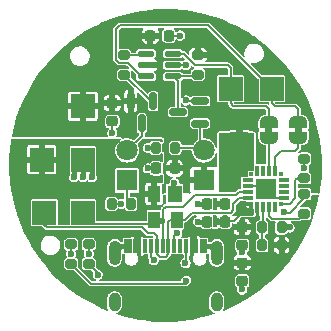
<source format=gbr>
%TF.GenerationSoftware,KiCad,Pcbnew,(6.0.0-0)*%
%TF.CreationDate,2022-01-05T16:19:22+01:00*%
%TF.ProjectId,IEC-62056-21-Optical-Probe,4945432d-3632-4303-9536-2d32312d4f70,1*%
%TF.SameCoordinates,Original*%
%TF.FileFunction,Copper,L1,Top*%
%TF.FilePolarity,Positive*%
%FSLAX46Y46*%
G04 Gerber Fmt 4.6, Leading zero omitted, Abs format (unit mm)*
G04 Created by KiCad (PCBNEW (6.0.0-0)) date 2022-01-05 16:19:22*
%MOMM*%
%LPD*%
G01*
G04 APERTURE LIST*
G04 Aperture macros list*
%AMRoundRect*
0 Rectangle with rounded corners*
0 $1 Rounding radius*
0 $2 $3 $4 $5 $6 $7 $8 $9 X,Y pos of 4 corners*
0 Add a 4 corners polygon primitive as box body*
4,1,4,$2,$3,$4,$5,$6,$7,$8,$9,$2,$3,0*
0 Add four circle primitives for the rounded corners*
1,1,$1+$1,$2,$3*
1,1,$1+$1,$4,$5*
1,1,$1+$1,$6,$7*
1,1,$1+$1,$8,$9*
0 Add four rect primitives between the rounded corners*
20,1,$1+$1,$2,$3,$4,$5,0*
20,1,$1+$1,$4,$5,$6,$7,0*
20,1,$1+$1,$6,$7,$8,$9,0*
20,1,$1+$1,$8,$9,$2,$3,0*%
%AMFreePoly0*
4,1,22,0.500000,-0.750000,0.000000,-0.750000,0.000000,-0.745033,-0.079941,-0.743568,-0.215256,-0.701293,-0.333266,-0.622738,-0.424486,-0.514219,-0.481581,-0.384460,-0.499164,-0.250000,-0.500000,-0.250000,-0.500000,0.250000,-0.499164,0.250000,-0.499963,0.256109,-0.478152,0.396186,-0.417904,0.524511,-0.324060,0.630769,-0.204165,0.706417,-0.067858,0.745374,0.000000,0.744959,0.000000,0.750000,
0.500000,0.750000,0.500000,-0.750000,0.500000,-0.750000,$1*%
%AMFreePoly1*
4,1,20,0.000000,0.744959,0.073905,0.744508,0.209726,0.703889,0.328688,0.626782,0.421226,0.519385,0.479903,0.390333,0.500000,0.250000,0.500000,-0.250000,0.499851,-0.262216,0.476331,-0.402017,0.414519,-0.529596,0.319384,-0.634700,0.198574,-0.708877,0.061801,-0.746166,0.000000,-0.745033,0.000000,-0.750000,-0.500000,-0.750000,-0.500000,0.750000,0.000000,0.750000,0.000000,0.744959,
0.000000,0.744959,$1*%
G04 Aperture macros list end*
%TA.AperFunction,SMDPad,CuDef*%
%ADD10RoundRect,0.225000X-0.225000X-0.250000X0.225000X-0.250000X0.225000X0.250000X-0.225000X0.250000X0*%
%TD*%
%TA.AperFunction,SMDPad,CuDef*%
%ADD11RoundRect,0.200000X0.275000X-0.200000X0.275000X0.200000X-0.275000X0.200000X-0.275000X-0.200000X0*%
%TD*%
%TA.AperFunction,SMDPad,CuDef*%
%ADD12R,1.800000X1.800000*%
%TD*%
%TA.AperFunction,SMDPad,CuDef*%
%ADD13R,0.300000X0.900000*%
%TD*%
%TA.AperFunction,SMDPad,CuDef*%
%ADD14R,0.300000X0.300000*%
%TD*%
%TA.AperFunction,SMDPad,CuDef*%
%ADD15R,0.900000X0.300000*%
%TD*%
%TA.AperFunction,ComponentPad*%
%ADD16O,1.000000X2.100000*%
%TD*%
%TA.AperFunction,ComponentPad*%
%ADD17O,1.000000X1.600000*%
%TD*%
%TA.AperFunction,SMDPad,CuDef*%
%ADD18R,0.300000X1.150000*%
%TD*%
%TA.AperFunction,SMDPad,CuDef*%
%ADD19RoundRect,0.225000X0.250000X-0.225000X0.250000X0.225000X-0.250000X0.225000X-0.250000X-0.225000X0*%
%TD*%
%TA.AperFunction,SMDPad,CuDef*%
%ADD20RoundRect,0.200000X-0.200000X-0.275000X0.200000X-0.275000X0.200000X0.275000X-0.200000X0.275000X0*%
%TD*%
%TA.AperFunction,SMDPad,CuDef*%
%ADD21FreePoly0,90.000000*%
%TD*%
%TA.AperFunction,SMDPad,CuDef*%
%ADD22FreePoly1,90.000000*%
%TD*%
%TA.AperFunction,SMDPad,CuDef*%
%ADD23RoundRect,0.200000X0.200000X0.275000X-0.200000X0.275000X-0.200000X-0.275000X0.200000X-0.275000X0*%
%TD*%
%TA.AperFunction,SMDPad,CuDef*%
%ADD24RoundRect,0.225000X0.225000X0.250000X-0.225000X0.250000X-0.225000X-0.250000X0.225000X-0.250000X0*%
%TD*%
%TA.AperFunction,SMDPad,CuDef*%
%ADD25R,2.000000X2.000000*%
%TD*%
%TA.AperFunction,SMDPad,CuDef*%
%ADD26RoundRect,0.150000X-0.150000X0.587500X-0.150000X-0.587500X0.150000X-0.587500X0.150000X0.587500X0*%
%TD*%
%TA.AperFunction,SMDPad,CuDef*%
%ADD27RoundRect,0.125000X0.587500X0.125000X-0.587500X0.125000X-0.587500X-0.125000X0.587500X-0.125000X0*%
%TD*%
%TA.AperFunction,SMDPad,CuDef*%
%ADD28RoundRect,0.225000X-0.250000X0.225000X-0.250000X-0.225000X0.250000X-0.225000X0.250000X0.225000X0*%
%TD*%
%TA.AperFunction,SMDPad,CuDef*%
%ADD29RoundRect,0.150000X0.587500X0.150000X-0.587500X0.150000X-0.587500X-0.150000X0.587500X-0.150000X0*%
%TD*%
%TA.AperFunction,SMDPad,CuDef*%
%ADD30RoundRect,0.200000X-0.275000X0.200000X-0.275000X-0.200000X0.275000X-0.200000X0.275000X0.200000X0*%
%TD*%
%TA.AperFunction,SMDPad,CuDef*%
%ADD31R,1.200000X1.400000*%
%TD*%
%TA.AperFunction,SMDPad,CuDef*%
%ADD32R,1.000000X1.400000*%
%TD*%
%TA.AperFunction,ComponentPad*%
%ADD33R,1.800000X1.800000*%
%TD*%
%TA.AperFunction,ComponentPad*%
%ADD34C,1.800000*%
%TD*%
%TA.AperFunction,ViaPad*%
%ADD35C,0.600000*%
%TD*%
%TA.AperFunction,Conductor*%
%ADD36C,0.200000*%
%TD*%
%TA.AperFunction,Conductor*%
%ADD37C,0.400000*%
%TD*%
G04 APERTURE END LIST*
%TO.C,JP1*%
G36*
X161550000Y-97250000D02*
G01*
X160950000Y-97250000D01*
X160950000Y-96750000D01*
X161550000Y-96750000D01*
X161550000Y-97250000D01*
G37*
%TO.C,JP2*%
G36*
X159050000Y-97250000D02*
G01*
X158450000Y-97250000D01*
X158450000Y-96750000D01*
X159050000Y-96750000D01*
X159050000Y-97250000D01*
G37*
%TO.C,JP3*%
G36*
X156550000Y-97250000D02*
G01*
X155950000Y-97250000D01*
X155950000Y-96750000D01*
X156550000Y-96750000D01*
X156550000Y-97250000D01*
G37*
%TD*%
D10*
%TO.P,C7,1*%
%TO.N,GND*%
X153475000Y-104750000D03*
%TO.P,C7,2*%
%TO.N,+3V3*%
X155025000Y-104750000D03*
%TD*%
D11*
%TO.P,R7,1*%
%TO.N,Net-(R7-Pad1)*%
X161750000Y-104075000D03*
%TO.P,R7,2*%
%TO.N,+3V3*%
X161750000Y-102425000D03*
%TD*%
D12*
%TO.P,U2,21,GND*%
%TO.N,GND*%
X158500000Y-102000000D03*
D13*
%TO.P,U2,20,~{TXT}/GPIO.2*%
%TO.N,unconnected-(U2-Pad20)*%
X157750000Y-100450000D03*
%TO.P,U2,19,~{RXT}/GPIO.3*%
%TO.N,unconnected-(U2-Pad19)*%
X158250000Y-100450000D03*
%TO.P,U2,18,TXD*%
%TO.N,/TXD_USB*%
X158750000Y-100450000D03*
%TO.P,U2,17,RXD*%
%TO.N,/RXD_USB*%
X159250000Y-100450000D03*
D14*
%TO.P,U2,16,~{RTS}*%
%TO.N,unconnected-(U2-Pad16)*%
X159750000Y-100750000D03*
D15*
%TO.P,U2,15,~{CTS}*%
%TO.N,unconnected-(U2-Pad15)*%
X160050000Y-101250000D03*
%TO.P,U2,14,SUSPEND*%
%TO.N,unconnected-(U2-Pad14)*%
X160050000Y-101750000D03*
%TO.P,U2,13,~{WAKEUP}*%
%TO.N,unconnected-(U2-Pad13)*%
X160050000Y-102250000D03*
%TO.P,U2,12,GND*%
%TO.N,GND*%
X160050000Y-102750000D03*
D14*
%TO.P,U2,11,~{SUSPEND}*%
%TO.N,Net-(R12-Pad2)*%
X159750000Y-103250000D03*
D13*
%TO.P,U2,10,NC*%
%TO.N,unconnected-(U2-Pad10)*%
X159250000Y-103550000D03*
%TO.P,U2,9,~{RST}*%
%TO.N,Net-(R7-Pad1)*%
X158750000Y-103550000D03*
%TO.P,U2,8,VBUS*%
%TO.N,Net-(R4-Pad2)*%
X158250000Y-103550000D03*
%TO.P,U2,7,VREGIN*%
%TO.N,/VBUS*%
X157750000Y-103550000D03*
D14*
%TO.P,U2,6,VDD*%
%TO.N,+3V3*%
X157250000Y-103250000D03*
D15*
%TO.P,U2,5,D-*%
%TO.N,/D-*%
X156950000Y-102750000D03*
%TO.P,U2,4,D+*%
%TO.N,/D+*%
X156950000Y-102250000D03*
%TO.P,U2,3,GND*%
%TO.N,GND*%
X156950000Y-101750000D03*
%TO.P,U2,2,CLK/GPIO.0*%
%TO.N,unconnected-(U2-Pad2)*%
X156950000Y-101250000D03*
D14*
%TO.P,U2,1,RS485/GPIO.1*%
%TO.N,unconnected-(U2-Pad1)*%
X157250000Y-100750000D03*
%TD*%
D16*
%TO.P,J1,S1,SHIELD*%
%TO.N,GND*%
X145680000Y-107395000D03*
X154320000Y-107395000D03*
D17*
X145680000Y-111575000D03*
X154320000Y-111575000D03*
D18*
%TO.P,J1,B1,GND*%
X153050000Y-106830000D03*
%TO.P,J1,B4,VBUS*%
%TO.N,/VBUS*%
X152250000Y-106830000D03*
%TO.P,J1,B5,CC2*%
%TO.N,Net-(J1-PadB5)*%
X151750000Y-106830000D03*
%TO.P,J1,A8,SBU1*%
%TO.N,unconnected-(J1-PadA8)*%
X151250000Y-106830000D03*
%TO.P,J1,B6,D+*%
%TO.N,/D+*%
X150750000Y-106830000D03*
%TO.P,J1,A7,D-*%
%TO.N,/D-*%
X150250000Y-106830000D03*
%TO.P,J1,A6,D+*%
%TO.N,/D+*%
X149750000Y-106830000D03*
%TO.P,J1,B7,D-*%
%TO.N,/D-*%
X149250000Y-106830000D03*
%TO.P,J1,A5,CC1*%
%TO.N,Net-(J1-PadA5)*%
X148750000Y-106830000D03*
%TO.P,J1,B8,SBU2*%
%TO.N,unconnected-(J1-PadB8)*%
X148250000Y-106830000D03*
%TO.P,J1,A4,VBUS*%
%TO.N,/VBUS*%
X147450000Y-106830000D03*
%TO.P,J1,A1,GND*%
%TO.N,GND*%
X146650000Y-106830000D03*
%TO.P,J1,B12,GND*%
X146950000Y-106830000D03*
%TO.P,J1,B9,VBUS*%
%TO.N,/VBUS*%
X147750000Y-106830000D03*
%TO.P,J1,A9,VBUS*%
X152550000Y-106830000D03*
%TO.P,J1,A12,GND*%
%TO.N,GND*%
X153350000Y-106830000D03*
%TD*%
D19*
%TO.P,C4,1*%
%TO.N,GND*%
X156500000Y-109775000D03*
%TO.P,C4,2*%
%TO.N,/VBUS*%
X156500000Y-108225000D03*
%TD*%
D20*
%TO.P,R5,2*%
%TO.N,GND*%
X159825000Y-105250000D03*
%TO.P,R5,1*%
%TO.N,Net-(R4-Pad2)*%
X158175000Y-105250000D03*
%TD*%
D21*
%TO.P,JP1,1,A*%
%TO.N,/RXD_USB*%
X161250000Y-97650000D03*
D22*
%TO.P,JP1,2,B*%
%TO.N,/RXD*%
X161250000Y-96350000D03*
%TD*%
D21*
%TO.P,JP2,1,A*%
%TO.N,/TXD_USB*%
X158750000Y-97650000D03*
D22*
%TO.P,JP2,2,B*%
%TO.N,/TXD*%
X158750000Y-96350000D03*
%TD*%
D23*
%TO.P,R13,1*%
%TO.N,Net-(D5-Pad1)*%
X147075000Y-103250000D03*
%TO.P,R13,2*%
%TO.N,GND*%
X145425000Y-103250000D03*
%TD*%
D24*
%TO.P,C6,1*%
%TO.N,GND*%
X150275000Y-89000000D03*
%TO.P,C6,2*%
%TO.N,VCC*%
X148725000Y-89000000D03*
%TD*%
D25*
%TO.P,TP3,1,1*%
%TO.N,/TXD*%
X155500000Y-93500000D03*
%TD*%
D26*
%TO.P,Q2,1,B*%
%TO.N,Net-(Q2-Pad1)*%
X148950000Y-94562500D03*
%TO.P,Q2,2,E*%
%TO.N,VCC*%
X147050000Y-94562500D03*
%TO.P,Q2,3,C*%
%TO.N,Net-(D5-Pad2)*%
X148000000Y-96437500D03*
%TD*%
D25*
%TO.P,TP5,1,1*%
%TO.N,/VBUS*%
X139500000Y-99500000D03*
%TD*%
D19*
%TO.P,C2,1*%
%TO.N,GND*%
X145500000Y-96275000D03*
%TO.P,C2,2*%
%TO.N,VCC*%
X145500000Y-94725000D03*
%TD*%
D25*
%TO.P,TP2,1,1*%
%TO.N,/RXD*%
X159000000Y-93500000D03*
%TD*%
D27*
%TO.P,U3,1*%
%TO.N,Net-(Q4-Pad3)*%
X150637500Y-92450000D03*
%TO.P,U3,2,GND*%
%TO.N,GND*%
X150637500Y-91500000D03*
%TO.P,U3,3*%
%TO.N,/TXD*%
X150637500Y-90550000D03*
%TO.P,U3,4*%
%TO.N,Net-(R14-Pad2)*%
X148362500Y-90550000D03*
%TO.P,U3,5,VCC*%
%TO.N,VCC*%
X148362500Y-91500000D03*
%TO.P,U3,6*%
%TO.N,/RXD*%
X148362500Y-92450000D03*
%TD*%
D25*
%TO.P,TP7,1,1*%
%TO.N,/D+*%
X143000000Y-104000000D03*
%TD*%
D28*
%TO.P,C3,1*%
%TO.N,/VBUS*%
X156500000Y-105225000D03*
%TO.P,C3,2*%
%TO.N,GND*%
X156500000Y-106775000D03*
%TD*%
D21*
%TO.P,JP3,1,A*%
%TO.N,+3V3*%
X156250000Y-97650000D03*
D22*
%TO.P,JP3,2,B*%
%TO.N,VCC*%
X156250000Y-96350000D03*
%TD*%
D10*
%TO.P,C5,1*%
%TO.N,GND*%
X153475000Y-103250000D03*
%TO.P,C5,2*%
%TO.N,+3V3*%
X155025000Y-103250000D03*
%TD*%
D29*
%TO.P,Q4,1,B*%
%TO.N,Net-(Q3-Pad2)*%
X152937500Y-96450000D03*
%TO.P,Q4,2,E*%
%TO.N,GND*%
X152937500Y-94550000D03*
%TO.P,Q4,3,C*%
%TO.N,Net-(Q4-Pad3)*%
X151062500Y-95500000D03*
%TD*%
D25*
%TO.P,TP4,1,1*%
%TO.N,GND*%
X143000000Y-99500000D03*
%TD*%
D30*
%TO.P,R2,1*%
%TO.N,GND*%
X143500000Y-106675000D03*
%TO.P,R2,2*%
%TO.N,Net-(J1-PadA5)*%
X143500000Y-108325000D03*
%TD*%
D11*
%TO.P,R1,1*%
%TO.N,Net-(J1-PadB5)*%
X142000000Y-108325000D03*
%TO.P,R1,2*%
%TO.N,GND*%
X142000000Y-106675000D03*
%TD*%
D23*
%TO.P,R15,1*%
%TO.N,Net-(Q3-Pad2)*%
X150825000Y-98500000D03*
%TO.P,R15,2*%
%TO.N,GND*%
X149175000Y-98500000D03*
%TD*%
D30*
%TO.P,R12,1*%
%TO.N,GND*%
X161750000Y-99425000D03*
%TO.P,R12,2*%
%TO.N,Net-(R12-Pad2)*%
X161750000Y-101075000D03*
%TD*%
D10*
%TO.P,C1,1*%
%TO.N,GND*%
X149225000Y-100250000D03*
%TO.P,C1,2*%
%TO.N,VCC*%
X150775000Y-100250000D03*
%TD*%
D23*
%TO.P,R4,1*%
%TO.N,/VBUS*%
X159825000Y-106750000D03*
%TO.P,R4,2*%
%TO.N,Net-(R4-Pad2)*%
X158175000Y-106750000D03*
%TD*%
D25*
%TO.P,TP6,1,1*%
%TO.N,/D-*%
X139750000Y-104000000D03*
%TD*%
D11*
%TO.P,R14,1*%
%TO.N,Net-(Q2-Pad1)*%
X146500000Y-92325000D03*
%TO.P,R14,2*%
%TO.N,Net-(R14-Pad2)*%
X146500000Y-90675000D03*
%TD*%
D30*
%TO.P,R16,1*%
%TO.N,VCC*%
X152750000Y-90675000D03*
%TO.P,R16,2*%
%TO.N,Net-(Q4-Pad3)*%
X152750000Y-92325000D03*
%TD*%
D31*
%TO.P,D1,1,A*%
%TO.N,GND*%
X150770000Y-102400000D03*
D32*
%TO.P,D1,2,K*%
%TO.N,/VBUS*%
X149050000Y-102400000D03*
%TO.P,D1,3,K*%
%TO.N,/D+*%
X149050000Y-104600000D03*
%TO.P,D1,4,K*%
%TO.N,/D-*%
X150950000Y-104600000D03*
%TD*%
D25*
%TO.P,TP1,1,1*%
%TO.N,VCC*%
X143000000Y-95000000D03*
%TD*%
D33*
%TO.P,Q3,1,C*%
%TO.N,VCC*%
X153250000Y-101270000D03*
D34*
%TO.P,Q3,2,E*%
%TO.N,Net-(Q3-Pad2)*%
X153250000Y-98730000D03*
%TD*%
D33*
%TO.P,D5,1,K*%
%TO.N,Net-(D5-Pad1)*%
X146750000Y-101270000D03*
D34*
%TO.P,D5,2,A*%
%TO.N,Net-(D5-Pad2)*%
X146750000Y-98730000D03*
%TD*%
D35*
%TO.N,+3V3*%
X160000000Y-103973500D03*
%TO.N,GND*%
X161750000Y-100248500D03*
X152750000Y-104750000D03*
%TO.N,+3V3*%
X154351500Y-104723500D03*
%TO.N,GND*%
X158500000Y-102000000D03*
X150750000Y-101500000D03*
X152750000Y-103250000D03*
%TO.N,+3V3*%
X154351500Y-103250000D03*
%TO.N,GND*%
X156500000Y-107348500D03*
X156500000Y-110500000D03*
X160500000Y-105250000D03*
X143000000Y-101000000D03*
X143750000Y-101000000D03*
X151750000Y-91500000D03*
X148500000Y-98500000D03*
X143500000Y-107498500D03*
X146248500Y-103250000D03*
X142000000Y-107498500D03*
X148500000Y-100250000D03*
X145500000Y-97250000D03*
X151750000Y-94500000D03*
X142250000Y-101000000D03*
X151250000Y-89000000D03*
%TO.N,+3V3*%
X155000000Y-101750000D03*
%TO.N,/D+*%
X149726112Y-104697611D03*
X151000000Y-105750000D03*
%TO.N,Net-(J1-PadB5)*%
X151750000Y-109750000D03*
X151688979Y-108250000D03*
%TO.N,Net-(J1-PadA5)*%
X144250000Y-109250000D03*
X149000000Y-108000000D03*
%TD*%
D36*
%TO.N,/RXD*%
X159000000Y-93500000D02*
X153625000Y-88125000D01*
X153625000Y-88125000D02*
X146125000Y-88125000D01*
X146125000Y-88125000D02*
X145798480Y-88451520D01*
X145798480Y-88451520D02*
X145798480Y-91051670D01*
X145798480Y-91051670D02*
X146048330Y-91301520D01*
X146048330Y-91301520D02*
X146801520Y-91301520D01*
X146801520Y-91301520D02*
X147950000Y-92450000D01*
X147950000Y-92450000D02*
X148362500Y-92450000D01*
%TO.N,+3V3*%
X160500000Y-104000000D02*
X160026500Y-104000000D01*
X160026500Y-104000000D02*
X160000000Y-103973500D01*
X161750000Y-102425000D02*
X161750000Y-102750000D01*
X161750000Y-102750000D02*
X160500000Y-104000000D01*
%TO.N,Net-(R12-Pad2)*%
X161750000Y-101075000D02*
X161175000Y-101075000D01*
X161175000Y-101075000D02*
X161000000Y-101250000D01*
X161000000Y-101250000D02*
X161000000Y-102750000D01*
X161000000Y-102750000D02*
X160500000Y-103250000D01*
X160500000Y-103250000D02*
X159750000Y-103250000D01*
%TO.N,GND*%
X161750000Y-99425000D02*
X161750000Y-100248500D01*
%TO.N,Net-(R7-Pad1)*%
X159000000Y-104500000D02*
X161325000Y-104500000D01*
X161325000Y-104500000D02*
X161750000Y-104075000D01*
D37*
%TO.N,GND*%
X153475000Y-104750000D02*
X152750000Y-104750000D01*
D36*
%TO.N,+3V3*%
X155025000Y-104750000D02*
X154378000Y-104750000D01*
X154378000Y-104750000D02*
X154351500Y-104723500D01*
%TO.N,GND*%
X156950000Y-101750000D02*
X158250000Y-101750000D01*
X158250000Y-101750000D02*
X158500000Y-102000000D01*
X160050000Y-102750000D02*
X159250000Y-102750000D01*
X159250000Y-102750000D02*
X158500000Y-102000000D01*
%TO.N,/VBUS*%
X156500000Y-108975000D02*
X159275000Y-108975000D01*
X159825000Y-108425000D02*
X159825000Y-106750000D01*
X159275000Y-108975000D02*
X159825000Y-108425000D01*
%TO.N,+3V3*%
X156250000Y-98500000D02*
X156250000Y-97650000D01*
X155000000Y-101750000D02*
X155000000Y-98900000D01*
X155000000Y-98900000D02*
X155200000Y-98700000D01*
X155200000Y-98700000D02*
X156050000Y-98700000D01*
X156050000Y-98700000D02*
X156250000Y-98500000D01*
X155829815Y-104670185D02*
X156500000Y-104000000D01*
X156500000Y-103750000D02*
X156500000Y-104000000D01*
X157250000Y-103250000D02*
X156500000Y-103250000D01*
X156500000Y-103250000D02*
X156500000Y-103750000D01*
%TO.N,GND*%
X150770000Y-101520000D02*
X150750000Y-101500000D01*
X150770000Y-102400000D02*
X150770000Y-101520000D01*
%TO.N,/D+*%
X152500000Y-102500000D02*
X156000000Y-102500000D01*
X152500000Y-102500000D02*
X151500000Y-103500000D01*
X149826511Y-104597212D02*
X149826511Y-103673489D01*
X151500000Y-103500000D02*
X150000000Y-103500000D01*
X150000000Y-103500000D02*
X149826511Y-103673489D01*
D37*
%TO.N,GND*%
X153475000Y-103250000D02*
X152750000Y-103250000D01*
%TO.N,+3V3*%
X155025000Y-103250000D02*
X154351500Y-103250000D01*
D36*
%TO.N,/D-*%
X156950000Y-102750000D02*
X156250000Y-102750000D01*
X155750000Y-103750000D02*
X155500000Y-104000000D01*
X156250000Y-102750000D02*
X155750000Y-103250000D01*
X155750000Y-103250000D02*
X155750000Y-103750000D01*
X151650000Y-104600000D02*
X150950000Y-104600000D01*
X155500000Y-104000000D02*
X152250000Y-104000000D01*
X152250000Y-104000000D02*
X151650000Y-104600000D01*
%TO.N,/D+*%
X149726112Y-104697611D02*
X149826511Y-104597212D01*
X156000000Y-102500000D02*
X156250000Y-102250000D01*
X156250000Y-102250000D02*
X156950000Y-102250000D01*
%TO.N,Net-(R7-Pad1)*%
X158750000Y-104250000D02*
X159000000Y-104500000D01*
X158750000Y-103550000D02*
X158750000Y-104250000D01*
%TO.N,GND*%
X156500000Y-106775000D02*
X156500000Y-107348500D01*
X156500000Y-109775000D02*
X156500000Y-110500000D01*
%TO.N,/VBUS*%
X155475000Y-108975000D02*
X155475000Y-106025000D01*
X155475000Y-106025000D02*
X155525000Y-105975000D01*
X157475000Y-105975000D02*
X157500000Y-105950000D01*
X155525000Y-105975000D02*
X157475000Y-105975000D01*
X157500000Y-105950000D02*
X157500000Y-105250000D01*
X157500000Y-104500000D02*
X157500000Y-105250000D01*
X156525000Y-105250000D02*
X156500000Y-105225000D01*
X157750000Y-103550000D02*
X157750000Y-104250000D01*
X157750000Y-104250000D02*
X157500000Y-104500000D01*
X157500000Y-105250000D02*
X156525000Y-105250000D01*
%TO.N,GND*%
X159825000Y-105250000D02*
X160500000Y-105250000D01*
%TO.N,Net-(R4-Pad2)*%
X158175000Y-105250000D02*
X158175000Y-106750000D01*
X158250000Y-103550000D02*
X158250000Y-105175000D01*
X158250000Y-105175000D02*
X158175000Y-105250000D01*
%TO.N,/TXD_USB*%
X158750000Y-100450000D02*
X158750000Y-97650000D01*
%TO.N,/RXD_USB*%
X159750000Y-98750000D02*
X161000000Y-98750000D01*
X159250000Y-100450000D02*
X159250000Y-99250000D01*
X159250000Y-99250000D02*
X159750000Y-98750000D01*
%TO.N,+3V3*%
X155250000Y-104670185D02*
X155829815Y-104670185D01*
%TO.N,Net-(Q3-Pad2)*%
X152937500Y-96450000D02*
X152937500Y-98417500D01*
X152937500Y-98417500D02*
X153250000Y-98730000D01*
X150825000Y-98500000D02*
X153020000Y-98500000D01*
X153020000Y-98500000D02*
X153250000Y-98730000D01*
D37*
%TO.N,GND*%
X143000000Y-101000000D02*
X143000000Y-99500000D01*
D36*
%TO.N,/D+*%
X149050000Y-104600000D02*
X149628501Y-104600000D01*
X149628501Y-104600000D02*
X149726112Y-104697611D01*
%TO.N,Net-(Q4-Pad3)*%
X150637500Y-92450000D02*
X152625000Y-92450000D01*
X152625000Y-92450000D02*
X152750000Y-92325000D01*
X151062500Y-92875000D02*
X150637500Y-92450000D01*
%TO.N,/TXD*%
X151546810Y-90550000D02*
X152496810Y-91500000D01*
X150637500Y-90550000D02*
X151546810Y-90550000D01*
X155500000Y-91750000D02*
X155500000Y-93500000D01*
X152496810Y-91500000D02*
X155250000Y-91500000D01*
X155250000Y-91500000D02*
X155500000Y-91750000D01*
%TO.N,GND*%
X153050000Y-106830000D02*
X153350000Y-106830000D01*
X146950000Y-106830000D02*
X146245000Y-106830000D01*
X145500000Y-96275000D02*
X145500000Y-97250000D01*
D37*
X143750000Y-100250000D02*
X143000000Y-99500000D01*
D36*
X149225000Y-100250000D02*
X148500000Y-100250000D01*
D37*
X143750000Y-101000000D02*
X143750000Y-100250000D01*
D36*
X142000000Y-106675000D02*
X142000000Y-107498500D01*
X150637500Y-91500000D02*
X151750000Y-91500000D01*
D37*
X153755000Y-106830000D02*
X154320000Y-107395000D01*
D36*
X145425000Y-103250000D02*
X146248500Y-103250000D01*
X146650000Y-106830000D02*
X146950000Y-106830000D01*
X150275000Y-89000000D02*
X151250000Y-89000000D01*
X153050000Y-106830000D02*
X153755000Y-106830000D01*
X143500000Y-106675000D02*
X143500000Y-107498500D01*
D37*
X142250000Y-101000000D02*
X142250000Y-100250000D01*
X142250000Y-100250000D02*
X143000000Y-99500000D01*
X153350000Y-106830000D02*
X153755000Y-106830000D01*
D36*
X152937500Y-94550000D02*
X151800000Y-94550000D01*
X149175000Y-98500000D02*
X148500000Y-98500000D01*
D37*
X146650000Y-106830000D02*
X146245000Y-106830000D01*
D36*
X151800000Y-94550000D02*
X151750000Y-94500000D01*
D37*
X146245000Y-106830000D02*
X145680000Y-107395000D01*
D36*
%TO.N,+3V3*%
X155170185Y-104750000D02*
X155250000Y-104670185D01*
X154325000Y-104750000D02*
X155170185Y-104750000D01*
%TO.N,/VBUS*%
X147784521Y-106864521D02*
X147750000Y-106830000D01*
X145000000Y-100000000D02*
X147606511Y-100000000D01*
X147784521Y-108784521D02*
X147784521Y-106864521D01*
X147975000Y-108975000D02*
X147784521Y-108784521D01*
X147876511Y-100376511D02*
X149050000Y-101550000D01*
X147250000Y-105750000D02*
X147450000Y-105950000D01*
X137976545Y-103773455D02*
X137976545Y-105226545D01*
X144750000Y-101750000D02*
X145000000Y-101500000D01*
X137976545Y-99773455D02*
X137976545Y-103773455D01*
X153525000Y-108975000D02*
X152275000Y-108975000D01*
X156500000Y-108975000D02*
X155475000Y-108975000D01*
X147750000Y-106830000D02*
X147450000Y-106830000D01*
X156500000Y-108975000D02*
X153525000Y-108975000D01*
X152215479Y-108915479D02*
X152215479Y-106864521D01*
X138250000Y-99500000D02*
X137976545Y-99773455D01*
X141250000Y-99750000D02*
X141250000Y-101750000D01*
X138500000Y-105750000D02*
X147250000Y-105750000D01*
X149050000Y-101550000D02*
X149050000Y-102400000D01*
X152275000Y-108975000D02*
X152215479Y-108915479D01*
X147606511Y-100000000D02*
X147876511Y-100270000D01*
X137976545Y-105226545D02*
X138500000Y-105750000D01*
X141000000Y-99500000D02*
X141250000Y-99750000D01*
X155475000Y-108975000D02*
X147975000Y-108975000D01*
X147876511Y-100270000D02*
X147876511Y-100376511D01*
X147450000Y-105950000D02*
X147450000Y-106830000D01*
X139500000Y-99500000D02*
X138250000Y-99500000D01*
X152250000Y-106830000D02*
X152550000Y-106830000D01*
X141250000Y-101750000D02*
X144750000Y-101750000D01*
X145000000Y-101500000D02*
X145000000Y-100000000D01*
X139500000Y-99500000D02*
X141000000Y-99500000D01*
X152215479Y-106864521D02*
X152250000Y-106830000D01*
X149334521Y-108915479D02*
X152215479Y-108915479D01*
%TO.N,/D+*%
X150750000Y-106000000D02*
X150750000Y-106830000D01*
X151000000Y-105750000D02*
X150750000Y-106000000D01*
X149050000Y-104600000D02*
X149050000Y-104700000D01*
X149050000Y-104700000D02*
X148826520Y-104923480D01*
X149750000Y-106830000D02*
X149750000Y-104721499D01*
X143923480Y-104923480D02*
X143000000Y-104000000D01*
X149050000Y-104600000D02*
X149650000Y-104600000D01*
X148826520Y-104923480D02*
X143923480Y-104923480D01*
%TO.N,/D-*%
X149000000Y-105750000D02*
X149250000Y-106000000D01*
X148000000Y-105250000D02*
X148500000Y-105750000D01*
X150000000Y-107750000D02*
X150250000Y-107500000D01*
X149250000Y-106000000D02*
X149250000Y-106830000D01*
X150250000Y-106830000D02*
X150250000Y-104750000D01*
X149250000Y-106830000D02*
X149250000Y-107500000D01*
X149500000Y-107750000D02*
X150000000Y-107750000D01*
X149250000Y-107500000D02*
X149500000Y-107750000D01*
X150250000Y-104750000D02*
X150400000Y-104600000D01*
X139750000Y-104000000D02*
X139750000Y-105000000D01*
X150400000Y-104600000D02*
X150950000Y-104600000D01*
X140000000Y-105250000D02*
X148000000Y-105250000D01*
X148500000Y-105750000D02*
X149000000Y-105750000D01*
X150250000Y-107500000D02*
X150250000Y-106830000D01*
X139750000Y-105000000D02*
X140000000Y-105250000D01*
%TO.N,/RXD_USB*%
X161250000Y-98500000D02*
X161250000Y-97650000D01*
X161000000Y-98750000D02*
X161250000Y-98500000D01*
%TO.N,/RXD*%
X161000000Y-95000000D02*
X161250000Y-95250000D01*
X161250000Y-95250000D02*
X161250000Y-96350000D01*
X159000000Y-94750000D02*
X159250000Y-95000000D01*
X159250000Y-95000000D02*
X161000000Y-95000000D01*
X159000000Y-93500000D02*
X159000000Y-94750000D01*
%TO.N,Net-(J1-PadB5)*%
X151750000Y-110000000D02*
X151750000Y-109750000D01*
X151750000Y-106830000D02*
X151750000Y-108188979D01*
X143675000Y-110000000D02*
X151750000Y-110000000D01*
X151750000Y-108188979D02*
X151688979Y-108250000D01*
X142000000Y-108325000D02*
X143675000Y-110000000D01*
%TO.N,Net-(J1-PadA5)*%
X148750000Y-106830000D02*
X148750000Y-107750000D01*
X144250000Y-109250000D02*
X144250000Y-109075000D01*
X144250000Y-109075000D02*
X143500000Y-108325000D01*
X148750000Y-107750000D02*
X149000000Y-108000000D01*
%TO.N,/TXD*%
X158750000Y-96350000D02*
X158750000Y-95250000D01*
X158500000Y-95000000D02*
X155750000Y-95000000D01*
X158750000Y-95250000D02*
X158500000Y-95000000D01*
X155750000Y-95000000D02*
X155500000Y-94750000D01*
X155500000Y-94750000D02*
X155500000Y-93500000D01*
%TO.N,Net-(Q4-Pad3)*%
X151062500Y-95500000D02*
X151062500Y-92875000D01*
%TO.N,Net-(Q2-Pad1)*%
X146500000Y-92325000D02*
X148737500Y-94562500D01*
X148737500Y-94562500D02*
X148950000Y-94562500D01*
%TO.N,Net-(R14-Pad2)*%
X146500000Y-90675000D02*
X148237500Y-90675000D01*
X148237500Y-90675000D02*
X148362500Y-90550000D01*
%TO.N,VCC*%
X152750000Y-90000000D02*
X152250000Y-90000000D01*
X148750000Y-89025000D02*
X148750000Y-89750000D01*
X148750000Y-89750000D02*
X149000000Y-90000000D01*
X150775000Y-100250000D02*
X150775000Y-99525000D01*
X156250000Y-96350000D02*
X156250000Y-95750000D01*
X148725000Y-89000000D02*
X148750000Y-89025000D01*
X152250000Y-90000000D02*
X152500000Y-90000000D01*
X149500000Y-93000000D02*
X149698480Y-93198480D01*
X149666240Y-96833760D02*
X149541240Y-96708760D01*
X149541240Y-96708760D02*
X147394979Y-94562500D01*
X150000000Y-98753190D02*
X150000000Y-97167521D01*
X153250000Y-100000000D02*
X152000000Y-100000000D01*
X149698480Y-93198480D02*
X149698480Y-96551520D01*
X152332479Y-95500000D02*
X150998719Y-96833760D01*
X145500000Y-94725000D02*
X146400000Y-94725000D01*
X149500000Y-90000000D02*
X152250000Y-90000000D01*
X150000000Y-97167521D02*
X149666240Y-96833760D01*
X156000000Y-95500000D02*
X152332479Y-95500000D01*
X144500000Y-95000000D02*
X143000000Y-95000000D01*
X153250000Y-101270000D02*
X153250000Y-100000000D01*
X148362500Y-91500000D02*
X148622124Y-91500000D01*
X147050000Y-94562500D02*
X146562500Y-94562500D01*
X144750000Y-94750000D02*
X144500000Y-95000000D01*
X149000000Y-90000000D02*
X149500000Y-90000000D01*
X150775000Y-99525000D02*
X150771810Y-99525000D01*
X146400000Y-94725000D02*
X146562500Y-94562500D01*
X152750000Y-90675000D02*
X152750000Y-90000000D01*
X145500000Y-94725000D02*
X145475000Y-94750000D01*
X149500000Y-90000000D02*
X149500000Y-93000000D01*
X150771810Y-99525000D02*
X150000000Y-98753190D01*
X145475000Y-94750000D02*
X144750000Y-94750000D01*
X152000000Y-100000000D02*
X151750000Y-100250000D01*
X156250000Y-95750000D02*
X156000000Y-95500000D01*
X150998719Y-96833760D02*
X149666240Y-96833760D01*
X147394979Y-94562500D02*
X147050000Y-94562500D01*
X151750000Y-100250000D02*
X150775000Y-100250000D01*
X149698480Y-96551520D02*
X149541240Y-96708760D01*
%TO.N,Net-(D5-Pad1)*%
X146750000Y-102925000D02*
X147075000Y-103250000D01*
X146750000Y-101270000D02*
X146750000Y-102925000D01*
%TO.N,Net-(D5-Pad2)*%
X148000000Y-97480000D02*
X146750000Y-98730000D01*
X148000000Y-96437500D02*
X148000000Y-97480000D01*
%TD*%
%TA.AperFunction,Conductor*%
%TO.N,/VBUS*%
G36*
X146197107Y-97768306D02*
G01*
X146215413Y-97812500D01*
X146197107Y-97856694D01*
X146187236Y-97864715D01*
X146184656Y-97866064D01*
X146182282Y-97867972D01*
X146182280Y-97867974D01*
X146110566Y-97925634D01*
X146027617Y-97992327D01*
X145898093Y-98146687D01*
X145869972Y-98197839D01*
X145806411Y-98313457D01*
X145801018Y-98323266D01*
X145740090Y-98515337D01*
X145717629Y-98715584D01*
X145723842Y-98789574D01*
X145734000Y-98910541D01*
X145734490Y-98916381D01*
X145735332Y-98919317D01*
X145786059Y-99096221D01*
X145790032Y-99110078D01*
X145882139Y-99289299D01*
X146007302Y-99447215D01*
X146009626Y-99449193D01*
X146009628Y-99449195D01*
X146040388Y-99475374D01*
X146160754Y-99577814D01*
X146336651Y-99676119D01*
X146339555Y-99677063D01*
X146339556Y-99677063D01*
X146525379Y-99737441D01*
X146525384Y-99737442D01*
X146528292Y-99738387D01*
X146728378Y-99762246D01*
X146731420Y-99762012D01*
X146731423Y-99762012D01*
X146926236Y-99747021D01*
X146926238Y-99747021D01*
X146929287Y-99746786D01*
X147123367Y-99692598D01*
X147126090Y-99691223D01*
X147126094Y-99691221D01*
X147300506Y-99603119D01*
X147303226Y-99601745D01*
X147305624Y-99599872D01*
X147305628Y-99599869D01*
X147388608Y-99535038D01*
X147462013Y-99477687D01*
X147593679Y-99325150D01*
X147693210Y-99149944D01*
X147753198Y-98969614D01*
X147755851Y-98961638D01*
X147756814Y-98958743D01*
X147757592Y-98952589D01*
X147781849Y-98760570D01*
X147781849Y-98760569D01*
X147782069Y-98758828D01*
X147782472Y-98730000D01*
X147782303Y-98728280D01*
X147782303Y-98728271D01*
X147763107Y-98532498D01*
X147762809Y-98529458D01*
X147704568Y-98336556D01*
X147643179Y-98221100D01*
X147638594Y-98173485D01*
X147654169Y-98147564D01*
X148033428Y-97768306D01*
X148077622Y-97750000D01*
X149687500Y-97750000D01*
X149731694Y-97768306D01*
X149750000Y-97812500D01*
X149750000Y-97985957D01*
X149731694Y-98030151D01*
X149687500Y-98048457D01*
X149643306Y-98030151D01*
X149565744Y-97952589D01*
X149560789Y-97950279D01*
X149560787Y-97950277D01*
X149507939Y-97925634D01*
X149461071Y-97903779D01*
X149447705Y-97902019D01*
X149415407Y-97897767D01*
X149415399Y-97897767D01*
X149413375Y-97897500D01*
X149411328Y-97897500D01*
X149174358Y-97897501D01*
X148936626Y-97897501D01*
X148934615Y-97897766D01*
X148934610Y-97897766D01*
X148893669Y-97903155D01*
X148893668Y-97903155D01*
X148888929Y-97903779D01*
X148884595Y-97905800D01*
X148789213Y-97950277D01*
X148789211Y-97950279D01*
X148784256Y-97952589D01*
X148702589Y-98034256D01*
X148700278Y-98039213D01*
X148700276Y-98039215D01*
X148692634Y-98055604D01*
X148657367Y-98087922D01*
X148618083Y-98089071D01*
X148563838Y-98072848D01*
X148503488Y-98072479D01*
X148445838Y-98072127D01*
X148445837Y-98072127D01*
X148441385Y-98072100D01*
X148323644Y-98105751D01*
X148220080Y-98171095D01*
X148217137Y-98174427D01*
X148217135Y-98174429D01*
X148141970Y-98259536D01*
X148139018Y-98262879D01*
X148137126Y-98266909D01*
X148088868Y-98369695D01*
X148088867Y-98369698D01*
X148086976Y-98373726D01*
X148068136Y-98494724D01*
X148068713Y-98499137D01*
X148068713Y-98499138D01*
X148071167Y-98517901D01*
X148084014Y-98616145D01*
X148085807Y-98620220D01*
X148127769Y-98715584D01*
X148133333Y-98728230D01*
X148212127Y-98821968D01*
X148215832Y-98824434D01*
X148215834Y-98824436D01*
X148273288Y-98862680D01*
X148314064Y-98889823D01*
X148430948Y-98926340D01*
X148435398Y-98926422D01*
X148435401Y-98926422D01*
X148485074Y-98927332D01*
X148553383Y-98928584D01*
X148619566Y-98910541D01*
X148667019Y-98916578D01*
X148692648Y-98944424D01*
X148702589Y-98965744D01*
X148784256Y-99047411D01*
X148789211Y-99049721D01*
X148789213Y-99049723D01*
X148838015Y-99072479D01*
X148888929Y-99096221D01*
X148902295Y-99097981D01*
X148934593Y-99102233D01*
X148934601Y-99102233D01*
X148936625Y-99102500D01*
X148938672Y-99102500D01*
X149175642Y-99102499D01*
X149413374Y-99102499D01*
X149415385Y-99102234D01*
X149415390Y-99102234D01*
X149456331Y-99096845D01*
X149456332Y-99096845D01*
X149461071Y-99096221D01*
X149468198Y-99092898D01*
X149560787Y-99049723D01*
X149560789Y-99049721D01*
X149565744Y-99047411D01*
X149643306Y-98969849D01*
X149687500Y-98951543D01*
X149731694Y-98969849D01*
X149750000Y-99014043D01*
X149750000Y-99654706D01*
X149731694Y-99698900D01*
X149687500Y-99717206D01*
X149658138Y-99707808D01*
X149657528Y-99709056D01*
X149556458Y-99659651D01*
X149556457Y-99659651D01*
X149552098Y-99657520D01*
X149547295Y-99656819D01*
X149547294Y-99656819D01*
X149525341Y-99653617D01*
X149483411Y-99647500D01*
X149225683Y-99647500D01*
X148966590Y-99647501D01*
X148897305Y-99657699D01*
X148791964Y-99709419D01*
X148788318Y-99713071D01*
X148788317Y-99713072D01*
X148712704Y-99788817D01*
X148712702Y-99788819D01*
X148709056Y-99792472D01*
X148706788Y-99797111D01*
X148706787Y-99797113D01*
X148700856Y-99809246D01*
X148665001Y-99840910D01*
X148626798Y-99841677D01*
X148563838Y-99822848D01*
X148502612Y-99822474D01*
X148445838Y-99822127D01*
X148445837Y-99822127D01*
X148441385Y-99822100D01*
X148323644Y-99855751D01*
X148220080Y-99921095D01*
X148217137Y-99924427D01*
X148217135Y-99924429D01*
X148141965Y-100009542D01*
X148139018Y-100012879D01*
X148137126Y-100016909D01*
X148088868Y-100119695D01*
X148088867Y-100119698D01*
X148086976Y-100123726D01*
X148068136Y-100244724D01*
X148068713Y-100249137D01*
X148068713Y-100249138D01*
X148072498Y-100278078D01*
X148084014Y-100366145D01*
X148085807Y-100370220D01*
X148130812Y-100472500D01*
X148133333Y-100478230D01*
X148212127Y-100571968D01*
X148215832Y-100574434D01*
X148215834Y-100574436D01*
X148258128Y-100602589D01*
X148314064Y-100639823D01*
X148430948Y-100676340D01*
X148435398Y-100676422D01*
X148435401Y-100676422D01*
X148485074Y-100677332D01*
X148553383Y-100678584D01*
X148628450Y-100658119D01*
X148675903Y-100664156D01*
X148700991Y-100690872D01*
X148709419Y-100708036D01*
X148713071Y-100711682D01*
X148713072Y-100711683D01*
X148788817Y-100787296D01*
X148788819Y-100787298D01*
X148792472Y-100790944D01*
X148828942Y-100808771D01*
X148893158Y-100840161D01*
X148897902Y-100842480D01*
X148902705Y-100843181D01*
X148902706Y-100843181D01*
X148920304Y-100845748D01*
X148966589Y-100852500D01*
X149224317Y-100852500D01*
X149483410Y-100852499D01*
X149552695Y-100842301D01*
X149588789Y-100824580D01*
X149658036Y-100790581D01*
X149659050Y-100792646D01*
X149697705Y-100783649D01*
X149738317Y-100808925D01*
X149750000Y-100845310D01*
X149750000Y-101411223D01*
X149731694Y-101455417D01*
X149687500Y-101473723D01*
X149660339Y-101465483D01*
X149659912Y-101466513D01*
X149643067Y-101459536D01*
X149578030Y-101446599D01*
X149571946Y-101446000D01*
X149316431Y-101446000D01*
X149307641Y-101449641D01*
X149304000Y-101458431D01*
X149304000Y-103341568D01*
X149307641Y-103350358D01*
X149316431Y-103353999D01*
X149571945Y-103353999D01*
X149578030Y-103353400D01*
X149643068Y-103340464D01*
X149654224Y-103335843D01*
X149693766Y-103309422D01*
X149740682Y-103300090D01*
X149764401Y-103315939D01*
X149748889Y-103278489D01*
X149759422Y-103243766D01*
X149785843Y-103204225D01*
X149790464Y-103193067D01*
X149803401Y-103128030D01*
X149804000Y-103121946D01*
X149804000Y-102562500D01*
X149822306Y-102518306D01*
X149866500Y-102500000D01*
X149980000Y-102500000D01*
X150024194Y-102518306D01*
X150042500Y-102562500D01*
X150042500Y-103112558D01*
X150043099Y-103115569D01*
X150044722Y-103123726D01*
X150049898Y-103149748D01*
X150065385Y-103172926D01*
X150066956Y-103175277D01*
X150076288Y-103222193D01*
X150049712Y-103261967D01*
X150014989Y-103272500D01*
X150007572Y-103272500D01*
X150004301Y-103272414D01*
X150001134Y-103272248D01*
X149963615Y-103270282D01*
X149957481Y-103272637D01*
X149957479Y-103272637D01*
X149939774Y-103279433D01*
X149930372Y-103282218D01*
X149922157Y-103283964D01*
X149905400Y-103287526D01*
X149900082Y-103291389D01*
X149900083Y-103291389D01*
X149897166Y-103293508D01*
X149882833Y-103301290D01*
X149873326Y-103304940D01*
X149855583Y-103322683D01*
X149811389Y-103340989D01*
X149780783Y-103328312D01*
X149789788Y-103373582D01*
X149772683Y-103405583D01*
X149671004Y-103507262D01*
X149668652Y-103509496D01*
X149638348Y-103536781D01*
X149635678Y-103542779D01*
X149635676Y-103542781D01*
X149627964Y-103560104D01*
X149623283Y-103568725D01*
X149612957Y-103584626D01*
X149609377Y-103590139D01*
X149607785Y-103600191D01*
X149603153Y-103615829D01*
X149599011Y-103625132D01*
X149599011Y-103650666D01*
X149598242Y-103660443D01*
X149594248Y-103685661D01*
X149595948Y-103692005D01*
X149596436Y-103693826D01*
X149596155Y-103695958D01*
X149596292Y-103698564D01*
X149595809Y-103698589D01*
X149590191Y-103741252D01*
X149552239Y-103770371D01*
X149536065Y-103772500D01*
X148537442Y-103772500D01*
X148534431Y-103773099D01*
X148506287Y-103778697D01*
X148506285Y-103778698D01*
X148500252Y-103779898D01*
X148458078Y-103808078D01*
X148429898Y-103850252D01*
X148428698Y-103856285D01*
X148428697Y-103856287D01*
X148426739Y-103866132D01*
X148422500Y-103887442D01*
X148422500Y-104633480D01*
X148404194Y-104677674D01*
X148360000Y-104695980D01*
X144190000Y-104695980D01*
X144145806Y-104677674D01*
X144127500Y-104633480D01*
X144127500Y-102987442D01*
X144125986Y-102979833D01*
X144121303Y-102956287D01*
X144121302Y-102956285D01*
X144120102Y-102950252D01*
X144110997Y-102936625D01*
X144897500Y-102936625D01*
X144897501Y-103563374D01*
X144897766Y-103565385D01*
X144897766Y-103565390D01*
X144903155Y-103606330D01*
X144903779Y-103611071D01*
X144905800Y-103615404D01*
X144905800Y-103615405D01*
X144950277Y-103710787D01*
X144950279Y-103710789D01*
X144952589Y-103715744D01*
X145034256Y-103797411D01*
X145039211Y-103799721D01*
X145039213Y-103799723D01*
X145088015Y-103822479D01*
X145138929Y-103846221D01*
X145152295Y-103847981D01*
X145184593Y-103852233D01*
X145184601Y-103852233D01*
X145186625Y-103852500D01*
X145188672Y-103852500D01*
X145425642Y-103852499D01*
X145663374Y-103852499D01*
X145665385Y-103852234D01*
X145665390Y-103852234D01*
X145706331Y-103846845D01*
X145706332Y-103846845D01*
X145711071Y-103846221D01*
X145727281Y-103838662D01*
X145810787Y-103799723D01*
X145810789Y-103799721D01*
X145815744Y-103797411D01*
X145897411Y-103715744D01*
X145905539Y-103698313D01*
X145932813Y-103639825D01*
X145968081Y-103607508D01*
X146015871Y-103609595D01*
X146024089Y-103614212D01*
X146062564Y-103639823D01*
X146179448Y-103676340D01*
X146183898Y-103676422D01*
X146183901Y-103676422D01*
X146233574Y-103677332D01*
X146301883Y-103678584D01*
X146368425Y-103660443D01*
X146415726Y-103647548D01*
X146415729Y-103647547D01*
X146420027Y-103646375D01*
X146477081Y-103611344D01*
X146524319Y-103603820D01*
X146563044Y-103631903D01*
X146566424Y-103638189D01*
X146570789Y-103647548D01*
X146600277Y-103710787D01*
X146600279Y-103710789D01*
X146602589Y-103715744D01*
X146684256Y-103797411D01*
X146689211Y-103799721D01*
X146689213Y-103799723D01*
X146738015Y-103822479D01*
X146788929Y-103846221D01*
X146802295Y-103847981D01*
X146834593Y-103852233D01*
X146834601Y-103852233D01*
X146836625Y-103852500D01*
X146838672Y-103852500D01*
X147075642Y-103852499D01*
X147313374Y-103852499D01*
X147315385Y-103852234D01*
X147315390Y-103852234D01*
X147356331Y-103846845D01*
X147356332Y-103846845D01*
X147361071Y-103846221D01*
X147377281Y-103838662D01*
X147460787Y-103799723D01*
X147460789Y-103799721D01*
X147465744Y-103797411D01*
X147547411Y-103715744D01*
X147549721Y-103710789D01*
X147549723Y-103710787D01*
X147579211Y-103647548D01*
X147596221Y-103611071D01*
X147598995Y-103590000D01*
X147602233Y-103565407D01*
X147602233Y-103565399D01*
X147602500Y-103563375D01*
X147602499Y-103121945D01*
X148296001Y-103121945D01*
X148296600Y-103128030D01*
X148309536Y-103193068D01*
X148314157Y-103204224D01*
X148363457Y-103278007D01*
X148371993Y-103286543D01*
X148445775Y-103335843D01*
X148456933Y-103340464D01*
X148521970Y-103353401D01*
X148528054Y-103354000D01*
X148783569Y-103354000D01*
X148792359Y-103350359D01*
X148796000Y-103341569D01*
X148796000Y-102666431D01*
X148792359Y-102657641D01*
X148783569Y-102654000D01*
X148308432Y-102654000D01*
X148299642Y-102657641D01*
X148296001Y-102666431D01*
X148296001Y-103121945D01*
X147602499Y-103121945D01*
X147602499Y-102936626D01*
X147602232Y-102934593D01*
X147596845Y-102893669D01*
X147596845Y-102893668D01*
X147596221Y-102888929D01*
X147580750Y-102855751D01*
X147549723Y-102789213D01*
X147549721Y-102789211D01*
X147547411Y-102784256D01*
X147465744Y-102702589D01*
X147460789Y-102700279D01*
X147460787Y-102700277D01*
X147386007Y-102665407D01*
X147361071Y-102653779D01*
X147347705Y-102652019D01*
X147315407Y-102647767D01*
X147315399Y-102647767D01*
X147313375Y-102647500D01*
X147302723Y-102647500D01*
X147040000Y-102647501D01*
X146995806Y-102629195D01*
X146977500Y-102585001D01*
X146977500Y-102360000D01*
X146995806Y-102315806D01*
X147040000Y-102297500D01*
X147662558Y-102297500D01*
X147667616Y-102296494D01*
X147693713Y-102291303D01*
X147693715Y-102291302D01*
X147699748Y-102290102D01*
X147741922Y-102261922D01*
X147770102Y-102219748D01*
X147772042Y-102210000D01*
X147776901Y-102185569D01*
X147777500Y-102182558D01*
X147777500Y-102133569D01*
X148296000Y-102133569D01*
X148299641Y-102142359D01*
X148308431Y-102146000D01*
X148783569Y-102146000D01*
X148792359Y-102142359D01*
X148796000Y-102133569D01*
X148796000Y-101458432D01*
X148792359Y-101449642D01*
X148783569Y-101446001D01*
X148528055Y-101446001D01*
X148521970Y-101446600D01*
X148456932Y-101459536D01*
X148445776Y-101464157D01*
X148371993Y-101513457D01*
X148363457Y-101521993D01*
X148314157Y-101595775D01*
X148309536Y-101606933D01*
X148296599Y-101671970D01*
X148296000Y-101678054D01*
X148296000Y-102133569D01*
X147777500Y-102133569D01*
X147777500Y-100357442D01*
X147770102Y-100320252D01*
X147741922Y-100278078D01*
X147699748Y-100249898D01*
X147693715Y-100248698D01*
X147693713Y-100248697D01*
X147667616Y-100243506D01*
X147662558Y-100242500D01*
X145837442Y-100242500D01*
X145832384Y-100243506D01*
X145806287Y-100248697D01*
X145806285Y-100248698D01*
X145800252Y-100249898D01*
X145758078Y-100278078D01*
X145729898Y-100320252D01*
X145722500Y-100357442D01*
X145722500Y-102182558D01*
X145723099Y-102185569D01*
X145727959Y-102210000D01*
X145729898Y-102219748D01*
X145758078Y-102261922D01*
X145800252Y-102290102D01*
X145806285Y-102291302D01*
X145806287Y-102291303D01*
X145832384Y-102296494D01*
X145837442Y-102297500D01*
X146460000Y-102297500D01*
X146504194Y-102315806D01*
X146522500Y-102360000D01*
X146522500Y-102803800D01*
X146504194Y-102847994D01*
X146460000Y-102866300D01*
X146433782Y-102860535D01*
X146433396Y-102860357D01*
X146429660Y-102857935D01*
X146312338Y-102822848D01*
X146251112Y-102822474D01*
X146194338Y-102822127D01*
X146194337Y-102822127D01*
X146189885Y-102822100D01*
X146072144Y-102855751D01*
X146022901Y-102886821D01*
X145975758Y-102894922D01*
X145936693Y-102867314D01*
X145932907Y-102860377D01*
X145899723Y-102789213D01*
X145899721Y-102789211D01*
X145897411Y-102784256D01*
X145815744Y-102702589D01*
X145810789Y-102700279D01*
X145810787Y-102700277D01*
X145736007Y-102665407D01*
X145711071Y-102653779D01*
X145697705Y-102652019D01*
X145665407Y-102647767D01*
X145665399Y-102647767D01*
X145663375Y-102647500D01*
X145661328Y-102647500D01*
X145424358Y-102647501D01*
X145186626Y-102647501D01*
X145184615Y-102647766D01*
X145184610Y-102647766D01*
X145143669Y-102653155D01*
X145143668Y-102653155D01*
X145138929Y-102653779D01*
X145134595Y-102655800D01*
X145039213Y-102700277D01*
X145039211Y-102700279D01*
X145034256Y-102702589D01*
X144952589Y-102784256D01*
X144950279Y-102789211D01*
X144950277Y-102789213D01*
X144943475Y-102803800D01*
X144903779Y-102888929D01*
X144903155Y-102893669D01*
X144903155Y-102893670D01*
X144897767Y-102934593D01*
X144897767Y-102934601D01*
X144897500Y-102936625D01*
X144110997Y-102936625D01*
X144091922Y-102908078D01*
X144049748Y-102879898D01*
X144043715Y-102878698D01*
X144043713Y-102878697D01*
X144015569Y-102873099D01*
X144012558Y-102872500D01*
X141987442Y-102872500D01*
X141984431Y-102873099D01*
X141956287Y-102878697D01*
X141956285Y-102878698D01*
X141950252Y-102879898D01*
X141908078Y-102908078D01*
X141879898Y-102950252D01*
X141878698Y-102956285D01*
X141878697Y-102956287D01*
X141874014Y-102979833D01*
X141872500Y-102987442D01*
X141872500Y-104960000D01*
X141854194Y-105004194D01*
X141810000Y-105022500D01*
X140940000Y-105022500D01*
X140895806Y-105004194D01*
X140877500Y-104960000D01*
X140877500Y-102987442D01*
X140875986Y-102979833D01*
X140871303Y-102956287D01*
X140871302Y-102956285D01*
X140870102Y-102950252D01*
X140841922Y-102908078D01*
X140799748Y-102879898D01*
X140793715Y-102878698D01*
X140793713Y-102878697D01*
X140765569Y-102873099D01*
X140762558Y-102872500D01*
X138737442Y-102872500D01*
X138734431Y-102873099D01*
X138706287Y-102878697D01*
X138706285Y-102878698D01*
X138700252Y-102879898D01*
X138658078Y-102908078D01*
X138629898Y-102950252D01*
X138628698Y-102956285D01*
X138628697Y-102956287D01*
X138624014Y-102979833D01*
X138622500Y-102987442D01*
X138622500Y-105012558D01*
X138629898Y-105049748D01*
X138658078Y-105091922D01*
X138700252Y-105120102D01*
X138706285Y-105121302D01*
X138706287Y-105121303D01*
X138732384Y-105126494D01*
X138737442Y-105127500D01*
X139529584Y-105127500D01*
X139573778Y-105145806D01*
X139580147Y-105153263D01*
X139594372Y-105172842D01*
X139600059Y-105176125D01*
X139600063Y-105176129D01*
X139603188Y-105177933D01*
X139616132Y-105187865D01*
X139833772Y-105405506D01*
X139836024Y-105407879D01*
X139863292Y-105438163D01*
X139869290Y-105440833D01*
X139869292Y-105440835D01*
X139886615Y-105448547D01*
X139895236Y-105453228D01*
X139911137Y-105463554D01*
X139916650Y-105467134D01*
X139926702Y-105468726D01*
X139942340Y-105473358D01*
X139951643Y-105477500D01*
X139977177Y-105477500D01*
X139986954Y-105478269D01*
X140005686Y-105481236D01*
X140005687Y-105481236D01*
X140012172Y-105482263D01*
X140022005Y-105479628D01*
X140038175Y-105477500D01*
X147879879Y-105477500D01*
X147924073Y-105495806D01*
X148333754Y-105905487D01*
X148336007Y-105907860D01*
X148363292Y-105938163D01*
X148369293Y-105940835D01*
X148386621Y-105948550D01*
X148395239Y-105953229D01*
X148411142Y-105963557D01*
X148411144Y-105963558D01*
X148416651Y-105967134D01*
X148426702Y-105968726D01*
X148442344Y-105973360D01*
X148445643Y-105974829D01*
X148445645Y-105974829D01*
X148451643Y-105977500D01*
X148477178Y-105977500D01*
X148486957Y-105978270D01*
X148512172Y-105982264D01*
X148522008Y-105979628D01*
X148538179Y-105977500D01*
X148879879Y-105977500D01*
X148924073Y-105995806D01*
X148949073Y-106020806D01*
X148967379Y-106065000D01*
X148949073Y-106109194D01*
X148904879Y-106127500D01*
X148587442Y-106127500D01*
X148584431Y-106128099D01*
X148556287Y-106133697D01*
X148556285Y-106133698D01*
X148550252Y-106134898D01*
X148545135Y-106138317D01*
X148534723Y-106145274D01*
X148487806Y-106154606D01*
X148465277Y-106145274D01*
X148454865Y-106138317D01*
X148449748Y-106134898D01*
X148443715Y-106133698D01*
X148443713Y-106133697D01*
X148415569Y-106128099D01*
X148412558Y-106127500D01*
X148153698Y-106127500D01*
X148109504Y-106109194D01*
X148101731Y-106099723D01*
X148086543Y-106076993D01*
X148078007Y-106068457D01*
X148004225Y-106019157D01*
X147993067Y-106014536D01*
X147928030Y-106001599D01*
X147921946Y-106001000D01*
X147912431Y-106001000D01*
X147903641Y-106004641D01*
X147900000Y-106013431D01*
X147900000Y-107646568D01*
X147903641Y-107655358D01*
X147912431Y-107658999D01*
X147921945Y-107658999D01*
X147928030Y-107658400D01*
X147993068Y-107645464D01*
X148004224Y-107640843D01*
X148078007Y-107591543D01*
X148086543Y-107583007D01*
X148101731Y-107560277D01*
X148141505Y-107533701D01*
X148153698Y-107532500D01*
X148412558Y-107532500D01*
X148447807Y-107525488D01*
X148494722Y-107534819D01*
X148521299Y-107574593D01*
X148522500Y-107586787D01*
X148522500Y-107742427D01*
X148522414Y-107745698D01*
X148520282Y-107786384D01*
X148529435Y-107810231D01*
X148532216Y-107819619D01*
X148537526Y-107844600D01*
X148541388Y-107849916D01*
X148541389Y-107849918D01*
X148543508Y-107852835D01*
X148551291Y-107867168D01*
X148552586Y-107870541D01*
X148554940Y-107876673D01*
X148559817Y-107881550D01*
X148559960Y-107881896D01*
X148563162Y-107886826D01*
X148562248Y-107887419D01*
X148578123Y-107925744D01*
X148577379Y-107935359D01*
X148574842Y-107951656D01*
X148568136Y-107994724D01*
X148584014Y-108116145D01*
X148585807Y-108120220D01*
X148615846Y-108188487D01*
X148633333Y-108228230D01*
X148712127Y-108321968D01*
X148715832Y-108324434D01*
X148715834Y-108324436D01*
X148727650Y-108332301D01*
X148814064Y-108389823D01*
X148930948Y-108426340D01*
X148935398Y-108426422D01*
X148935401Y-108426422D01*
X148985074Y-108427332D01*
X149053383Y-108428584D01*
X149106088Y-108414215D01*
X149167226Y-108397548D01*
X149167229Y-108397547D01*
X149171527Y-108396375D01*
X149175323Y-108394044D01*
X149175326Y-108394043D01*
X149272083Y-108334633D01*
X149275881Y-108332301D01*
X149358058Y-108241513D01*
X149411451Y-108131311D01*
X149413406Y-108119695D01*
X149426195Y-108043670D01*
X149428220Y-108031638D01*
X149453603Y-107991094D01*
X149499628Y-107980277D01*
X149505684Y-107981236D01*
X149505687Y-107981236D01*
X149512172Y-107982263D01*
X149522005Y-107979628D01*
X149538175Y-107977500D01*
X149992427Y-107977500D01*
X149995698Y-107977586D01*
X150036384Y-107979718D01*
X150060231Y-107970565D01*
X150069619Y-107967784D01*
X150094600Y-107962474D01*
X150099916Y-107958612D01*
X150099918Y-107958611D01*
X150102835Y-107956492D01*
X150117168Y-107948709D01*
X150120541Y-107947414D01*
X150126673Y-107945060D01*
X150144727Y-107927006D01*
X150152185Y-107920636D01*
X150167528Y-107909489D01*
X150167528Y-107909488D01*
X150172842Y-107905628D01*
X150176125Y-107899941D01*
X150176129Y-107899937D01*
X150177933Y-107896812D01*
X150187865Y-107883868D01*
X150294650Y-107777084D01*
X150405506Y-107666228D01*
X150407879Y-107663976D01*
X150433282Y-107641103D01*
X150438163Y-107636708D01*
X150440833Y-107630710D01*
X150440835Y-107630708D01*
X150448547Y-107613385D01*
X150453228Y-107604764D01*
X150463554Y-107588863D01*
X150463554Y-107588862D01*
X150467134Y-107583350D01*
X150468700Y-107573463D01*
X150493694Y-107532677D01*
X150540208Y-107521511D01*
X150548289Y-107523790D01*
X150550252Y-107525102D01*
X150556285Y-107526302D01*
X150556287Y-107526303D01*
X150582384Y-107531494D01*
X150587442Y-107532500D01*
X150912558Y-107532500D01*
X150917616Y-107531494D01*
X150943713Y-107526303D01*
X150943715Y-107526302D01*
X150949748Y-107525102D01*
X150965277Y-107514726D01*
X151012194Y-107505394D01*
X151034724Y-107514726D01*
X151050252Y-107525102D01*
X151056285Y-107526302D01*
X151056287Y-107526303D01*
X151082384Y-107531494D01*
X151087442Y-107532500D01*
X151412558Y-107532500D01*
X151447807Y-107525488D01*
X151494722Y-107534819D01*
X151521299Y-107574593D01*
X151522500Y-107586787D01*
X151522500Y-107815053D01*
X151504194Y-107859247D01*
X151493353Y-107867910D01*
X151409059Y-107921095D01*
X151406116Y-107924427D01*
X151406114Y-107924429D01*
X151330944Y-108009542D01*
X151327997Y-108012879D01*
X151326105Y-108016909D01*
X151277847Y-108119695D01*
X151277846Y-108119698D01*
X151275955Y-108123726D01*
X151257115Y-108244724D01*
X151257692Y-108249137D01*
X151257692Y-108249138D01*
X151262234Y-108283870D01*
X151272993Y-108366145D01*
X151274786Y-108370220D01*
X151318911Y-108470500D01*
X151322312Y-108478230D01*
X151401106Y-108571968D01*
X151404811Y-108574434D01*
X151404813Y-108574436D01*
X151466360Y-108615405D01*
X151503043Y-108639823D01*
X151619927Y-108676340D01*
X151624377Y-108676422D01*
X151624380Y-108676422D01*
X151674053Y-108677332D01*
X151742362Y-108678584D01*
X151795067Y-108664215D01*
X151856205Y-108647548D01*
X151856208Y-108647547D01*
X151860506Y-108646375D01*
X151864302Y-108644044D01*
X151864305Y-108644043D01*
X151961062Y-108584633D01*
X151964860Y-108582301D01*
X152047037Y-108491513D01*
X152100430Y-108381311D01*
X152101529Y-108374784D01*
X152120346Y-108262928D01*
X152120746Y-108260552D01*
X152120875Y-108250000D01*
X152103515Y-108128781D01*
X152065530Y-108045236D01*
X152054675Y-108021362D01*
X152054674Y-108021360D01*
X152052831Y-108017307D01*
X151992651Y-107947465D01*
X151977500Y-107906669D01*
X151977500Y-107895000D01*
X152309534Y-107895000D01*
X152310069Y-107899064D01*
X152323358Y-108000000D01*
X152329313Y-108045236D01*
X152330881Y-108049020D01*
X152330881Y-108049022D01*
X152385732Y-108181444D01*
X152385734Y-108181447D01*
X152387302Y-108185233D01*
X152479549Y-108305451D01*
X152599767Y-108397698D01*
X152603553Y-108399266D01*
X152603556Y-108399268D01*
X152735978Y-108454119D01*
X152735980Y-108454119D01*
X152739764Y-108455687D01*
X152743826Y-108456222D01*
X152743827Y-108456222D01*
X152850249Y-108470233D01*
X152850255Y-108470233D01*
X152852280Y-108470500D01*
X152927720Y-108470500D01*
X152929745Y-108470233D01*
X152929751Y-108470233D01*
X153036173Y-108456222D01*
X153036174Y-108456222D01*
X153040236Y-108455687D01*
X153044020Y-108454119D01*
X153044022Y-108454119D01*
X153176444Y-108399268D01*
X153176447Y-108399266D01*
X153180233Y-108397698D01*
X153300451Y-108305451D01*
X153392698Y-108185233D01*
X153394266Y-108181447D01*
X153394268Y-108181444D01*
X153449119Y-108049022D01*
X153449119Y-108049020D01*
X153450687Y-108045236D01*
X153456643Y-108000000D01*
X153469931Y-107899064D01*
X153470466Y-107895000D01*
X153464915Y-107852835D01*
X153451222Y-107748827D01*
X153451222Y-107748826D01*
X153450687Y-107744764D01*
X153448019Y-107738323D01*
X153398560Y-107618918D01*
X153398560Y-107571082D01*
X153432384Y-107537258D01*
X153456302Y-107532500D01*
X153512558Y-107532500D01*
X153517616Y-107531494D01*
X153543713Y-107526303D01*
X153543715Y-107526302D01*
X153549748Y-107525102D01*
X153591922Y-107496922D01*
X153592908Y-107498398D01*
X153630000Y-107483034D01*
X153674194Y-107501340D01*
X153692500Y-107545534D01*
X153692500Y-107984476D01*
X153692747Y-107986428D01*
X153692747Y-107986434D01*
X153697160Y-108021362D01*
X153707384Y-108102293D01*
X153708831Y-108105949D01*
X153708832Y-108105951D01*
X153715870Y-108123726D01*
X153765747Y-108249703D01*
X153768056Y-108252881D01*
X153768057Y-108252883D01*
X153853308Y-108370220D01*
X153858937Y-108377967D01*
X153861966Y-108380473D01*
X153861968Y-108380475D01*
X153915804Y-108425011D01*
X153981097Y-108479026D01*
X154124551Y-108546531D01*
X154128409Y-108547267D01*
X154276421Y-108575502D01*
X154276423Y-108575502D01*
X154280286Y-108576239D01*
X154284212Y-108575992D01*
X154434592Y-108566531D01*
X154434593Y-108566531D01*
X154438516Y-108566284D01*
X154442254Y-108565069D01*
X154442256Y-108565069D01*
X154585564Y-108518505D01*
X154585565Y-108518505D01*
X154589300Y-108517291D01*
X154626541Y-108493657D01*
X155771000Y-108493657D01*
X155771183Y-108497025D01*
X155776940Y-108550020D01*
X155778738Y-108557584D01*
X155823962Y-108678222D01*
X155828197Y-108685957D01*
X155905145Y-108788627D01*
X155911373Y-108794855D01*
X156014043Y-108871803D01*
X156021778Y-108876038D01*
X156142416Y-108921262D01*
X156149980Y-108923060D01*
X156202975Y-108928817D01*
X156206343Y-108929000D01*
X156233569Y-108929000D01*
X156242359Y-108925359D01*
X156246000Y-108916569D01*
X156754000Y-108916569D01*
X156757641Y-108925359D01*
X156766431Y-108929000D01*
X156793657Y-108929000D01*
X156797025Y-108928817D01*
X156850020Y-108923060D01*
X156857584Y-108921262D01*
X156978222Y-108876038D01*
X156985957Y-108871803D01*
X157088627Y-108794855D01*
X157094855Y-108788627D01*
X157171803Y-108685957D01*
X157176038Y-108678222D01*
X157221262Y-108557584D01*
X157223060Y-108550020D01*
X157228817Y-108497025D01*
X157229000Y-108493657D01*
X157229000Y-108491431D01*
X157225359Y-108482641D01*
X157216569Y-108479000D01*
X156766431Y-108479000D01*
X156757641Y-108482641D01*
X156754000Y-108491431D01*
X156754000Y-108916569D01*
X156246000Y-108916569D01*
X156246000Y-108491431D01*
X156242359Y-108482641D01*
X156233569Y-108479000D01*
X155783431Y-108479000D01*
X155774641Y-108482641D01*
X155771000Y-108491431D01*
X155771000Y-108493657D01*
X154626541Y-108493657D01*
X154723162Y-108432340D01*
X154725851Y-108429476D01*
X154725854Y-108429474D01*
X154828998Y-108319637D01*
X154828998Y-108319636D01*
X154831693Y-108316767D01*
X154908072Y-108177834D01*
X154947500Y-108024272D01*
X154947500Y-107958569D01*
X155771000Y-107958569D01*
X155774641Y-107967359D01*
X155783431Y-107971000D01*
X157216569Y-107971000D01*
X157225359Y-107967359D01*
X157229000Y-107958569D01*
X157229000Y-107956343D01*
X157228817Y-107952975D01*
X157223060Y-107899980D01*
X157221262Y-107892416D01*
X157176038Y-107771778D01*
X157171803Y-107764043D01*
X157094855Y-107661373D01*
X157088627Y-107655145D01*
X156985957Y-107578197D01*
X156978220Y-107573961D01*
X156946840Y-107562198D01*
X156911883Y-107529544D01*
X156909237Y-107484672D01*
X156909510Y-107483818D01*
X156911451Y-107479811D01*
X156912201Y-107475358D01*
X156929382Y-107373226D01*
X156931767Y-107359052D01*
X156931848Y-107352425D01*
X156931867Y-107350911D01*
X156931867Y-107350905D01*
X156931896Y-107348500D01*
X156931555Y-107346121D01*
X156931471Y-107344826D01*
X156946871Y-107299538D01*
X156955254Y-107291947D01*
X156958036Y-107290581D01*
X157013081Y-107235440D01*
X157037296Y-107211183D01*
X157037298Y-107211181D01*
X157040944Y-107207528D01*
X157089965Y-107107244D01*
X157090349Y-107106458D01*
X157090349Y-107106457D01*
X157092480Y-107102098D01*
X157102500Y-107033411D01*
X157102499Y-106516590D01*
X157092301Y-106447305D01*
X157088715Y-106440000D01*
X157065967Y-106393669D01*
X157040581Y-106341964D01*
X157036928Y-106338317D01*
X156961183Y-106262704D01*
X156961181Y-106262702D01*
X156957528Y-106259056D01*
X156884238Y-106223231D01*
X156856458Y-106209651D01*
X156856457Y-106209651D01*
X156852098Y-106207520D01*
X156847295Y-106206819D01*
X156847294Y-106206819D01*
X156818296Y-106202589D01*
X156783411Y-106197500D01*
X156500749Y-106197500D01*
X156216590Y-106197501D01*
X156147305Y-106207699D01*
X156142947Y-106209839D01*
X156142946Y-106209839D01*
X156134455Y-106214008D01*
X156041964Y-106259419D01*
X156038318Y-106263071D01*
X156038317Y-106263072D01*
X155962704Y-106338817D01*
X155962702Y-106338819D01*
X155959056Y-106342472D01*
X155934030Y-106393669D01*
X155909943Y-106442946D01*
X155907520Y-106447902D01*
X155897500Y-106516589D01*
X155897501Y-107033410D01*
X155907699Y-107102695D01*
X155909839Y-107107053D01*
X155909839Y-107107054D01*
X155909932Y-107107244D01*
X155959419Y-107208036D01*
X155963071Y-107211682D01*
X155963072Y-107211683D01*
X156038817Y-107287296D01*
X156038819Y-107287298D01*
X156042472Y-107290944D01*
X156043499Y-107291446D01*
X156067935Y-107330549D01*
X156068654Y-107339898D01*
X156068136Y-107343224D01*
X156068713Y-107347637D01*
X156068713Y-107347640D01*
X156073166Y-107381690D01*
X156084014Y-107464645D01*
X156085807Y-107468721D01*
X156085808Y-107468723D01*
X156089873Y-107477962D01*
X156090916Y-107525786D01*
X156054605Y-107561656D01*
X156021778Y-107573962D01*
X156014043Y-107578197D01*
X155911373Y-107655145D01*
X155905145Y-107661373D01*
X155828197Y-107764043D01*
X155823962Y-107771778D01*
X155778738Y-107892416D01*
X155776940Y-107899980D01*
X155771183Y-107952975D01*
X155771000Y-107956343D01*
X155771000Y-107958569D01*
X154947500Y-107958569D01*
X154947500Y-106805524D01*
X154946349Y-106796409D01*
X154935050Y-106706976D01*
X154932616Y-106687707D01*
X154874253Y-106540297D01*
X154855397Y-106514343D01*
X154783376Y-106415216D01*
X154783374Y-106415214D01*
X154781063Y-106412033D01*
X154778034Y-106409527D01*
X154778032Y-106409525D01*
X154696364Y-106341964D01*
X154658903Y-106310974D01*
X154515449Y-106243469D01*
X154511591Y-106242733D01*
X154363579Y-106214498D01*
X154363577Y-106214498D01*
X154359714Y-106213761D01*
X154355788Y-106214008D01*
X154205408Y-106223469D01*
X154205407Y-106223469D01*
X154201484Y-106223716D01*
X154197746Y-106224931D01*
X154197744Y-106224931D01*
X154092719Y-106259056D01*
X154050700Y-106272709D01*
X153916838Y-106357660D01*
X153914149Y-106360524D01*
X153914146Y-106360526D01*
X153828143Y-106452110D01*
X153808307Y-106473233D01*
X153807168Y-106475305D01*
X153762465Y-106500596D01*
X153753286Y-106501399D01*
X153743422Y-106502262D01*
X153737975Y-106502500D01*
X153690000Y-106502500D01*
X153645806Y-106484194D01*
X153627500Y-106440000D01*
X153627500Y-106242442D01*
X153623726Y-106223469D01*
X153621303Y-106211287D01*
X153621302Y-106211285D01*
X153620102Y-106205252D01*
X153591922Y-106163078D01*
X153549748Y-106134898D01*
X153543715Y-106133698D01*
X153543713Y-106133697D01*
X153515569Y-106128099D01*
X153512558Y-106127500D01*
X152953698Y-106127500D01*
X152909504Y-106109194D01*
X152901731Y-106099723D01*
X152886543Y-106076993D01*
X152878007Y-106068457D01*
X152804225Y-106019157D01*
X152793067Y-106014536D01*
X152728030Y-106001599D01*
X152721946Y-106001000D01*
X152712431Y-106001000D01*
X152703641Y-106004641D01*
X152700000Y-106013431D01*
X152700000Y-106917500D01*
X152681694Y-106961694D01*
X152637500Y-106980000D01*
X152412431Y-106980000D01*
X152403641Y-106983641D01*
X152400000Y-106992431D01*
X152400000Y-107567097D01*
X152391626Y-107598348D01*
X152389797Y-107601515D01*
X152387302Y-107604767D01*
X152385734Y-107608552D01*
X152385733Y-107608554D01*
X152331981Y-107738323D01*
X152329313Y-107744764D01*
X152328778Y-107748826D01*
X152328778Y-107748827D01*
X152315085Y-107852835D01*
X152309534Y-107895000D01*
X151977500Y-107895000D01*
X151977500Y-107715766D01*
X151995806Y-107671572D01*
X152040000Y-107653266D01*
X152052193Y-107654467D01*
X152071970Y-107658401D01*
X152078054Y-107659000D01*
X152087569Y-107659000D01*
X152096359Y-107655359D01*
X152100000Y-107646569D01*
X152100000Y-106013432D01*
X152096359Y-106004642D01*
X152087569Y-106001001D01*
X152078055Y-106001001D01*
X152071970Y-106001600D01*
X152006932Y-106014536D01*
X151995776Y-106019157D01*
X151921993Y-106068457D01*
X151913457Y-106076993D01*
X151898269Y-106099723D01*
X151858495Y-106126299D01*
X151846302Y-106127500D01*
X151587442Y-106127500D01*
X151584431Y-106128099D01*
X151556287Y-106133697D01*
X151556285Y-106133698D01*
X151550252Y-106134898D01*
X151545135Y-106138317D01*
X151534723Y-106145274D01*
X151487806Y-106154606D01*
X151465277Y-106145274D01*
X151454865Y-106138317D01*
X151449748Y-106134898D01*
X151443715Y-106133698D01*
X151443713Y-106133697D01*
X151415569Y-106128099D01*
X151412558Y-106127500D01*
X151375842Y-106127500D01*
X151331648Y-106109194D01*
X151313342Y-106065000D01*
X151329505Y-106023058D01*
X151355071Y-105994813D01*
X151358058Y-105991513D01*
X151411451Y-105881311D01*
X151412339Y-105876038D01*
X151431367Y-105762928D01*
X151431767Y-105760552D01*
X151431896Y-105750000D01*
X151414536Y-105628781D01*
X151363852Y-105517307D01*
X151365879Y-105516385D01*
X151361826Y-105493657D01*
X155771000Y-105493657D01*
X155771183Y-105497025D01*
X155776940Y-105550020D01*
X155778738Y-105557584D01*
X155823962Y-105678222D01*
X155828197Y-105685957D01*
X155905145Y-105788627D01*
X155911373Y-105794855D01*
X156014043Y-105871803D01*
X156021778Y-105876038D01*
X156142416Y-105921262D01*
X156149980Y-105923060D01*
X156202975Y-105928817D01*
X156206343Y-105929000D01*
X156233569Y-105929000D01*
X156242359Y-105925359D01*
X156246000Y-105916569D01*
X156754000Y-105916569D01*
X156757641Y-105925359D01*
X156766431Y-105929000D01*
X156793657Y-105929000D01*
X156797025Y-105928817D01*
X156850020Y-105923060D01*
X156857584Y-105921262D01*
X156978222Y-105876038D01*
X156985957Y-105871803D01*
X157088627Y-105794855D01*
X157094855Y-105788627D01*
X157171803Y-105685957D01*
X157176038Y-105678222D01*
X157221262Y-105557584D01*
X157223060Y-105550020D01*
X157228817Y-105497025D01*
X157229000Y-105493657D01*
X157229000Y-105491431D01*
X157225359Y-105482641D01*
X157216569Y-105479000D01*
X156766431Y-105479000D01*
X156757641Y-105482641D01*
X156754000Y-105491431D01*
X156754000Y-105916569D01*
X156246000Y-105916569D01*
X156246000Y-105491431D01*
X156242359Y-105482641D01*
X156233569Y-105479000D01*
X155783431Y-105479000D01*
X155774641Y-105482641D01*
X155771000Y-105491431D01*
X155771000Y-105493657D01*
X151361826Y-105493657D01*
X151358783Y-105476590D01*
X151386144Y-105437353D01*
X151419827Y-105427500D01*
X151462558Y-105427500D01*
X151467616Y-105426494D01*
X151493713Y-105421303D01*
X151493715Y-105421302D01*
X151499748Y-105420102D01*
X151541922Y-105391922D01*
X151570102Y-105349748D01*
X151571409Y-105343181D01*
X151576901Y-105315569D01*
X151577500Y-105312558D01*
X151577500Y-104890000D01*
X151595806Y-104845806D01*
X151640000Y-104827500D01*
X151642427Y-104827500D01*
X151645698Y-104827586D01*
X151686384Y-104829718D01*
X151710231Y-104820565D01*
X151719619Y-104817784D01*
X151744600Y-104812474D01*
X151749916Y-104808612D01*
X151749918Y-104808611D01*
X151752835Y-104806492D01*
X151767168Y-104798709D01*
X151770541Y-104797414D01*
X151776673Y-104795060D01*
X151794727Y-104777006D01*
X151802185Y-104770636D01*
X151817528Y-104759489D01*
X151817528Y-104759488D01*
X151822842Y-104755628D01*
X151826125Y-104749941D01*
X151826129Y-104749937D01*
X151827933Y-104746812D01*
X151837865Y-104733868D01*
X152325928Y-104245806D01*
X152370122Y-104227500D01*
X152576262Y-104227500D01*
X152620456Y-104245806D01*
X152638762Y-104290000D01*
X152620456Y-104334194D01*
X152593437Y-104350094D01*
X152573644Y-104355751D01*
X152470080Y-104421095D01*
X152467137Y-104424427D01*
X152467135Y-104424429D01*
X152424685Y-104472494D01*
X152389018Y-104512879D01*
X152387126Y-104516909D01*
X152338868Y-104619695D01*
X152338867Y-104619698D01*
X152336976Y-104623726D01*
X152318136Y-104744724D01*
X152318713Y-104749137D01*
X152318713Y-104749138D01*
X152322357Y-104777006D01*
X152334014Y-104866145D01*
X152335807Y-104870220D01*
X152380152Y-104971000D01*
X152383333Y-104978230D01*
X152462127Y-105071968D01*
X152465832Y-105074434D01*
X152465834Y-105074436D01*
X152529301Y-105116683D01*
X152564064Y-105139823D01*
X152680948Y-105176340D01*
X152685398Y-105176422D01*
X152685401Y-105176422D01*
X152735074Y-105177332D01*
X152803383Y-105178584D01*
X152878450Y-105158119D01*
X152925903Y-105164156D01*
X152950991Y-105190872D01*
X152956891Y-105202887D01*
X152959419Y-105208036D01*
X152963071Y-105211682D01*
X152963072Y-105211683D01*
X153038817Y-105287296D01*
X153038819Y-105287298D01*
X153042472Y-105290944D01*
X153115762Y-105326769D01*
X153143158Y-105340161D01*
X153147902Y-105342480D01*
X153152705Y-105343181D01*
X153152706Y-105343181D01*
X153173540Y-105346220D01*
X153216589Y-105352500D01*
X153474317Y-105352500D01*
X153733410Y-105352499D01*
X153802695Y-105342301D01*
X153815991Y-105335773D01*
X153870387Y-105309066D01*
X153918125Y-105306021D01*
X153937148Y-105316504D01*
X153974024Y-105346220D01*
X153974028Y-105346222D01*
X153977507Y-105349026D01*
X153985894Y-105352500D01*
X154018863Y-105366157D01*
X154018868Y-105366159D01*
X154021701Y-105367332D01*
X154024709Y-105367930D01*
X154024711Y-105367931D01*
X154044086Y-105371785D01*
X154070302Y-105377000D01*
X154291949Y-105377000D01*
X154314602Y-105374963D01*
X154322132Y-105373598D01*
X154332136Y-105371785D01*
X154332139Y-105371784D01*
X154336541Y-105370986D01*
X154340540Y-105368978D01*
X154340543Y-105368977D01*
X154396582Y-105340838D01*
X154400583Y-105338829D01*
X154403853Y-105335775D01*
X154403855Y-105335773D01*
X154434318Y-105307316D01*
X154434322Y-105307312D01*
X154435539Y-105306175D01*
X154438930Y-105302249D01*
X154449260Y-105290288D01*
X154449261Y-105290287D01*
X154453285Y-105285627D01*
X154455219Y-105279783D01*
X154458258Y-105274426D01*
X154459876Y-105275344D01*
X154485967Y-105245125D01*
X154533675Y-105241627D01*
X154558198Y-105256731D01*
X154588814Y-105287293D01*
X154588816Y-105287295D01*
X154592472Y-105290944D01*
X154665762Y-105326769D01*
X154693158Y-105340161D01*
X154697902Y-105342480D01*
X154702705Y-105343181D01*
X154702706Y-105343181D01*
X154723540Y-105346220D01*
X154766589Y-105352500D01*
X155024317Y-105352500D01*
X155283410Y-105352499D01*
X155352695Y-105342301D01*
X155458036Y-105290581D01*
X155462145Y-105286465D01*
X155537296Y-105211183D01*
X155537298Y-105211181D01*
X155540944Y-105207528D01*
X155592480Y-105102098D01*
X155593965Y-105091922D01*
X155600117Y-105049748D01*
X155602500Y-105033411D01*
X155602500Y-104960185D01*
X155620806Y-104915991D01*
X155665000Y-104897685D01*
X155708500Y-104897685D01*
X155752694Y-104915991D01*
X155765671Y-104947319D01*
X155766242Y-104947082D01*
X155774641Y-104967359D01*
X155783431Y-104971000D01*
X156233569Y-104971000D01*
X156242359Y-104967359D01*
X156246000Y-104958569D01*
X156754000Y-104958569D01*
X156757641Y-104967359D01*
X156766431Y-104971000D01*
X157216569Y-104971000D01*
X157225359Y-104967359D01*
X157229000Y-104958569D01*
X157229000Y-104956343D01*
X157228817Y-104952975D01*
X157223060Y-104899980D01*
X157221262Y-104892416D01*
X157176038Y-104771778D01*
X157171803Y-104764043D01*
X157094855Y-104661373D01*
X157088627Y-104655145D01*
X156985957Y-104578197D01*
X156978222Y-104573962D01*
X156857584Y-104528738D01*
X156850020Y-104526940D01*
X156797025Y-104521183D01*
X156793657Y-104521000D01*
X156766431Y-104521000D01*
X156757641Y-104524641D01*
X156754000Y-104533431D01*
X156754000Y-104958569D01*
X156246000Y-104958569D01*
X156246000Y-104601621D01*
X156264306Y-104557427D01*
X156426427Y-104395306D01*
X156470621Y-104377000D01*
X157402378Y-104377000D01*
X157426679Y-104372166D01*
X157447969Y-104367931D01*
X157447971Y-104367930D01*
X157450979Y-104367332D01*
X157453812Y-104366159D01*
X157453817Y-104366157D01*
X157492334Y-104350202D01*
X157495173Y-104349026D01*
X157536375Y-104321497D01*
X157571497Y-104286375D01*
X157584723Y-104266580D01*
X157592172Y-104260466D01*
X157597660Y-104247217D01*
X157599026Y-104245173D01*
X157617332Y-104200979D01*
X157618510Y-104195060D01*
X157626401Y-104155388D01*
X157627000Y-104152378D01*
X157627000Y-104098792D01*
X157626489Y-104095341D01*
X157621868Y-104064194D01*
X157621532Y-104061926D01*
X157610999Y-104027203D01*
X157610018Y-104025130D01*
X157610016Y-104025124D01*
X157606003Y-104016642D01*
X157600000Y-103989915D01*
X157600000Y-103462500D01*
X157618306Y-103418306D01*
X157662500Y-103400000D01*
X157837500Y-103400000D01*
X157881694Y-103418306D01*
X157900000Y-103462500D01*
X157900000Y-104241568D01*
X157903641Y-104250358D01*
X157912431Y-104253999D01*
X157921945Y-104253999D01*
X157928030Y-104253400D01*
X157947808Y-104249466D01*
X157994724Y-104258799D01*
X158021299Y-104298573D01*
X158022500Y-104310765D01*
X158022500Y-104585001D01*
X158004194Y-104629195D01*
X157960000Y-104647501D01*
X157936626Y-104647501D01*
X157934615Y-104647766D01*
X157934610Y-104647766D01*
X157893669Y-104653155D01*
X157893668Y-104653155D01*
X157888929Y-104653779D01*
X157884595Y-104655800D01*
X157789213Y-104700277D01*
X157789211Y-104700279D01*
X157784256Y-104702589D01*
X157702589Y-104784256D01*
X157700279Y-104789211D01*
X157700277Y-104789213D01*
X157682487Y-104827364D01*
X157653779Y-104888929D01*
X157653155Y-104893669D01*
X157653155Y-104893670D01*
X157647767Y-104934593D01*
X157647767Y-104934601D01*
X157647500Y-104936625D01*
X157647500Y-104938672D01*
X157647501Y-105250843D01*
X157647501Y-105563374D01*
X157647766Y-105565385D01*
X157647766Y-105565390D01*
X157651597Y-105594493D01*
X157653779Y-105611071D01*
X157655800Y-105615404D01*
X157655800Y-105615405D01*
X157700277Y-105710787D01*
X157700279Y-105710789D01*
X157702589Y-105715744D01*
X157784256Y-105797411D01*
X157789211Y-105799721D01*
X157789213Y-105799723D01*
X157815840Y-105812139D01*
X157888929Y-105846221D01*
X157893671Y-105846845D01*
X157898260Y-105848183D01*
X157897876Y-105849501D01*
X157934587Y-105870698D01*
X157947500Y-105908743D01*
X157947500Y-106091257D01*
X157929194Y-106135451D01*
X157897979Y-106150842D01*
X157898263Y-106151816D01*
X157893669Y-106153155D01*
X157888929Y-106153779D01*
X157884595Y-106155800D01*
X157789213Y-106200277D01*
X157789211Y-106200279D01*
X157784256Y-106202589D01*
X157702589Y-106284256D01*
X157700279Y-106289211D01*
X157700277Y-106289213D01*
X157690130Y-106310974D01*
X157653779Y-106388929D01*
X157653155Y-106393669D01*
X157653155Y-106393670D01*
X157647767Y-106434593D01*
X157647767Y-106434601D01*
X157647500Y-106436625D01*
X157647501Y-107063374D01*
X157647766Y-107065385D01*
X157647766Y-107065390D01*
X157653155Y-107106330D01*
X157653779Y-107111071D01*
X157655800Y-107115404D01*
X157655800Y-107115405D01*
X157700277Y-107210787D01*
X157700279Y-107210789D01*
X157702589Y-107215744D01*
X157784256Y-107297411D01*
X157789211Y-107299721D01*
X157789213Y-107299723D01*
X157838015Y-107322479D01*
X157888929Y-107346221D01*
X157899708Y-107347640D01*
X157934593Y-107352233D01*
X157934601Y-107352233D01*
X157936625Y-107352500D01*
X157938672Y-107352500D01*
X158175642Y-107352499D01*
X158413374Y-107352499D01*
X158415385Y-107352234D01*
X158415390Y-107352234D01*
X158456331Y-107346845D01*
X158456332Y-107346845D01*
X158461071Y-107346221D01*
X158494680Y-107330549D01*
X158560787Y-107299723D01*
X158560789Y-107299721D01*
X158565744Y-107297411D01*
X158647411Y-107215744D01*
X158649721Y-107210789D01*
X158649723Y-107210787D01*
X158694200Y-107115404D01*
X158696221Y-107111071D01*
X158700217Y-107080717D01*
X158700605Y-107077772D01*
X159171001Y-107077772D01*
X159171140Y-107080720D01*
X159173645Y-107107238D01*
X159175266Y-107114626D01*
X159217693Y-107235440D01*
X159222009Y-107243591D01*
X159297575Y-107345900D01*
X159304100Y-107352425D01*
X159406409Y-107427991D01*
X159414560Y-107432307D01*
X159535379Y-107474736D01*
X159542756Y-107476354D01*
X159560832Y-107478063D01*
X159567359Y-107475359D01*
X159571000Y-107466569D01*
X159571000Y-107466568D01*
X160079000Y-107466568D01*
X160082641Y-107475358D01*
X160089169Y-107478062D01*
X160107238Y-107476355D01*
X160114626Y-107474734D01*
X160235440Y-107432307D01*
X160243591Y-107427991D01*
X160345900Y-107352425D01*
X160352425Y-107345900D01*
X160427991Y-107243591D01*
X160432307Y-107235440D01*
X160474736Y-107114621D01*
X160476354Y-107107244D01*
X160478861Y-107080717D01*
X160479000Y-107077775D01*
X160479000Y-107016431D01*
X160475359Y-107007641D01*
X160466569Y-107004000D01*
X160091431Y-107004000D01*
X160082641Y-107007641D01*
X160079000Y-107016431D01*
X160079000Y-107466568D01*
X159571000Y-107466568D01*
X159571000Y-107016431D01*
X159567359Y-107007641D01*
X159558569Y-107004000D01*
X159183432Y-107004000D01*
X159174642Y-107007641D01*
X159171001Y-107016431D01*
X159171001Y-107077772D01*
X158700605Y-107077772D01*
X158702233Y-107065407D01*
X158702233Y-107065399D01*
X158702500Y-107063375D01*
X158702499Y-106483569D01*
X159171000Y-106483569D01*
X159174641Y-106492359D01*
X159183431Y-106496000D01*
X159558569Y-106496000D01*
X159567359Y-106492359D01*
X159571000Y-106483569D01*
X160079000Y-106483569D01*
X160082641Y-106492359D01*
X160091431Y-106496000D01*
X160466568Y-106496000D01*
X160475358Y-106492359D01*
X160478999Y-106483569D01*
X160478999Y-106422228D01*
X160478860Y-106419280D01*
X160476355Y-106392762D01*
X160474734Y-106385374D01*
X160432307Y-106264560D01*
X160427991Y-106256409D01*
X160352425Y-106154100D01*
X160345900Y-106147575D01*
X160243591Y-106072009D01*
X160235440Y-106067693D01*
X160114621Y-106025264D01*
X160107244Y-106023646D01*
X160089168Y-106021937D01*
X160082641Y-106024641D01*
X160079000Y-106033431D01*
X160079000Y-106483569D01*
X159571000Y-106483569D01*
X159571000Y-106033432D01*
X159567359Y-106024642D01*
X159560831Y-106021938D01*
X159542762Y-106023645D01*
X159535374Y-106025266D01*
X159414560Y-106067693D01*
X159406409Y-106072009D01*
X159304100Y-106147575D01*
X159297575Y-106154100D01*
X159222009Y-106256409D01*
X159217693Y-106264560D01*
X159175264Y-106385379D01*
X159173646Y-106392756D01*
X159171139Y-106419283D01*
X159171000Y-106422225D01*
X159171000Y-106483569D01*
X158702499Y-106483569D01*
X158702499Y-106436626D01*
X158702232Y-106434593D01*
X158696845Y-106393669D01*
X158696845Y-106393668D01*
X158696221Y-106388929D01*
X158684054Y-106362837D01*
X158649723Y-106289213D01*
X158649721Y-106289211D01*
X158647411Y-106284256D01*
X158565744Y-106202589D01*
X158560789Y-106200279D01*
X158560787Y-106200277D01*
X158511985Y-106177521D01*
X158461071Y-106153779D01*
X158456329Y-106153155D01*
X158451740Y-106151817D01*
X158452124Y-106150499D01*
X158415413Y-106129302D01*
X158402500Y-106091257D01*
X158402500Y-105908743D01*
X158420806Y-105864549D01*
X158452021Y-105849158D01*
X158451737Y-105848184D01*
X158456331Y-105846845D01*
X158461071Y-105846221D01*
X158468198Y-105842898D01*
X158560787Y-105799723D01*
X158560789Y-105799721D01*
X158565744Y-105797411D01*
X158647411Y-105715744D01*
X158649721Y-105710789D01*
X158649723Y-105710787D01*
X158681686Y-105642241D01*
X158696221Y-105611071D01*
X158698716Y-105592120D01*
X158702233Y-105565407D01*
X158702233Y-105565399D01*
X158702500Y-105563375D01*
X158702500Y-105250000D01*
X158702499Y-104938662D01*
X158702499Y-104936626D01*
X158702232Y-104934593D01*
X158696845Y-104893669D01*
X158696845Y-104893668D01*
X158696221Y-104888929D01*
X158678012Y-104849880D01*
X158649723Y-104789213D01*
X158649721Y-104789211D01*
X158647411Y-104784256D01*
X158565744Y-104702589D01*
X158539637Y-104690415D01*
X158513586Y-104678267D01*
X158481269Y-104642999D01*
X158477500Y-104621623D01*
X158477500Y-104454337D01*
X158495806Y-104410143D01*
X158540000Y-104391837D01*
X158584194Y-104410143D01*
X158590473Y-104417494D01*
X158590512Y-104417529D01*
X158594372Y-104422842D01*
X158600059Y-104426125D01*
X158600063Y-104426129D01*
X158603188Y-104427933D01*
X158616132Y-104437865D01*
X158833772Y-104655506D01*
X158836024Y-104657879D01*
X158854382Y-104678267D01*
X158863292Y-104688163D01*
X158869290Y-104690833D01*
X158869292Y-104690835D01*
X158886615Y-104698547D01*
X158895236Y-104703228D01*
X158909474Y-104712474D01*
X158916650Y-104717134D01*
X158926702Y-104718726D01*
X158942340Y-104723358D01*
X158951643Y-104727500D01*
X158977177Y-104727500D01*
X158986954Y-104728269D01*
X159005686Y-104731236D01*
X159005687Y-104731236D01*
X159012172Y-104732263D01*
X159022005Y-104729628D01*
X159038175Y-104727500D01*
X159280949Y-104727500D01*
X159325143Y-104745806D01*
X159343449Y-104790000D01*
X159337593Y-104816413D01*
X159314823Y-104865245D01*
X159303779Y-104888929D01*
X159303155Y-104893669D01*
X159303155Y-104893670D01*
X159297767Y-104934593D01*
X159297767Y-104934601D01*
X159297500Y-104936625D01*
X159297500Y-104938672D01*
X159297501Y-105250843D01*
X159297501Y-105563374D01*
X159297766Y-105565385D01*
X159297766Y-105565390D01*
X159301597Y-105594493D01*
X159303779Y-105611071D01*
X159305800Y-105615404D01*
X159305800Y-105615405D01*
X159350277Y-105710787D01*
X159350279Y-105710789D01*
X159352589Y-105715744D01*
X159434256Y-105797411D01*
X159439211Y-105799721D01*
X159439213Y-105799723D01*
X159465840Y-105812139D01*
X159538929Y-105846221D01*
X159552295Y-105847981D01*
X159584593Y-105852233D01*
X159584601Y-105852233D01*
X159586625Y-105852500D01*
X159588672Y-105852500D01*
X159825642Y-105852499D01*
X160063374Y-105852499D01*
X160065385Y-105852234D01*
X160065390Y-105852234D01*
X160106331Y-105846845D01*
X160106332Y-105846845D01*
X160111071Y-105846221D01*
X160118198Y-105842898D01*
X160210787Y-105799723D01*
X160210789Y-105799721D01*
X160215744Y-105797411D01*
X160297411Y-105715744D01*
X160307326Y-105694481D01*
X160342594Y-105662163D01*
X160382607Y-105661238D01*
X160426692Y-105675011D01*
X160426696Y-105675012D01*
X160430948Y-105676340D01*
X160435398Y-105676422D01*
X160435401Y-105676422D01*
X160485074Y-105677332D01*
X160553383Y-105678584D01*
X160617009Y-105661238D01*
X160667226Y-105647548D01*
X160667229Y-105647547D01*
X160671527Y-105646375D01*
X160675323Y-105644044D01*
X160675326Y-105644043D01*
X160772083Y-105584633D01*
X160775881Y-105582301D01*
X160858058Y-105491513D01*
X160911451Y-105381311D01*
X160912198Y-105376875D01*
X160927268Y-105287293D01*
X160931767Y-105260552D01*
X160931896Y-105250000D01*
X160914536Y-105128781D01*
X160871174Y-105033411D01*
X160865696Y-105021362D01*
X160865695Y-105021360D01*
X160863852Y-105017307D01*
X160783918Y-104924539D01*
X160681160Y-104857935D01*
X160672711Y-104855408D01*
X160654226Y-104849880D01*
X160617130Y-104819678D01*
X160612254Y-104772092D01*
X160642456Y-104734996D01*
X160672134Y-104727500D01*
X161317427Y-104727500D01*
X161320698Y-104727586D01*
X161361384Y-104729718D01*
X161385231Y-104720565D01*
X161394619Y-104717784D01*
X161419600Y-104712474D01*
X161424916Y-104708612D01*
X161424918Y-104708611D01*
X161427835Y-104706492D01*
X161442168Y-104698709D01*
X161445541Y-104697414D01*
X161451673Y-104695060D01*
X161469727Y-104677006D01*
X161477185Y-104670636D01*
X161492528Y-104659489D01*
X161492528Y-104659488D01*
X161497842Y-104655628D01*
X161501125Y-104649941D01*
X161501129Y-104649937D01*
X161502933Y-104646812D01*
X161512865Y-104633868D01*
X161525927Y-104620806D01*
X161570121Y-104602500D01*
X162025522Y-104602499D01*
X162063374Y-104602499D01*
X162065385Y-104602234D01*
X162065390Y-104602234D01*
X162106331Y-104596845D01*
X162106332Y-104596845D01*
X162111071Y-104596221D01*
X162135132Y-104585001D01*
X162210787Y-104549723D01*
X162210789Y-104549721D01*
X162215744Y-104547411D01*
X162297411Y-104465744D01*
X162299721Y-104460789D01*
X162299723Y-104460787D01*
X162328840Y-104398344D01*
X162346221Y-104361071D01*
X162349759Y-104334194D01*
X162352233Y-104315407D01*
X162352233Y-104315399D01*
X162352500Y-104313375D01*
X162352499Y-103836626D01*
X162350933Y-103824723D01*
X162346845Y-103793669D01*
X162346845Y-103793668D01*
X162346221Y-103788929D01*
X162336332Y-103767722D01*
X162299723Y-103689213D01*
X162299721Y-103689211D01*
X162297411Y-103684256D01*
X162215744Y-103602589D01*
X162210789Y-103600279D01*
X162210787Y-103600277D01*
X162150077Y-103571968D01*
X162111071Y-103553779D01*
X162097705Y-103552019D01*
X162065407Y-103547767D01*
X162065399Y-103547767D01*
X162063375Y-103547500D01*
X162061328Y-103547500D01*
X161749156Y-103547501D01*
X161436626Y-103547501D01*
X161434617Y-103547765D01*
X161434608Y-103547766D01*
X161432159Y-103548089D01*
X161385953Y-103535711D01*
X161362033Y-103494285D01*
X161374411Y-103448079D01*
X161379804Y-103441930D01*
X161850929Y-102970805D01*
X161895123Y-102952499D01*
X162063374Y-102952499D01*
X162065385Y-102952234D01*
X162065390Y-102952234D01*
X162106331Y-102946845D01*
X162106332Y-102946845D01*
X162111071Y-102946221D01*
X162118198Y-102942898D01*
X162210787Y-102899723D01*
X162210789Y-102899721D01*
X162215744Y-102897411D01*
X162297411Y-102815744D01*
X162299721Y-102810789D01*
X162299723Y-102810787D01*
X162344200Y-102715404D01*
X162346221Y-102711071D01*
X162352098Y-102666431D01*
X162352233Y-102665407D01*
X162352233Y-102665399D01*
X162352500Y-102663375D01*
X162352500Y-102562500D01*
X162370806Y-102518306D01*
X162415000Y-102500000D01*
X162929165Y-102500000D01*
X162973359Y-102518306D01*
X162991665Y-102562500D01*
X162990465Y-102574686D01*
X162940848Y-102824124D01*
X162919109Y-102933414D01*
X162918360Y-102936711D01*
X162823011Y-103309422D01*
X162743779Y-103619134D01*
X162741570Y-103627767D01*
X162740645Y-103631014D01*
X162671107Y-103852234D01*
X162526736Y-104311517D01*
X162525635Y-104314714D01*
X162482655Y-104429364D01*
X162280972Y-104967359D01*
X162275246Y-104982632D01*
X162273974Y-104985765D01*
X161987824Y-105639182D01*
X161986384Y-105642241D01*
X161837227Y-105938163D01*
X161667542Y-106274814D01*
X161665325Y-106279212D01*
X161663729Y-106282177D01*
X161308679Y-106900876D01*
X161306936Y-106903732D01*
X160927697Y-107488827D01*
X160918940Y-107502337D01*
X160917026Y-107505121D01*
X160497248Y-108081836D01*
X160495195Y-108084502D01*
X160044826Y-108637694D01*
X160042622Y-108640257D01*
X159563007Y-109168272D01*
X159560666Y-109170712D01*
X159053228Y-109671987D01*
X159050760Y-109674298D01*
X158822139Y-109876921D01*
X158519601Y-110145056D01*
X158516904Y-110147446D01*
X158514322Y-110149611D01*
X158073033Y-110500000D01*
X157955697Y-110593166D01*
X157952995Y-110595195D01*
X157371170Y-111007913D01*
X157368384Y-111009778D01*
X157154437Y-111144769D01*
X156765102Y-111390421D01*
X156762195Y-111392147D01*
X156139226Y-111739599D01*
X156136229Y-111741166D01*
X155495371Y-112054426D01*
X155492294Y-112055828D01*
X154934038Y-112292219D01*
X154886205Y-112292595D01*
X154852115Y-112259036D01*
X154851739Y-112211203D01*
X154854899Y-112204557D01*
X154906175Y-112111286D01*
X154906177Y-112111281D01*
X154908072Y-112107834D01*
X154947500Y-111954272D01*
X154947500Y-111235524D01*
X154942970Y-111199661D01*
X154933109Y-111121612D01*
X154932616Y-111117707D01*
X154874253Y-110970297D01*
X154846442Y-110932018D01*
X154783376Y-110845216D01*
X154783374Y-110845214D01*
X154781063Y-110842033D01*
X154778034Y-110839527D01*
X154778032Y-110839525D01*
X154709219Y-110782599D01*
X154658903Y-110740974D01*
X154515449Y-110673469D01*
X154511591Y-110672733D01*
X154363579Y-110644498D01*
X154363577Y-110644498D01*
X154359714Y-110643761D01*
X154355788Y-110644008D01*
X154205408Y-110653469D01*
X154205407Y-110653469D01*
X154201484Y-110653716D01*
X154197746Y-110654931D01*
X154197744Y-110654931D01*
X154135545Y-110675141D01*
X154050700Y-110702709D01*
X153916838Y-110787660D01*
X153914149Y-110790524D01*
X153914146Y-110790526D01*
X153811002Y-110900363D01*
X153808307Y-110903233D01*
X153731928Y-111042166D01*
X153692500Y-111195728D01*
X153692500Y-111914476D01*
X153692747Y-111916428D01*
X153692747Y-111916434D01*
X153697527Y-111954272D01*
X153707384Y-112032293D01*
X153765747Y-112179703D01*
X153768056Y-112182881D01*
X153768057Y-112182883D01*
X153856624Y-112304784D01*
X153858937Y-112307967D01*
X153861966Y-112310473D01*
X153861968Y-112310475D01*
X153921199Y-112359474D01*
X153981097Y-112409026D01*
X154122279Y-112475462D01*
X154154472Y-112510842D01*
X154152219Y-112558624D01*
X154113679Y-112591861D01*
X153475109Y-112784049D01*
X153471846Y-112784936D01*
X152778657Y-112953276D01*
X152775351Y-112953984D01*
X152546354Y-112996633D01*
X152191553Y-113062712D01*
X152074109Y-113084585D01*
X152070774Y-113085113D01*
X151363469Y-113177604D01*
X151360131Y-113177950D01*
X150648845Y-113232056D01*
X150645468Y-113232221D01*
X150598336Y-113233249D01*
X149932319Y-113247781D01*
X149928938Y-113247763D01*
X149424202Y-113231460D01*
X149216006Y-113224736D01*
X149212637Y-113224536D01*
X149110266Y-113215670D01*
X148501963Y-113162985D01*
X148498604Y-113162602D01*
X148140943Y-113112018D01*
X147792307Y-113062710D01*
X147789001Y-113062150D01*
X147089136Y-112924209D01*
X147085854Y-112923470D01*
X146693581Y-112823845D01*
X146394462Y-112747878D01*
X146391209Y-112746957D01*
X145882951Y-112588166D01*
X145846227Y-112557514D01*
X145841933Y-112509872D01*
X145872585Y-112473148D01*
X145882275Y-112469069D01*
X145945564Y-112448505D01*
X145945565Y-112448505D01*
X145949300Y-112447291D01*
X146083162Y-112362340D01*
X146085851Y-112359476D01*
X146085854Y-112359474D01*
X146188998Y-112249637D01*
X146188998Y-112249636D01*
X146191693Y-112246767D01*
X146268072Y-112107834D01*
X146307500Y-111954272D01*
X146307500Y-111235524D01*
X146302970Y-111199661D01*
X146293109Y-111121612D01*
X146292616Y-111117707D01*
X146234253Y-110970297D01*
X146206442Y-110932018D01*
X146143376Y-110845216D01*
X146143374Y-110845214D01*
X146141063Y-110842033D01*
X146138034Y-110839527D01*
X146138032Y-110839525D01*
X146069219Y-110782599D01*
X146018903Y-110740974D01*
X145875449Y-110673469D01*
X145871591Y-110672733D01*
X145723579Y-110644498D01*
X145723577Y-110644498D01*
X145719714Y-110643761D01*
X145715788Y-110644008D01*
X145565408Y-110653469D01*
X145565407Y-110653469D01*
X145561484Y-110653716D01*
X145557746Y-110654931D01*
X145557744Y-110654931D01*
X145495545Y-110675141D01*
X145410700Y-110702709D01*
X145276838Y-110787660D01*
X145274149Y-110790524D01*
X145274146Y-110790526D01*
X145171002Y-110900363D01*
X145168307Y-110903233D01*
X145091928Y-111042166D01*
X145052500Y-111195728D01*
X145052500Y-111914476D01*
X145052747Y-111916428D01*
X145052747Y-111916434D01*
X145057527Y-111954272D01*
X145067384Y-112032293D01*
X145125747Y-112179703D01*
X145128056Y-112182881D01*
X145128057Y-112182883D01*
X145140045Y-112199382D01*
X145151213Y-112245895D01*
X145126219Y-112286682D01*
X145079706Y-112297850D01*
X145067646Y-112294680D01*
X145038792Y-112283921D01*
X145035656Y-112282654D01*
X144959904Y-112249637D01*
X144642467Y-112111282D01*
X144381762Y-111997653D01*
X144378700Y-111996219D01*
X143741157Y-111676266D01*
X143738177Y-111674668D01*
X143118887Y-111320714D01*
X143115998Y-111318958D01*
X142516733Y-110932018D01*
X142513944Y-110930108D01*
X142198707Y-110701495D01*
X141936486Y-110511329D01*
X141933812Y-110509277D01*
X141932411Y-110508140D01*
X141379853Y-110059889D01*
X141377291Y-110057693D01*
X141307823Y-109994813D01*
X141186854Y-109885318D01*
X140848449Y-109579008D01*
X140846004Y-109576672D01*
X140343807Y-109070073D01*
X140341493Y-109067608D01*
X139867449Y-108534618D01*
X139865271Y-108532032D01*
X139510344Y-108086625D01*
X141397500Y-108086625D01*
X141397501Y-108563374D01*
X141397766Y-108565385D01*
X141397766Y-108565390D01*
X141398409Y-108570273D01*
X141403779Y-108611071D01*
X141405800Y-108615405D01*
X141450277Y-108710787D01*
X141450279Y-108710789D01*
X141452589Y-108715744D01*
X141534256Y-108797411D01*
X141539211Y-108799721D01*
X141539213Y-108799723D01*
X141588015Y-108822479D01*
X141638929Y-108846221D01*
X141652295Y-108847981D01*
X141684593Y-108852233D01*
X141684601Y-108852233D01*
X141686625Y-108852500D01*
X141724666Y-108852500D01*
X142179878Y-108852499D01*
X142224072Y-108870805D01*
X143508754Y-110155487D01*
X143511007Y-110157860D01*
X143538292Y-110188163D01*
X143544293Y-110190835D01*
X143561621Y-110198550D01*
X143570239Y-110203229D01*
X143586142Y-110213557D01*
X143586144Y-110213558D01*
X143591651Y-110217134D01*
X143601702Y-110218726D01*
X143617344Y-110223360D01*
X143620643Y-110224829D01*
X143620645Y-110224829D01*
X143626643Y-110227500D01*
X143652178Y-110227500D01*
X143661957Y-110228270D01*
X143687172Y-110232264D01*
X143697008Y-110229628D01*
X143713179Y-110227500D01*
X151734800Y-110227500D01*
X151741333Y-110227842D01*
X151767782Y-110230622D01*
X151767783Y-110230622D01*
X151774311Y-110231308D01*
X151805855Y-110221059D01*
X151812167Y-110219368D01*
X151817850Y-110218160D01*
X151844600Y-110212474D01*
X151849916Y-110208612D01*
X151855115Y-110206297D01*
X151860042Y-110203452D01*
X151866291Y-110201422D01*
X151890933Y-110179235D01*
X151896015Y-110175119D01*
X151917529Y-110159488D01*
X151922842Y-110155628D01*
X151926126Y-110149940D01*
X151930523Y-110145056D01*
X151931521Y-110145955D01*
X151945339Y-110131754D01*
X152025881Y-110082301D01*
X152108058Y-109991513D01*
X152161451Y-109881311D01*
X152181767Y-109760552D01*
X152181896Y-109750000D01*
X152164536Y-109628781D01*
X152113852Y-109517307D01*
X152113233Y-109516589D01*
X155897500Y-109516589D01*
X155897501Y-110033410D01*
X155907699Y-110102695D01*
X155959419Y-110208036D01*
X155963071Y-110211682D01*
X155963072Y-110211683D01*
X156038816Y-110287295D01*
X156038818Y-110287297D01*
X156042472Y-110290944D01*
X156047114Y-110293213D01*
X156055867Y-110297492D01*
X156087532Y-110333346D01*
X156088176Y-110371169D01*
X156086976Y-110373726D01*
X156068136Y-110494724D01*
X156068713Y-110499137D01*
X156068713Y-110499138D01*
X156073255Y-110533870D01*
X156084014Y-110616145D01*
X156085807Y-110620220D01*
X156123030Y-110704814D01*
X156133333Y-110728230D01*
X156212127Y-110821968D01*
X156215832Y-110824434D01*
X156215834Y-110824436D01*
X156227650Y-110832301D01*
X156314064Y-110889823D01*
X156430948Y-110926340D01*
X156435398Y-110926422D01*
X156435401Y-110926422D01*
X156485074Y-110927332D01*
X156553383Y-110928584D01*
X156606088Y-110914215D01*
X156667226Y-110897548D01*
X156667229Y-110897547D01*
X156671527Y-110896375D01*
X156675323Y-110894044D01*
X156675326Y-110894043D01*
X156772083Y-110834633D01*
X156775881Y-110832301D01*
X156858058Y-110741513D01*
X156911451Y-110631311D01*
X156914003Y-110616145D01*
X156931367Y-110512928D01*
X156931767Y-110510552D01*
X156931896Y-110500000D01*
X156914536Y-110378781D01*
X156912692Y-110374725D01*
X156911627Y-110371083D01*
X156916793Y-110323528D01*
X156944070Y-110297438D01*
X156958036Y-110290581D01*
X156993114Y-110255442D01*
X157037296Y-110211183D01*
X157037298Y-110211181D01*
X157040944Y-110207528D01*
X157077985Y-110131751D01*
X157090349Y-110106458D01*
X157090349Y-110106457D01*
X157092480Y-110102098D01*
X157102500Y-110033411D01*
X157102499Y-109516590D01*
X157092301Y-109447305D01*
X157082781Y-109427914D01*
X157078267Y-109418721D01*
X157040581Y-109341964D01*
X157022710Y-109324124D01*
X156961183Y-109262704D01*
X156961181Y-109262702D01*
X156957528Y-109259056D01*
X156884238Y-109223231D01*
X156856458Y-109209651D01*
X156856457Y-109209651D01*
X156852098Y-109207520D01*
X156847295Y-109206819D01*
X156847294Y-109206819D01*
X156825341Y-109203617D01*
X156783411Y-109197500D01*
X156500749Y-109197500D01*
X156216590Y-109197501D01*
X156147305Y-109207699D01*
X156041964Y-109259419D01*
X156038318Y-109263071D01*
X156038317Y-109263072D01*
X155962704Y-109338817D01*
X155962702Y-109338819D01*
X155959056Y-109342472D01*
X155942217Y-109376921D01*
X155909943Y-109442946D01*
X155907520Y-109447902D01*
X155897500Y-109516589D01*
X152113233Y-109516589D01*
X152091627Y-109491513D01*
X152036826Y-109427914D01*
X152033918Y-109424539D01*
X151931160Y-109357935D01*
X151813838Y-109322848D01*
X151752612Y-109322474D01*
X151695838Y-109322127D01*
X151695837Y-109322127D01*
X151691385Y-109322100D01*
X151573644Y-109355751D01*
X151470080Y-109421095D01*
X151467137Y-109424427D01*
X151467135Y-109424429D01*
X151391965Y-109509542D01*
X151389018Y-109512879D01*
X151387126Y-109516909D01*
X151338868Y-109619695D01*
X151338867Y-109619698D01*
X151336976Y-109623726D01*
X151336291Y-109628126D01*
X151322045Y-109719616D01*
X151297157Y-109760467D01*
X151260289Y-109772500D01*
X144425766Y-109772500D01*
X144381572Y-109754194D01*
X144363266Y-109710000D01*
X144381572Y-109665806D01*
X144409327Y-109649701D01*
X144417226Y-109647548D01*
X144417229Y-109647547D01*
X144421527Y-109646375D01*
X144425323Y-109644044D01*
X144425326Y-109644043D01*
X144522083Y-109584633D01*
X144525881Y-109582301D01*
X144608058Y-109491513D01*
X144661451Y-109381311D01*
X144664003Y-109366145D01*
X144681367Y-109262928D01*
X144681767Y-109260552D01*
X144681896Y-109250000D01*
X144664536Y-109128781D01*
X144613852Y-109017307D01*
X144533918Y-108924539D01*
X144431160Y-108857935D01*
X144426895Y-108856660D01*
X144426892Y-108856658D01*
X144337156Y-108829821D01*
X144310870Y-108814136D01*
X144119362Y-108622628D01*
X144101056Y-108578434D01*
X144101590Y-108570288D01*
X144102500Y-108563375D01*
X144102499Y-108086626D01*
X144102232Y-108084593D01*
X144096845Y-108043669D01*
X144096845Y-108043668D01*
X144096221Y-108038929D01*
X144087552Y-108020339D01*
X144070829Y-107984476D01*
X145052500Y-107984476D01*
X145052747Y-107986428D01*
X145052747Y-107986434D01*
X145057160Y-108021362D01*
X145067384Y-108102293D01*
X145068831Y-108105949D01*
X145068832Y-108105951D01*
X145075870Y-108123726D01*
X145125747Y-108249703D01*
X145128056Y-108252881D01*
X145128057Y-108252883D01*
X145213308Y-108370220D01*
X145218937Y-108377967D01*
X145221966Y-108380473D01*
X145221968Y-108380475D01*
X145275804Y-108425011D01*
X145341097Y-108479026D01*
X145484551Y-108546531D01*
X145488409Y-108547267D01*
X145636421Y-108575502D01*
X145636423Y-108575502D01*
X145640286Y-108576239D01*
X145644212Y-108575992D01*
X145794592Y-108566531D01*
X145794593Y-108566531D01*
X145798516Y-108566284D01*
X145802254Y-108565069D01*
X145802256Y-108565069D01*
X145945564Y-108518505D01*
X145945565Y-108518505D01*
X145949300Y-108517291D01*
X146083162Y-108432340D01*
X146085851Y-108429476D01*
X146085854Y-108429474D01*
X146188998Y-108319637D01*
X146188998Y-108319636D01*
X146191693Y-108316767D01*
X146268072Y-108177834D01*
X146307500Y-108024272D01*
X146307500Y-107545534D01*
X146325806Y-107501340D01*
X146370000Y-107483034D01*
X146407092Y-107498398D01*
X146408078Y-107496922D01*
X146450252Y-107525102D01*
X146456285Y-107526302D01*
X146456287Y-107526303D01*
X146482384Y-107531494D01*
X146487442Y-107532500D01*
X146543698Y-107532500D01*
X146587892Y-107550806D01*
X146606198Y-107595000D01*
X146601440Y-107618918D01*
X146551981Y-107738323D01*
X146549313Y-107744764D01*
X146548778Y-107748826D01*
X146548778Y-107748827D01*
X146535085Y-107852835D01*
X146529534Y-107895000D01*
X146530069Y-107899064D01*
X146543358Y-108000000D01*
X146549313Y-108045236D01*
X146550881Y-108049020D01*
X146550881Y-108049022D01*
X146605732Y-108181444D01*
X146605734Y-108181447D01*
X146607302Y-108185233D01*
X146699549Y-108305451D01*
X146819767Y-108397698D01*
X146823553Y-108399266D01*
X146823556Y-108399268D01*
X146955978Y-108454119D01*
X146955980Y-108454119D01*
X146959764Y-108455687D01*
X146963826Y-108456222D01*
X146963827Y-108456222D01*
X147070249Y-108470233D01*
X147070255Y-108470233D01*
X147072280Y-108470500D01*
X147147720Y-108470500D01*
X147149745Y-108470233D01*
X147149751Y-108470233D01*
X147256173Y-108456222D01*
X147256174Y-108456222D01*
X147260236Y-108455687D01*
X147264020Y-108454119D01*
X147264022Y-108454119D01*
X147396444Y-108399268D01*
X147396447Y-108399266D01*
X147400233Y-108397698D01*
X147520451Y-108305451D01*
X147612698Y-108185233D01*
X147614266Y-108181447D01*
X147614268Y-108181444D01*
X147669119Y-108049022D01*
X147669119Y-108049020D01*
X147670687Y-108045236D01*
X147676643Y-108000000D01*
X147689931Y-107899064D01*
X147690466Y-107895000D01*
X147684915Y-107852835D01*
X147671222Y-107748827D01*
X147671222Y-107748826D01*
X147670687Y-107744764D01*
X147668019Y-107738323D01*
X147614267Y-107608554D01*
X147614266Y-107608552D01*
X147612698Y-107604767D01*
X147610203Y-107601515D01*
X147608374Y-107598348D01*
X147600000Y-107567097D01*
X147600000Y-106992431D01*
X147596359Y-106983641D01*
X147587569Y-106980000D01*
X147362500Y-106980000D01*
X147318306Y-106961694D01*
X147300000Y-106917500D01*
X147300000Y-106013432D01*
X147296359Y-106004642D01*
X147287569Y-106001001D01*
X147278055Y-106001001D01*
X147271970Y-106001600D01*
X147206932Y-106014536D01*
X147195776Y-106019157D01*
X147121993Y-106068457D01*
X147113457Y-106076993D01*
X147098269Y-106099723D01*
X147058495Y-106126299D01*
X147046302Y-106127500D01*
X146487442Y-106127500D01*
X146484431Y-106128099D01*
X146456287Y-106133697D01*
X146456285Y-106133698D01*
X146450252Y-106134898D01*
X146408078Y-106163078D01*
X146379898Y-106205252D01*
X146378698Y-106211285D01*
X146378697Y-106211287D01*
X146376274Y-106223469D01*
X146372500Y-106242442D01*
X146372500Y-106440000D01*
X146354194Y-106484194D01*
X146310000Y-106502500D01*
X146262025Y-106502500D01*
X146256578Y-106502262D01*
X146249932Y-106501681D01*
X146231601Y-106500077D01*
X146186486Y-106474552D01*
X146143376Y-106415216D01*
X146143374Y-106415214D01*
X146141063Y-106412033D01*
X146138034Y-106409527D01*
X146138032Y-106409525D01*
X146056364Y-106341964D01*
X146018903Y-106310974D01*
X145875449Y-106243469D01*
X145871591Y-106242733D01*
X145723579Y-106214498D01*
X145723577Y-106214498D01*
X145719714Y-106213761D01*
X145715788Y-106214008D01*
X145565408Y-106223469D01*
X145565407Y-106223469D01*
X145561484Y-106223716D01*
X145557746Y-106224931D01*
X145557744Y-106224931D01*
X145452719Y-106259056D01*
X145410700Y-106272709D01*
X145276838Y-106357660D01*
X145274149Y-106360524D01*
X145274146Y-106360526D01*
X145188143Y-106452110D01*
X145168307Y-106473233D01*
X145091928Y-106612166D01*
X145052500Y-106765728D01*
X145052500Y-107984476D01*
X144070829Y-107984476D01*
X144049723Y-107939213D01*
X144049721Y-107939211D01*
X144047411Y-107934256D01*
X143965744Y-107852589D01*
X143960789Y-107850279D01*
X143960787Y-107850277D01*
X143890903Y-107817690D01*
X143858586Y-107782422D01*
X143861071Y-107733795D01*
X143891218Y-107671572D01*
X143911451Y-107629811D01*
X143914003Y-107614645D01*
X143927620Y-107533701D01*
X143931767Y-107509052D01*
X143931896Y-107498500D01*
X143914536Y-107377281D01*
X143863852Y-107265807D01*
X143865642Y-107264993D01*
X143858430Y-107224534D01*
X143885794Y-107185299D01*
X143893060Y-107181304D01*
X143960787Y-107149723D01*
X143960789Y-107149721D01*
X143965744Y-107147411D01*
X144047411Y-107065744D01*
X144049721Y-107060789D01*
X144049723Y-107060787D01*
X144076203Y-107004000D01*
X144096221Y-106961071D01*
X144101957Y-106917500D01*
X144102233Y-106915407D01*
X144102233Y-106915399D01*
X144102500Y-106913375D01*
X144102499Y-106436626D01*
X144102232Y-106434593D01*
X144096845Y-106393669D01*
X144096845Y-106393668D01*
X144096221Y-106388929D01*
X144084054Y-106362837D01*
X144049723Y-106289213D01*
X144049721Y-106289211D01*
X144047411Y-106284256D01*
X143965744Y-106202589D01*
X143960789Y-106200279D01*
X143960787Y-106200277D01*
X143911985Y-106177521D01*
X143861071Y-106153779D01*
X143847705Y-106152019D01*
X143815407Y-106147767D01*
X143815399Y-106147767D01*
X143813375Y-106147500D01*
X143811328Y-106147500D01*
X143499156Y-106147501D01*
X143186626Y-106147501D01*
X143184615Y-106147766D01*
X143184610Y-106147766D01*
X143143669Y-106153155D01*
X143143668Y-106153155D01*
X143138929Y-106153779D01*
X143134595Y-106155800D01*
X143039213Y-106200277D01*
X143039211Y-106200279D01*
X143034256Y-106202589D01*
X142952589Y-106284256D01*
X142950279Y-106289211D01*
X142950277Y-106289213D01*
X142940130Y-106310974D01*
X142903779Y-106388929D01*
X142903155Y-106393669D01*
X142903155Y-106393670D01*
X142897767Y-106434593D01*
X142897767Y-106434601D01*
X142897500Y-106436625D01*
X142897501Y-106913374D01*
X142897766Y-106915385D01*
X142897766Y-106915390D01*
X142897865Y-106916139D01*
X142903779Y-106961071D01*
X142905800Y-106965404D01*
X142905800Y-106965405D01*
X142950277Y-107060787D01*
X142950279Y-107060789D01*
X142952589Y-107065744D01*
X143034256Y-107147411D01*
X143039213Y-107149722D01*
X143039215Y-107149724D01*
X143107306Y-107181475D01*
X143139624Y-107216743D01*
X143137468Y-107264680D01*
X143136939Y-107265807D01*
X143088868Y-107368195D01*
X143088867Y-107368198D01*
X143086976Y-107372226D01*
X143068136Y-107493224D01*
X143068713Y-107497637D01*
X143068713Y-107497638D01*
X143072305Y-107525102D01*
X143084014Y-107614645D01*
X143133333Y-107726730D01*
X143135170Y-107728916D01*
X143142885Y-107775527D01*
X143115038Y-107814421D01*
X143108426Y-107818003D01*
X143039213Y-107850277D01*
X143039211Y-107850279D01*
X143034256Y-107852589D01*
X142952589Y-107934256D01*
X142950279Y-107939211D01*
X142950277Y-107939213D01*
X142929171Y-107984476D01*
X142903779Y-108038929D01*
X142903155Y-108043669D01*
X142903155Y-108043670D01*
X142897767Y-108084593D01*
X142897767Y-108084601D01*
X142897500Y-108086625D01*
X142897501Y-108563374D01*
X142897766Y-108565385D01*
X142897766Y-108565390D01*
X142898409Y-108570273D01*
X142903779Y-108611071D01*
X142905800Y-108615405D01*
X142950277Y-108710787D01*
X142950279Y-108710789D01*
X142952589Y-108715744D01*
X143034256Y-108797411D01*
X143039211Y-108799721D01*
X143039213Y-108799723D01*
X143088015Y-108822479D01*
X143138929Y-108846221D01*
X143152295Y-108847981D01*
X143184593Y-108852233D01*
X143184601Y-108852233D01*
X143186625Y-108852500D01*
X143224666Y-108852500D01*
X143679878Y-108852499D01*
X143724072Y-108870805D01*
X143850679Y-108997413D01*
X143868985Y-109041607D01*
X143863060Y-109068168D01*
X143836976Y-109123726D01*
X143818136Y-109244724D01*
X143818713Y-109249137D01*
X143818713Y-109249138D01*
X143820535Y-109263072D01*
X143834014Y-109366145D01*
X143835807Y-109370220D01*
X143869726Y-109447305D01*
X143883333Y-109478230D01*
X143962127Y-109571968D01*
X143965832Y-109574434D01*
X143965834Y-109574436D01*
X143977650Y-109582301D01*
X144064064Y-109639823D01*
X144095682Y-109649701D01*
X144097740Y-109650344D01*
X144134464Y-109680995D01*
X144138758Y-109728638D01*
X144108107Y-109765362D01*
X144079102Y-109772500D01*
X143795122Y-109772500D01*
X143750928Y-109754194D01*
X142619362Y-108622628D01*
X142601056Y-108578434D01*
X142601590Y-108570288D01*
X142602500Y-108563375D01*
X142602499Y-108086626D01*
X142602232Y-108084593D01*
X142596845Y-108043669D01*
X142596845Y-108043668D01*
X142596221Y-108038929D01*
X142587552Y-108020339D01*
X142549723Y-107939213D01*
X142549721Y-107939211D01*
X142547411Y-107934256D01*
X142465744Y-107852589D01*
X142460789Y-107850279D01*
X142460787Y-107850277D01*
X142390903Y-107817690D01*
X142358586Y-107782422D01*
X142361071Y-107733795D01*
X142391218Y-107671572D01*
X142411451Y-107629811D01*
X142414003Y-107614645D01*
X142427620Y-107533701D01*
X142431767Y-107509052D01*
X142431896Y-107498500D01*
X142414536Y-107377281D01*
X142363852Y-107265807D01*
X142365642Y-107264993D01*
X142358430Y-107224534D01*
X142385794Y-107185299D01*
X142393060Y-107181304D01*
X142460787Y-107149723D01*
X142460789Y-107149721D01*
X142465744Y-107147411D01*
X142547411Y-107065744D01*
X142549721Y-107060789D01*
X142549723Y-107060787D01*
X142576203Y-107004000D01*
X142596221Y-106961071D01*
X142601957Y-106917500D01*
X142602233Y-106915407D01*
X142602233Y-106915399D01*
X142602500Y-106913375D01*
X142602499Y-106436626D01*
X142602232Y-106434593D01*
X142596845Y-106393669D01*
X142596845Y-106393668D01*
X142596221Y-106388929D01*
X142584054Y-106362837D01*
X142549723Y-106289213D01*
X142549721Y-106289211D01*
X142547411Y-106284256D01*
X142465744Y-106202589D01*
X142460789Y-106200279D01*
X142460787Y-106200277D01*
X142411985Y-106177521D01*
X142361071Y-106153779D01*
X142347705Y-106152019D01*
X142315407Y-106147767D01*
X142315399Y-106147767D01*
X142313375Y-106147500D01*
X142311328Y-106147500D01*
X141999156Y-106147501D01*
X141686626Y-106147501D01*
X141684615Y-106147766D01*
X141684610Y-106147766D01*
X141643669Y-106153155D01*
X141643668Y-106153155D01*
X141638929Y-106153779D01*
X141634595Y-106155800D01*
X141539213Y-106200277D01*
X141539211Y-106200279D01*
X141534256Y-106202589D01*
X141452589Y-106284256D01*
X141450279Y-106289211D01*
X141450277Y-106289213D01*
X141440130Y-106310974D01*
X141403779Y-106388929D01*
X141403155Y-106393669D01*
X141403155Y-106393670D01*
X141397767Y-106434593D01*
X141397767Y-106434601D01*
X141397500Y-106436625D01*
X141397501Y-106913374D01*
X141397766Y-106915385D01*
X141397766Y-106915390D01*
X141397865Y-106916139D01*
X141403779Y-106961071D01*
X141405800Y-106965404D01*
X141405800Y-106965405D01*
X141450277Y-107060787D01*
X141450279Y-107060789D01*
X141452589Y-107065744D01*
X141534256Y-107147411D01*
X141539213Y-107149722D01*
X141539215Y-107149724D01*
X141607306Y-107181475D01*
X141639624Y-107216743D01*
X141637468Y-107264680D01*
X141636939Y-107265807D01*
X141588868Y-107368195D01*
X141588867Y-107368198D01*
X141586976Y-107372226D01*
X141568136Y-107493224D01*
X141568713Y-107497637D01*
X141568713Y-107497638D01*
X141572305Y-107525102D01*
X141584014Y-107614645D01*
X141633333Y-107726730D01*
X141635170Y-107728916D01*
X141642885Y-107775527D01*
X141615038Y-107814421D01*
X141608426Y-107818003D01*
X141539213Y-107850277D01*
X141539211Y-107850279D01*
X141534256Y-107852589D01*
X141452589Y-107934256D01*
X141450279Y-107939211D01*
X141450277Y-107939213D01*
X141429171Y-107984476D01*
X141403779Y-108038929D01*
X141403155Y-108043669D01*
X141403155Y-108043670D01*
X141397767Y-108084593D01*
X141397767Y-108084601D01*
X141397500Y-108086625D01*
X139510344Y-108086625D01*
X139420735Y-107974172D01*
X139418700Y-107971472D01*
X139004976Y-107390382D01*
X139003090Y-107387575D01*
X138621403Y-106784971D01*
X138619672Y-106782067D01*
X138575723Y-106703591D01*
X139419922Y-106703591D01*
X139420099Y-106706972D01*
X139420099Y-106706976D01*
X139423385Y-106769661D01*
X139429321Y-106882921D01*
X139430218Y-106886179D01*
X139430219Y-106886183D01*
X139456061Y-106980000D01*
X139477008Y-107056049D01*
X139560760Y-107214898D01*
X139603093Y-107264993D01*
X139674482Y-107349472D01*
X139674485Y-107349475D01*
X139676668Y-107352058D01*
X139679356Y-107354113D01*
X139679357Y-107354114D01*
X139810981Y-107454748D01*
X139819326Y-107461128D01*
X139910729Y-107503750D01*
X139966045Y-107529544D01*
X139982077Y-107537020D01*
X139985377Y-107537758D01*
X139985378Y-107537758D01*
X140032796Y-107548357D01*
X140157328Y-107576193D01*
X140160667Y-107576380D01*
X140161955Y-107576452D01*
X140161966Y-107576452D01*
X140162819Y-107576500D01*
X140294866Y-107576500D01*
X140402456Y-107564812D01*
X140425157Y-107562346D01*
X140425158Y-107562346D01*
X140428525Y-107561980D01*
X140431730Y-107560901D01*
X140431732Y-107560901D01*
X140548777Y-107521511D01*
X140598722Y-107504703D01*
X140609046Y-107498500D01*
X140643226Y-107477962D01*
X140752648Y-107412214D01*
X140883123Y-107288830D01*
X140898770Y-107265807D01*
X140953483Y-107185299D01*
X140984060Y-107140306D01*
X141050748Y-106973573D01*
X141080078Y-106796409D01*
X141079327Y-106782067D01*
X141070856Y-106620459D01*
X141070679Y-106617079D01*
X141045710Y-106526427D01*
X141031421Y-106474552D01*
X141022992Y-106443951D01*
X140939240Y-106285102D01*
X140876763Y-106211170D01*
X140825518Y-106150528D01*
X140825515Y-106150525D01*
X140823332Y-106147942D01*
X140819843Y-106145274D01*
X140683358Y-106040924D01*
X140680674Y-106038872D01*
X140540183Y-105973360D01*
X140520990Y-105964410D01*
X140520989Y-105964410D01*
X140517923Y-105962980D01*
X140514623Y-105962242D01*
X140514622Y-105962242D01*
X140400487Y-105936730D01*
X140342672Y-105923807D01*
X140339333Y-105923620D01*
X140338045Y-105923548D01*
X140338034Y-105923548D01*
X140337181Y-105923500D01*
X140205134Y-105923500D01*
X140115080Y-105933283D01*
X140074843Y-105937654D01*
X140074842Y-105937654D01*
X140071475Y-105938020D01*
X140068270Y-105939099D01*
X140068268Y-105939099D01*
X139995417Y-105963616D01*
X139901278Y-105995297D01*
X139747352Y-106087786D01*
X139616877Y-106211170D01*
X139614975Y-106213969D01*
X139614974Y-106213970D01*
X139595427Y-106242733D01*
X139515940Y-106359694D01*
X139449252Y-106526427D01*
X139419922Y-106703591D01*
X138575723Y-106703591D01*
X138425077Y-106434593D01*
X138271130Y-106159699D01*
X138269560Y-106156710D01*
X138263945Y-106145274D01*
X137955175Y-105516385D01*
X137953775Y-105513326D01*
X137946321Y-105495806D01*
X137810386Y-105176340D01*
X137674489Y-104856960D01*
X137673250Y-104853814D01*
X137467283Y-104286384D01*
X137429871Y-104183315D01*
X137428805Y-104180114D01*
X137416561Y-104139688D01*
X137222029Y-103497394D01*
X137221139Y-103494140D01*
X137051592Y-102801256D01*
X137050880Y-102797963D01*
X137049848Y-102792472D01*
X136919053Y-102096934D01*
X136918520Y-102093605D01*
X136824798Y-101386479D01*
X136824444Y-101383116D01*
X136794218Y-100994724D01*
X141818136Y-100994724D01*
X141818713Y-100999137D01*
X141818713Y-100999138D01*
X141821463Y-101020167D01*
X141834014Y-101116145D01*
X141883333Y-101228230D01*
X141962127Y-101321968D01*
X141965832Y-101324434D01*
X141965834Y-101324436D01*
X142039882Y-101373726D01*
X142064064Y-101389823D01*
X142180948Y-101426340D01*
X142185398Y-101426422D01*
X142185401Y-101426422D01*
X142235074Y-101427332D01*
X142303383Y-101428584D01*
X142367064Y-101411223D01*
X142417226Y-101397548D01*
X142417229Y-101397547D01*
X142421527Y-101396375D01*
X142425323Y-101394044D01*
X142425326Y-101394043D01*
X142522083Y-101334633D01*
X142525881Y-101332301D01*
X142551712Y-101303763D01*
X142578873Y-101273757D01*
X142622103Y-101253276D01*
X142667152Y-101269362D01*
X142673051Y-101275481D01*
X142712127Y-101321968D01*
X142715832Y-101324434D01*
X142715834Y-101324436D01*
X142789882Y-101373726D01*
X142814064Y-101389823D01*
X142930948Y-101426340D01*
X142935398Y-101426422D01*
X142935401Y-101426422D01*
X142985074Y-101427332D01*
X143053383Y-101428584D01*
X143117064Y-101411223D01*
X143167226Y-101397548D01*
X143167229Y-101397547D01*
X143171527Y-101396375D01*
X143175323Y-101394044D01*
X143175326Y-101394043D01*
X143272083Y-101334633D01*
X143275881Y-101332301D01*
X143301712Y-101303763D01*
X143328873Y-101273757D01*
X143372103Y-101253276D01*
X143417152Y-101269362D01*
X143423051Y-101275481D01*
X143462127Y-101321968D01*
X143465832Y-101324434D01*
X143465834Y-101324436D01*
X143539882Y-101373726D01*
X143564064Y-101389823D01*
X143680948Y-101426340D01*
X143685398Y-101426422D01*
X143685401Y-101426422D01*
X143735074Y-101427332D01*
X143803383Y-101428584D01*
X143867064Y-101411223D01*
X143917226Y-101397548D01*
X143917229Y-101397547D01*
X143921527Y-101396375D01*
X143925323Y-101394044D01*
X143925326Y-101394043D01*
X144022083Y-101334633D01*
X144025881Y-101332301D01*
X144108058Y-101241513D01*
X144161451Y-101131311D01*
X144164003Y-101116145D01*
X144181367Y-101012928D01*
X144181767Y-101010552D01*
X144181896Y-101000000D01*
X144164536Y-100878781D01*
X144139194Y-100823044D01*
X144115696Y-100771362D01*
X144115695Y-100771360D01*
X144113852Y-100767307D01*
X144092652Y-100742703D01*
X144077500Y-100701906D01*
X144077500Y-100630534D01*
X144093153Y-100592745D01*
X144091922Y-100591922D01*
X144107531Y-100568561D01*
X144120102Y-100549748D01*
X144125633Y-100521946D01*
X144126901Y-100515569D01*
X144127500Y-100512558D01*
X144127500Y-98487442D01*
X144125633Y-98478055D01*
X144121303Y-98456287D01*
X144121302Y-98456285D01*
X144120102Y-98450252D01*
X144091922Y-98408078D01*
X144049748Y-98379898D01*
X144043715Y-98378698D01*
X144043713Y-98378697D01*
X144015569Y-98373099D01*
X144012558Y-98372500D01*
X141987442Y-98372500D01*
X141984431Y-98373099D01*
X141956287Y-98378697D01*
X141956285Y-98378698D01*
X141950252Y-98379898D01*
X141908078Y-98408078D01*
X141879898Y-98450252D01*
X141878698Y-98456285D01*
X141878697Y-98456287D01*
X141874367Y-98478055D01*
X141872500Y-98487442D01*
X141872500Y-100512558D01*
X141873099Y-100515569D01*
X141874368Y-100521946D01*
X141879898Y-100549748D01*
X141892469Y-100568561D01*
X141908078Y-100591922D01*
X141906847Y-100592745D01*
X141922500Y-100630534D01*
X141922500Y-100701320D01*
X141906845Y-100742693D01*
X141891968Y-100759538D01*
X141891966Y-100759541D01*
X141889018Y-100762879D01*
X141887126Y-100766909D01*
X141838868Y-100869695D01*
X141838867Y-100869698D01*
X141836976Y-100873726D01*
X141818136Y-100994724D01*
X136794218Y-100994724D01*
X136777791Y-100783649D01*
X136769097Y-100671935D01*
X136768926Y-100668563D01*
X136768319Y-100642781D01*
X136765471Y-100521945D01*
X138246001Y-100521945D01*
X138246600Y-100528030D01*
X138259536Y-100593068D01*
X138264157Y-100604224D01*
X138313457Y-100678007D01*
X138321993Y-100686543D01*
X138395775Y-100735843D01*
X138406933Y-100740464D01*
X138471970Y-100753401D01*
X138478054Y-100754000D01*
X139233569Y-100754000D01*
X139242359Y-100750359D01*
X139246000Y-100741569D01*
X139246000Y-100741568D01*
X139754000Y-100741568D01*
X139757641Y-100750358D01*
X139766431Y-100753999D01*
X140521945Y-100753999D01*
X140528030Y-100753400D01*
X140593068Y-100740464D01*
X140604224Y-100735843D01*
X140678007Y-100686543D01*
X140686543Y-100678007D01*
X140735843Y-100604225D01*
X140740464Y-100593067D01*
X140753401Y-100528030D01*
X140754000Y-100521946D01*
X140754000Y-99766431D01*
X140750359Y-99757641D01*
X140741569Y-99754000D01*
X139766431Y-99754000D01*
X139757641Y-99757641D01*
X139754000Y-99766431D01*
X139754000Y-100741568D01*
X139246000Y-100741568D01*
X139246000Y-99766431D01*
X139242359Y-99757641D01*
X139233569Y-99754000D01*
X138258432Y-99754000D01*
X138249642Y-99757641D01*
X138246001Y-99766431D01*
X138246001Y-100521945D01*
X136765471Y-100521945D01*
X136759276Y-100259052D01*
X136752121Y-99955443D01*
X136752133Y-99952062D01*
X136773917Y-99239075D01*
X136774112Y-99235700D01*
X136774293Y-99233569D01*
X138246000Y-99233569D01*
X138249641Y-99242359D01*
X138258431Y-99246000D01*
X139233569Y-99246000D01*
X139242359Y-99242359D01*
X139246000Y-99233569D01*
X139754000Y-99233569D01*
X139757641Y-99242359D01*
X139766431Y-99246000D01*
X140741568Y-99246000D01*
X140750358Y-99242359D01*
X140753999Y-99233569D01*
X140753999Y-98478055D01*
X140753400Y-98471970D01*
X140740464Y-98406932D01*
X140735843Y-98395776D01*
X140686543Y-98321993D01*
X140678007Y-98313457D01*
X140604225Y-98264157D01*
X140593067Y-98259536D01*
X140528030Y-98246599D01*
X140521946Y-98246000D01*
X139766431Y-98246000D01*
X139757641Y-98249641D01*
X139754000Y-98258431D01*
X139754000Y-99233569D01*
X139246000Y-99233569D01*
X139246000Y-98258432D01*
X139242359Y-98249642D01*
X139233569Y-98246001D01*
X138478055Y-98246001D01*
X138471970Y-98246600D01*
X138406932Y-98259536D01*
X138395776Y-98264157D01*
X138321993Y-98313457D01*
X138313457Y-98321993D01*
X138264157Y-98395775D01*
X138259536Y-98406933D01*
X138246599Y-98471970D01*
X138246000Y-98478054D01*
X138246000Y-99233569D01*
X136774293Y-99233569D01*
X136818244Y-98715584D01*
X136834421Y-98524936D01*
X136834797Y-98521583D01*
X136837932Y-98499138D01*
X136897285Y-98074124D01*
X136933454Y-97815126D01*
X136934012Y-97811790D01*
X136936213Y-97800520D01*
X136962650Y-97760654D01*
X136997554Y-97750000D01*
X146152913Y-97750000D01*
X146197107Y-97768306D01*
G37*
%TD.AperFunction*%
%TD*%
%TA.AperFunction,Conductor*%
%TO.N,VCC*%
G36*
X150024815Y-86752069D02*
G01*
X150253038Y-86758643D01*
X150737857Y-86772609D01*
X150741193Y-86772796D01*
X151354316Y-86823742D01*
X151452074Y-86831865D01*
X151455434Y-86832236D01*
X151702702Y-86866327D01*
X152162076Y-86929662D01*
X152165384Y-86930210D01*
X152865750Y-87065712D01*
X152869021Y-87066438D01*
X153361125Y-87189589D01*
X153561003Y-87239610D01*
X153564260Y-87240519D01*
X153841130Y-87325960D01*
X154245876Y-87450863D01*
X154249063Y-87451942D01*
X154268158Y-87458986D01*
X154918295Y-87698835D01*
X154921435Y-87700091D01*
X155150524Y-87798989D01*
X155576327Y-87982810D01*
X155579379Y-87984226D01*
X155895240Y-88141364D01*
X156218057Y-88301963D01*
X156221042Y-88303551D01*
X156492074Y-88457206D01*
X156832109Y-88649980D01*
X156841558Y-88655337D01*
X156844447Y-88657079D01*
X156940859Y-88718856D01*
X157445059Y-89041926D01*
X157447856Y-89043827D01*
X158026768Y-89460584D01*
X158029457Y-89462633D01*
X158584970Y-89910076D01*
X158587540Y-89912263D01*
X159118055Y-90389102D01*
X159120507Y-90391428D01*
X159185941Y-90456976D01*
X159624471Y-90896273D01*
X159626794Y-90898730D01*
X160102703Y-91430071D01*
X160104890Y-91432650D01*
X160551370Y-91988953D01*
X160553414Y-91991646D01*
X160705864Y-92204194D01*
X160964945Y-92565407D01*
X160969155Y-92571277D01*
X160971045Y-92574068D01*
X161165883Y-92879314D01*
X161354845Y-93175355D01*
X161356585Y-93178252D01*
X161685926Y-93761545D01*
X161707296Y-93799394D01*
X161708876Y-93802379D01*
X161777387Y-93940696D01*
X162025489Y-94441591D01*
X162026907Y-94444661D01*
X162308473Y-95100025D01*
X162309724Y-95103166D01*
X162555457Y-95772849D01*
X162556535Y-95776053D01*
X162755411Y-96424523D01*
X162765678Y-96458001D01*
X162766579Y-96461247D01*
X162826602Y-96702887D01*
X162938546Y-97153545D01*
X162939272Y-97156847D01*
X163073548Y-97857420D01*
X163074094Y-97860757D01*
X163170284Y-98567552D01*
X163170649Y-98570913D01*
X163185934Y-98758828D01*
X163220730Y-99186626D01*
X163228477Y-99281875D01*
X163228659Y-99285238D01*
X163247892Y-99996000D01*
X163247974Y-99999029D01*
X163247997Y-100000939D01*
X163247680Y-100091540D01*
X163247644Y-100093448D01*
X163223347Y-100807091D01*
X163223140Y-100810466D01*
X163207585Y-100986496D01*
X163161275Y-101510552D01*
X163160352Y-101520993D01*
X163159965Y-101524340D01*
X163079323Y-102087442D01*
X163058839Y-102230478D01*
X163058269Y-102233811D01*
X163039235Y-102329505D01*
X163038916Y-102331107D01*
X163012340Y-102370881D01*
X162965423Y-102380213D01*
X162929165Y-102373000D01*
X162414999Y-102373000D01*
X162370805Y-102354694D01*
X162352499Y-102310500D01*
X162352499Y-102186626D01*
X162346221Y-102138929D01*
X162320808Y-102084431D01*
X162299723Y-102039213D01*
X162299721Y-102039211D01*
X162297411Y-102034256D01*
X162215744Y-101952589D01*
X162210789Y-101950279D01*
X162210787Y-101950277D01*
X162161985Y-101927521D01*
X162111071Y-101903779D01*
X162097705Y-101902019D01*
X162065407Y-101897767D01*
X162065399Y-101897767D01*
X162063375Y-101897500D01*
X162061328Y-101897500D01*
X161749156Y-101897501D01*
X161436626Y-101897501D01*
X161434615Y-101897766D01*
X161434610Y-101897766D01*
X161393669Y-101903155D01*
X161393668Y-101903155D01*
X161388929Y-101903779D01*
X161384594Y-101905800D01*
X161384592Y-101905801D01*
X161316413Y-101937593D01*
X161268624Y-101939680D01*
X161233356Y-101907362D01*
X161227500Y-101880949D01*
X161227500Y-101619051D01*
X161245806Y-101574857D01*
X161290000Y-101556551D01*
X161316413Y-101562407D01*
X161378801Y-101591498D01*
X161388929Y-101596221D01*
X161402295Y-101597981D01*
X161434593Y-101602233D01*
X161434601Y-101602233D01*
X161436625Y-101602500D01*
X161438672Y-101602500D01*
X161750844Y-101602499D01*
X162063374Y-101602499D01*
X162065385Y-101602234D01*
X162065390Y-101602234D01*
X162106331Y-101596845D01*
X162106332Y-101596845D01*
X162111071Y-101596221D01*
X162121124Y-101591533D01*
X162210787Y-101549723D01*
X162210789Y-101549721D01*
X162215744Y-101547411D01*
X162297411Y-101465744D01*
X162299721Y-101460789D01*
X162299723Y-101460787D01*
X162324266Y-101408153D01*
X162346221Y-101361071D01*
X162347981Y-101347705D01*
X162352233Y-101315407D01*
X162352233Y-101315399D01*
X162352500Y-101313375D01*
X162352499Y-100836626D01*
X162350914Y-100824580D01*
X162346845Y-100793669D01*
X162346845Y-100793668D01*
X162346221Y-100788929D01*
X162336997Y-100769148D01*
X162299723Y-100689213D01*
X162299721Y-100689211D01*
X162297411Y-100684256D01*
X162215744Y-100602589D01*
X162210789Y-100600279D01*
X162210787Y-100600277D01*
X162140903Y-100567690D01*
X162108586Y-100532422D01*
X162111071Y-100483795D01*
X162146824Y-100410000D01*
X162161451Y-100379811D01*
X162164003Y-100364645D01*
X162181367Y-100261428D01*
X162181767Y-100259052D01*
X162181896Y-100248500D01*
X162164536Y-100127281D01*
X162113852Y-100015807D01*
X162115642Y-100014993D01*
X162108430Y-99974534D01*
X162135794Y-99935299D01*
X162143060Y-99931304D01*
X162210787Y-99899723D01*
X162210789Y-99899721D01*
X162215744Y-99897411D01*
X162297411Y-99815744D01*
X162299721Y-99810789D01*
X162299723Y-99810787D01*
X162329567Y-99746786D01*
X162346221Y-99711071D01*
X162350698Y-99677063D01*
X162352233Y-99665407D01*
X162352233Y-99665399D01*
X162352500Y-99663375D01*
X162352499Y-99186626D01*
X162352232Y-99184593D01*
X162346845Y-99143669D01*
X162346845Y-99143668D01*
X162346221Y-99138929D01*
X162334033Y-99112792D01*
X162299723Y-99039213D01*
X162299721Y-99039211D01*
X162297411Y-99034256D01*
X162215744Y-98952589D01*
X162210789Y-98950279D01*
X162210787Y-98950277D01*
X162161985Y-98927521D01*
X162111071Y-98903779D01*
X162097705Y-98902019D01*
X162065407Y-98897767D01*
X162065399Y-98897767D01*
X162063375Y-98897500D01*
X162061328Y-98897500D01*
X161749156Y-98897501D01*
X161436626Y-98897501D01*
X161434615Y-98897766D01*
X161434610Y-98897766D01*
X161393669Y-98903155D01*
X161393668Y-98903155D01*
X161388929Y-98903779D01*
X161296124Y-98947055D01*
X161248335Y-98949142D01*
X161213067Y-98916825D01*
X161210980Y-98869035D01*
X161225517Y-98846217D01*
X161405506Y-98666228D01*
X161407879Y-98663976D01*
X161433282Y-98641103D01*
X161438163Y-98636708D01*
X161440833Y-98630710D01*
X161440835Y-98630708D01*
X161448547Y-98613385D01*
X161453228Y-98604764D01*
X161463554Y-98588863D01*
X161463554Y-98588862D01*
X161467134Y-98583350D01*
X161468726Y-98573298D01*
X161473358Y-98557660D01*
X161474569Y-98554939D01*
X161477500Y-98548357D01*
X161477500Y-98522823D01*
X161478269Y-98513046D01*
X161481236Y-98494314D01*
X161481236Y-98494313D01*
X161482263Y-98487828D01*
X161479628Y-98477995D01*
X161477500Y-98461825D01*
X161477500Y-98343203D01*
X161495806Y-98299009D01*
X161531897Y-98281231D01*
X161652698Y-98265435D01*
X161688200Y-98255522D01*
X161690233Y-98254627D01*
X161690237Y-98254626D01*
X161817254Y-98198736D01*
X161819293Y-98197839D01*
X161850584Y-98178363D01*
X161960219Y-98086206D01*
X161984786Y-98058728D01*
X162035270Y-97982887D01*
X162062914Y-97941359D01*
X162062917Y-97941354D01*
X162064149Y-97939503D01*
X162080017Y-97906235D01*
X162090529Y-97872588D01*
X162122065Y-97771649D01*
X162122066Y-97771645D01*
X162122727Y-97769529D01*
X162123152Y-97766909D01*
X162128264Y-97735342D01*
X162128620Y-97733146D01*
X162128867Y-97719705D01*
X162130158Y-97649264D01*
X162131245Y-97589947D01*
X162130477Y-97583780D01*
X162129998Y-97576056D01*
X162129998Y-97150000D01*
X162126654Y-97133190D01*
X162121303Y-97106287D01*
X162121302Y-97106285D01*
X162120102Y-97100252D01*
X162091922Y-97058078D01*
X162082776Y-97051967D01*
X162056200Y-97012194D01*
X162065532Y-96965277D01*
X162082776Y-96948033D01*
X162086805Y-96945341D01*
X162091922Y-96941922D01*
X162120102Y-96899748D01*
X162121302Y-96893715D01*
X162121303Y-96893713D01*
X162129399Y-96853011D01*
X162129998Y-96850000D01*
X162129998Y-96358573D01*
X162130008Y-96357427D01*
X162131204Y-96292167D01*
X162131245Y-96289947D01*
X162126689Y-96253370D01*
X162125869Y-96250359D01*
X162099727Y-96154475D01*
X162089016Y-96115190D01*
X162074378Y-96081364D01*
X162068101Y-96071141D01*
X162000599Y-95961202D01*
X162000595Y-95961197D01*
X161999438Y-95959312D01*
X161975895Y-95930953D01*
X161869711Y-95834839D01*
X161839153Y-95814228D01*
X161837161Y-95813263D01*
X161837156Y-95813260D01*
X161721330Y-95757144D01*
X161710261Y-95751781D01*
X161688396Y-95744803D01*
X161677264Y-95741250D01*
X161677260Y-95741249D01*
X161675148Y-95740575D01*
X161533910Y-95716813D01*
X161532715Y-95716706D01*
X161532018Y-95716616D01*
X161490524Y-95692816D01*
X161477500Y-95654628D01*
X161477500Y-95257573D01*
X161477586Y-95254302D01*
X161479130Y-95224829D01*
X161479718Y-95213616D01*
X161470567Y-95189774D01*
X161467784Y-95180380D01*
X161463840Y-95161824D01*
X161463839Y-95161822D01*
X161462474Y-95155400D01*
X161458614Y-95150088D01*
X161458613Y-95150085D01*
X161456493Y-95147167D01*
X161448708Y-95132829D01*
X161447415Y-95129460D01*
X161447413Y-95129458D01*
X161445060Y-95123326D01*
X161427003Y-95105269D01*
X161420640Y-95097820D01*
X161405628Y-95077158D01*
X161396811Y-95072067D01*
X161383873Y-95062139D01*
X161166227Y-94844493D01*
X161163993Y-94842141D01*
X161136708Y-94811837D01*
X161130710Y-94809167D01*
X161130708Y-94809165D01*
X161113385Y-94801453D01*
X161104764Y-94796772D01*
X161088863Y-94786446D01*
X161088862Y-94786446D01*
X161083350Y-94782866D01*
X161073298Y-94781274D01*
X161057660Y-94776642D01*
X161048357Y-94772500D01*
X161022823Y-94772500D01*
X161013046Y-94771731D01*
X160994314Y-94768764D01*
X160994313Y-94768764D01*
X160987828Y-94767737D01*
X160977995Y-94770372D01*
X160961825Y-94772500D01*
X159370122Y-94772500D01*
X159325928Y-94754194D01*
X159305928Y-94734194D01*
X159287622Y-94690000D01*
X159305928Y-94645806D01*
X159350122Y-94627500D01*
X160012558Y-94627500D01*
X160017616Y-94626494D01*
X160043713Y-94621303D01*
X160043715Y-94621302D01*
X160049748Y-94620102D01*
X160091922Y-94591922D01*
X160120102Y-94549748D01*
X160127500Y-94512558D01*
X160127500Y-92487442D01*
X160120102Y-92450252D01*
X160091922Y-92408078D01*
X160049748Y-92379898D01*
X160043715Y-92378698D01*
X160043713Y-92378697D01*
X160015569Y-92373099D01*
X160012558Y-92372500D01*
X158220121Y-92372500D01*
X158175927Y-92354194D01*
X157225369Y-91403636D01*
X157207063Y-91359442D01*
X157225369Y-91315248D01*
X157269563Y-91296942D01*
X157283197Y-91298447D01*
X157364930Y-91316716D01*
X157407328Y-91326193D01*
X157410667Y-91326380D01*
X157411955Y-91326452D01*
X157411966Y-91326452D01*
X157412819Y-91326500D01*
X157544866Y-91326500D01*
X157648443Y-91315248D01*
X157675157Y-91312346D01*
X157675158Y-91312346D01*
X157678525Y-91311980D01*
X157681730Y-91310901D01*
X157681732Y-91310901D01*
X157787902Y-91275171D01*
X157848722Y-91254703D01*
X158002648Y-91162214D01*
X158133123Y-91038830D01*
X158234060Y-90890306D01*
X158300748Y-90723573D01*
X158330078Y-90546409D01*
X158320679Y-90367079D01*
X158319236Y-90361837D01*
X158273892Y-90197219D01*
X158272992Y-90193951D01*
X158189240Y-90035102D01*
X158095663Y-89924367D01*
X158075518Y-89900528D01*
X158075515Y-89900525D01*
X158073332Y-89897942D01*
X157930674Y-89788872D01*
X157767923Y-89712980D01*
X157764623Y-89712242D01*
X157764622Y-89712242D01*
X157595177Y-89674367D01*
X157595178Y-89674367D01*
X157592672Y-89673807D01*
X157589333Y-89673620D01*
X157588045Y-89673548D01*
X157588034Y-89673548D01*
X157587181Y-89673500D01*
X157455134Y-89673500D01*
X157363607Y-89683443D01*
X157324843Y-89687654D01*
X157324842Y-89687654D01*
X157321475Y-89688020D01*
X157318270Y-89689099D01*
X157318268Y-89689099D01*
X157249500Y-89712242D01*
X157151278Y-89745297D01*
X156997352Y-89837786D01*
X156866877Y-89961170D01*
X156765940Y-90109694D01*
X156764683Y-90112837D01*
X156707259Y-90256409D01*
X156699252Y-90276427D01*
X156681216Y-90385374D01*
X156672015Y-90440951D01*
X156669922Y-90453591D01*
X156670099Y-90456972D01*
X156670099Y-90456976D01*
X156674609Y-90543024D01*
X156679321Y-90632921D01*
X156680218Y-90636179D01*
X156680219Y-90636183D01*
X156701912Y-90714938D01*
X156695999Y-90762407D01*
X156658253Y-90791791D01*
X156610784Y-90785878D01*
X156597462Y-90775729D01*
X155991742Y-90170008D01*
X153791227Y-87969493D01*
X153788993Y-87967141D01*
X153761708Y-87936837D01*
X153755710Y-87934167D01*
X153755708Y-87934165D01*
X153738385Y-87926453D01*
X153729764Y-87921772D01*
X153713863Y-87911446D01*
X153713862Y-87911446D01*
X153708350Y-87907866D01*
X153698298Y-87906274D01*
X153682660Y-87901642D01*
X153673357Y-87897500D01*
X153647823Y-87897500D01*
X153638046Y-87896731D01*
X153619314Y-87893764D01*
X153619313Y-87893764D01*
X153612828Y-87892737D01*
X153602995Y-87895372D01*
X153586825Y-87897500D01*
X146132573Y-87897500D01*
X146129302Y-87897414D01*
X146126135Y-87897248D01*
X146088616Y-87895282D01*
X146064769Y-87904435D01*
X146055381Y-87907216D01*
X146030400Y-87912526D01*
X146025084Y-87916388D01*
X146025082Y-87916389D01*
X146022165Y-87918508D01*
X146007832Y-87926291D01*
X146004459Y-87927586D01*
X145998327Y-87929940D01*
X145980273Y-87947994D01*
X145972816Y-87954363D01*
X145952158Y-87969372D01*
X145948875Y-87975059D01*
X145948871Y-87975063D01*
X145947067Y-87978188D01*
X145937135Y-87991132D01*
X145642975Y-88285292D01*
X145640601Y-88287545D01*
X145615200Y-88310415D01*
X145615199Y-88310416D01*
X145610317Y-88314812D01*
X145607645Y-88320814D01*
X145607644Y-88320815D01*
X145599933Y-88338135D01*
X145595252Y-88346756D01*
X145591522Y-88352500D01*
X145581346Y-88368170D01*
X145579754Y-88378222D01*
X145575122Y-88393860D01*
X145570980Y-88403163D01*
X145570980Y-88428697D01*
X145570211Y-88438474D01*
X145566217Y-88463692D01*
X145568852Y-88473525D01*
X145570980Y-88489695D01*
X145570980Y-91044097D01*
X145570894Y-91047368D01*
X145568762Y-91088054D01*
X145577915Y-91111901D01*
X145580696Y-91121289D01*
X145586006Y-91146270D01*
X145589868Y-91151586D01*
X145589869Y-91151588D01*
X145591988Y-91154505D01*
X145599771Y-91168838D01*
X145603420Y-91178343D01*
X145621474Y-91196397D01*
X145627843Y-91203854D01*
X145642852Y-91224512D01*
X145648539Y-91227795D01*
X145648543Y-91227799D01*
X145651668Y-91229603D01*
X145664612Y-91239535D01*
X145774548Y-91349472D01*
X145882102Y-91457026D01*
X145884354Y-91459399D01*
X145911622Y-91489683D01*
X145917620Y-91492353D01*
X145917622Y-91492355D01*
X145934945Y-91500067D01*
X145943566Y-91504748D01*
X145952504Y-91510552D01*
X145964980Y-91518654D01*
X145975032Y-91520246D01*
X145990670Y-91524878D01*
X145999973Y-91529020D01*
X146025507Y-91529020D01*
X146035284Y-91529789D01*
X146054016Y-91532756D01*
X146054017Y-91532756D01*
X146060502Y-91533783D01*
X146070335Y-91531148D01*
X146086505Y-91529020D01*
X146681399Y-91529020D01*
X146725593Y-91547326D01*
X146870196Y-91691929D01*
X146888502Y-91736123D01*
X146870196Y-91780317D01*
X146826002Y-91798623D01*
X146817849Y-91798089D01*
X146815404Y-91797767D01*
X146815402Y-91797767D01*
X146813375Y-91797500D01*
X146811328Y-91797500D01*
X146499156Y-91797501D01*
X146186626Y-91797501D01*
X146184615Y-91797766D01*
X146184610Y-91797766D01*
X146143669Y-91803155D01*
X146143668Y-91803155D01*
X146138929Y-91803779D01*
X146134595Y-91805800D01*
X146039213Y-91850277D01*
X146039211Y-91850279D01*
X146034256Y-91852589D01*
X145952589Y-91934256D01*
X145950279Y-91939211D01*
X145950277Y-91939213D01*
X145943622Y-91953485D01*
X145903779Y-92038929D01*
X145903155Y-92043669D01*
X145903155Y-92043670D01*
X145897767Y-92084593D01*
X145897767Y-92084601D01*
X145897500Y-92086625D01*
X145897501Y-92563374D01*
X145897766Y-92565385D01*
X145897766Y-92565390D01*
X145899483Y-92578434D01*
X145903779Y-92611071D01*
X145905800Y-92615404D01*
X145905800Y-92615405D01*
X145950277Y-92710787D01*
X145950279Y-92710789D01*
X145952589Y-92715744D01*
X146034256Y-92797411D01*
X146039211Y-92799721D01*
X146039213Y-92799723D01*
X146069940Y-92814051D01*
X146138929Y-92846221D01*
X146152295Y-92847981D01*
X146184593Y-92852233D01*
X146184601Y-92852233D01*
X146186625Y-92852500D01*
X146224666Y-92852500D01*
X146679878Y-92852499D01*
X146724072Y-92870805D01*
X147335237Y-93481970D01*
X147353543Y-93526164D01*
X147335237Y-93570358D01*
X147307443Y-93585923D01*
X147304000Y-93591541D01*
X147304000Y-94296069D01*
X147307641Y-94304859D01*
X147316431Y-94308500D01*
X147591568Y-94308500D01*
X147600358Y-94304859D01*
X147603999Y-94296069D01*
X147603999Y-93945666D01*
X147603614Y-93940777D01*
X147597869Y-93904497D01*
X147609037Y-93857983D01*
X147649824Y-93832990D01*
X147696338Y-93844158D01*
X147703794Y-93850527D01*
X148504194Y-94650927D01*
X148522500Y-94695121D01*
X148522500Y-95191230D01*
X148525379Y-95215424D01*
X148527283Y-95219710D01*
X148527283Y-95219711D01*
X148558382Y-95289725D01*
X148567343Y-95309900D01*
X148640506Y-95382935D01*
X148685576Y-95402861D01*
X148730756Y-95422835D01*
X148730759Y-95422836D01*
X148735055Y-95424735D01*
X148739722Y-95425279D01*
X148739725Y-95425280D01*
X148751038Y-95426599D01*
X148758770Y-95427500D01*
X149141230Y-95427500D01*
X149143060Y-95427282D01*
X149143064Y-95427282D01*
X149149647Y-95426498D01*
X149165424Y-95424621D01*
X149169711Y-95422717D01*
X149254628Y-95384999D01*
X149254629Y-95384998D01*
X149259900Y-95382657D01*
X149266508Y-95376038D01*
X149328859Y-95313577D01*
X149332935Y-95309494D01*
X149357469Y-95254000D01*
X149372835Y-95219244D01*
X149372836Y-95219241D01*
X149374735Y-95214945D01*
X149375279Y-95210278D01*
X149375280Y-95210275D01*
X149377288Y-95193046D01*
X149377500Y-95191230D01*
X149377500Y-93933770D01*
X149374621Y-93909576D01*
X149372365Y-93904497D01*
X149334999Y-93820372D01*
X149334998Y-93820371D01*
X149332657Y-93815100D01*
X149316924Y-93799394D01*
X149263577Y-93746141D01*
X149259494Y-93742065D01*
X149214424Y-93722139D01*
X149169244Y-93702165D01*
X149169241Y-93702164D01*
X149164945Y-93700265D01*
X149160278Y-93699721D01*
X149160275Y-93699720D01*
X149148962Y-93698401D01*
X149141230Y-93697500D01*
X148758770Y-93697500D01*
X148756940Y-93697718D01*
X148756936Y-93697718D01*
X148750353Y-93698502D01*
X148734576Y-93700379D01*
X148730290Y-93702283D01*
X148730289Y-93702283D01*
X148645372Y-93740001D01*
X148645371Y-93740002D01*
X148640100Y-93742343D01*
X148567065Y-93815506D01*
X148564733Y-93820780D01*
X148564732Y-93820782D01*
X148525817Y-93908805D01*
X148491204Y-93941823D01*
X148443382Y-93940696D01*
X148424460Y-93927727D01*
X147119362Y-92622628D01*
X147101056Y-92578434D01*
X147101590Y-92570288D01*
X147102500Y-92563375D01*
X147102499Y-92086626D01*
X147102234Y-92084610D01*
X147102234Y-92084608D01*
X147101911Y-92082159D01*
X147114289Y-92035953D01*
X147155715Y-92012033D01*
X147201921Y-92024411D01*
X147208070Y-92029804D01*
X147504194Y-92325928D01*
X147522500Y-92370122D01*
X147522500Y-92599870D01*
X147537150Y-92673521D01*
X147592957Y-92757043D01*
X147676479Y-92812850D01*
X147709163Y-92819351D01*
X147747117Y-92826901D01*
X147747120Y-92826901D01*
X147750130Y-92827500D01*
X148974870Y-92827500D01*
X148977880Y-92826901D01*
X148977883Y-92826901D01*
X149015837Y-92819351D01*
X149048521Y-92812850D01*
X149132043Y-92757043D01*
X149187850Y-92673521D01*
X149202500Y-92599870D01*
X149202500Y-92300130D01*
X149187850Y-92226479D01*
X149132043Y-92142957D01*
X149062558Y-92096529D01*
X149035982Y-92056755D01*
X149045314Y-92009839D01*
X149069736Y-91988459D01*
X149169041Y-91939702D01*
X149177323Y-91933774D01*
X149259169Y-91851785D01*
X149265085Y-91843490D01*
X149305325Y-91761168D01*
X149305914Y-91751671D01*
X149304640Y-91750229D01*
X149303650Y-91750000D01*
X148175000Y-91750000D01*
X148130806Y-91731694D01*
X148112500Y-91687500D01*
X148112500Y-91312500D01*
X148130806Y-91268306D01*
X148175000Y-91250000D01*
X149298444Y-91250000D01*
X149307234Y-91246359D01*
X149307959Y-91244608D01*
X149307718Y-91243570D01*
X149264703Y-91155959D01*
X149258774Y-91147677D01*
X149176785Y-91065831D01*
X149168490Y-91059915D01*
X149069746Y-91011648D01*
X149038080Y-90975794D01*
X149041042Y-90928050D01*
X149062470Y-90903530D01*
X149126926Y-90860462D01*
X149132043Y-90857043D01*
X149187850Y-90773521D01*
X149202500Y-90699870D01*
X149202500Y-90400130D01*
X149201149Y-90393335D01*
X149192419Y-90349451D01*
X149187850Y-90326479D01*
X149132043Y-90242957D01*
X149048521Y-90187150D01*
X149015837Y-90180649D01*
X148977883Y-90173099D01*
X148977880Y-90173099D01*
X148974870Y-90172500D01*
X147750130Y-90172500D01*
X147747120Y-90173099D01*
X147747117Y-90173099D01*
X147709163Y-90180649D01*
X147676479Y-90187150D01*
X147592957Y-90242957D01*
X147537150Y-90326479D01*
X147532581Y-90349451D01*
X147523084Y-90397193D01*
X147496508Y-90436967D01*
X147461785Y-90447500D01*
X147158743Y-90447500D01*
X147114549Y-90429194D01*
X147099158Y-90397979D01*
X147098184Y-90398263D01*
X147096845Y-90393669D01*
X147096221Y-90388929D01*
X147083588Y-90361837D01*
X147049723Y-90289213D01*
X147049721Y-90289211D01*
X147047411Y-90284256D01*
X146965744Y-90202589D01*
X146960789Y-90200279D01*
X146960787Y-90200277D01*
X146889582Y-90167074D01*
X146861071Y-90153779D01*
X146847705Y-90152019D01*
X146815407Y-90147767D01*
X146815399Y-90147767D01*
X146813375Y-90147500D01*
X146811328Y-90147500D01*
X146499156Y-90147501D01*
X146186626Y-90147501D01*
X146184615Y-90147766D01*
X146184610Y-90147766D01*
X146143669Y-90153155D01*
X146143668Y-90153155D01*
X146138929Y-90153779D01*
X146114893Y-90164987D01*
X146067104Y-90167074D01*
X146031836Y-90134757D01*
X146025980Y-90108343D01*
X146025980Y-89293657D01*
X148021000Y-89293657D01*
X148021183Y-89297025D01*
X148026940Y-89350020D01*
X148028738Y-89357584D01*
X148073962Y-89478222D01*
X148078197Y-89485957D01*
X148155145Y-89588627D01*
X148161373Y-89594855D01*
X148264043Y-89671803D01*
X148271778Y-89676038D01*
X148392416Y-89721262D01*
X148399980Y-89723060D01*
X148452975Y-89728817D01*
X148456343Y-89729000D01*
X148458569Y-89729000D01*
X148467359Y-89725359D01*
X148471000Y-89716569D01*
X148979000Y-89716569D01*
X148982641Y-89725359D01*
X148991431Y-89729000D01*
X148993657Y-89729000D01*
X148997025Y-89728817D01*
X149050020Y-89723060D01*
X149057584Y-89721262D01*
X149178222Y-89676038D01*
X149185957Y-89671803D01*
X149288627Y-89594855D01*
X149294855Y-89588627D01*
X149371803Y-89485957D01*
X149376038Y-89478222D01*
X149421262Y-89357584D01*
X149423060Y-89350020D01*
X149428817Y-89297025D01*
X149429000Y-89293657D01*
X149429000Y-89266431D01*
X149425359Y-89257641D01*
X149416569Y-89254000D01*
X148991431Y-89254000D01*
X148982641Y-89257641D01*
X148979000Y-89266431D01*
X148979000Y-89716569D01*
X148471000Y-89716569D01*
X148471000Y-89266431D01*
X148467359Y-89257641D01*
X148458569Y-89254000D01*
X148033431Y-89254000D01*
X148024641Y-89257641D01*
X148021000Y-89266431D01*
X148021000Y-89293657D01*
X146025980Y-89293657D01*
X146025980Y-88571641D01*
X146044286Y-88527447D01*
X146200928Y-88370806D01*
X146245122Y-88352500D01*
X148074321Y-88352500D01*
X148118515Y-88370806D01*
X148136821Y-88415000D01*
X148124334Y-88452483D01*
X148078197Y-88514043D01*
X148073962Y-88521778D01*
X148028738Y-88642416D01*
X148026940Y-88649980D01*
X148021183Y-88702975D01*
X148021000Y-88706343D01*
X148021000Y-88733569D01*
X148024641Y-88742359D01*
X148033431Y-88746000D01*
X149416569Y-88746000D01*
X149425359Y-88742359D01*
X149429000Y-88733569D01*
X149429000Y-88706343D01*
X149428817Y-88702975D01*
X149423060Y-88649980D01*
X149421262Y-88642416D01*
X149376038Y-88521778D01*
X149371803Y-88514043D01*
X149325666Y-88452483D01*
X149313810Y-88406140D01*
X149338196Y-88364987D01*
X149375679Y-88352500D01*
X149798098Y-88352500D01*
X149842292Y-88370806D01*
X149860598Y-88415000D01*
X149842292Y-88459194D01*
X149842113Y-88459346D01*
X149841964Y-88459419D01*
X149841620Y-88459764D01*
X149841616Y-88459767D01*
X149762704Y-88538817D01*
X149762702Y-88538819D01*
X149759056Y-88542472D01*
X149744221Y-88572821D01*
X149709943Y-88642946D01*
X149707520Y-88647902D01*
X149697500Y-88716589D01*
X149697501Y-89283410D01*
X149707699Y-89352695D01*
X149759419Y-89458036D01*
X149763071Y-89461682D01*
X149763072Y-89461683D01*
X149838817Y-89537296D01*
X149838819Y-89537298D01*
X149842472Y-89540944D01*
X149915762Y-89576769D01*
X149943158Y-89590161D01*
X149947902Y-89592480D01*
X149952705Y-89593181D01*
X149952706Y-89593181D01*
X149974659Y-89596383D01*
X150016589Y-89602500D01*
X150274317Y-89602500D01*
X150533410Y-89602499D01*
X150602695Y-89592301D01*
X150708036Y-89540581D01*
X150762565Y-89485957D01*
X150787296Y-89461183D01*
X150787298Y-89461181D01*
X150790944Y-89457528D01*
X150826769Y-89384238D01*
X150840349Y-89356458D01*
X150840349Y-89356457D01*
X150842480Y-89352098D01*
X150843820Y-89342910D01*
X150868311Y-89301822D01*
X150914684Y-89290085D01*
X150953507Y-89311714D01*
X150959262Y-89318560D01*
X150962127Y-89321968D01*
X150965832Y-89324434D01*
X150965834Y-89324436D01*
X151014836Y-89357054D01*
X151064064Y-89389823D01*
X151180948Y-89426340D01*
X151185398Y-89426422D01*
X151185401Y-89426422D01*
X151235074Y-89427332D01*
X151303383Y-89428584D01*
X151356088Y-89414215D01*
X151417226Y-89397548D01*
X151417229Y-89397547D01*
X151421527Y-89396375D01*
X151425323Y-89394044D01*
X151425326Y-89394043D01*
X151522083Y-89334633D01*
X151525881Y-89332301D01*
X151608058Y-89241513D01*
X151661451Y-89131311D01*
X151681767Y-89010552D01*
X151681896Y-89000000D01*
X151664536Y-88878781D01*
X151613852Y-88767307D01*
X151584782Y-88733569D01*
X151536826Y-88677914D01*
X151533918Y-88674539D01*
X151431160Y-88607935D01*
X151313838Y-88572848D01*
X151252611Y-88572474D01*
X151195838Y-88572127D01*
X151195837Y-88572127D01*
X151191385Y-88572100D01*
X151073644Y-88605751D01*
X150970080Y-88671095D01*
X150967137Y-88674427D01*
X150967135Y-88674429D01*
X150952639Y-88690843D01*
X150909663Y-88711850D01*
X150864420Y-88696316D01*
X150843959Y-88658570D01*
X150843008Y-88652110D01*
X150842301Y-88647305D01*
X150790581Y-88541964D01*
X150770360Y-88521778D01*
X150707706Y-88459233D01*
X150689361Y-88415055D01*
X150707628Y-88370845D01*
X150751861Y-88352500D01*
X153504879Y-88352500D01*
X153549073Y-88370806D01*
X157854194Y-92675928D01*
X157872500Y-92720122D01*
X157872500Y-94512558D01*
X157879898Y-94549748D01*
X157908078Y-94591922D01*
X157950252Y-94620102D01*
X157956285Y-94621302D01*
X157956287Y-94621303D01*
X157982384Y-94626494D01*
X157987442Y-94627500D01*
X158710000Y-94627500D01*
X158754194Y-94645806D01*
X158772500Y-94690000D01*
X158772500Y-94742427D01*
X158772414Y-94745698D01*
X158770282Y-94786384D01*
X158772196Y-94791372D01*
X158761183Y-94837237D01*
X158720396Y-94862230D01*
X158673883Y-94851061D01*
X158666427Y-94844693D01*
X158666227Y-94844493D01*
X158663993Y-94842141D01*
X158636708Y-94811837D01*
X158630710Y-94809167D01*
X158630708Y-94809165D01*
X158613385Y-94801453D01*
X158604764Y-94796772D01*
X158588863Y-94786446D01*
X158588862Y-94786446D01*
X158583350Y-94782866D01*
X158573298Y-94781274D01*
X158557660Y-94776642D01*
X158548357Y-94772500D01*
X158522823Y-94772500D01*
X158513046Y-94771731D01*
X158494314Y-94768764D01*
X158494313Y-94768764D01*
X158487828Y-94767737D01*
X158477995Y-94770372D01*
X158461825Y-94772500D01*
X155870122Y-94772500D01*
X155825928Y-94754194D01*
X155805928Y-94734194D01*
X155787622Y-94690000D01*
X155805928Y-94645806D01*
X155850122Y-94627500D01*
X156512558Y-94627500D01*
X156517616Y-94626494D01*
X156543713Y-94621303D01*
X156543715Y-94621302D01*
X156549748Y-94620102D01*
X156591922Y-94591922D01*
X156620102Y-94549748D01*
X156627500Y-94512558D01*
X156627500Y-92487442D01*
X156620102Y-92450252D01*
X156591922Y-92408078D01*
X156549748Y-92379898D01*
X156543715Y-92378698D01*
X156543713Y-92378697D01*
X156515569Y-92373099D01*
X156512558Y-92372500D01*
X155790000Y-92372500D01*
X155745806Y-92354194D01*
X155727500Y-92310000D01*
X155727500Y-91757573D01*
X155727586Y-91754302D01*
X155729374Y-91720180D01*
X155729718Y-91713616D01*
X155720567Y-91689774D01*
X155717784Y-91680380D01*
X155713840Y-91661824D01*
X155713839Y-91661822D01*
X155712474Y-91655400D01*
X155708614Y-91650088D01*
X155708613Y-91650085D01*
X155706493Y-91647167D01*
X155698708Y-91632829D01*
X155697415Y-91629460D01*
X155697413Y-91629458D01*
X155695060Y-91623326D01*
X155677003Y-91605269D01*
X155670640Y-91597820D01*
X155655628Y-91577158D01*
X155646811Y-91572067D01*
X155633873Y-91562139D01*
X155416227Y-91344493D01*
X155413993Y-91342141D01*
X155386708Y-91311837D01*
X155380710Y-91309167D01*
X155380708Y-91309165D01*
X155363385Y-91301453D01*
X155354764Y-91296772D01*
X155338863Y-91286446D01*
X155338862Y-91286446D01*
X155333350Y-91282866D01*
X155323298Y-91281274D01*
X155307660Y-91276642D01*
X155307294Y-91276479D01*
X155298357Y-91272500D01*
X155272823Y-91272500D01*
X155263046Y-91271731D01*
X155244314Y-91268764D01*
X155244313Y-91268764D01*
X155237828Y-91267737D01*
X155227995Y-91270372D01*
X155211825Y-91272500D01*
X153419711Y-91272500D01*
X153375517Y-91254194D01*
X153357211Y-91210000D01*
X153369438Y-91172867D01*
X153427989Y-91093596D01*
X153432307Y-91085440D01*
X153474736Y-90964621D01*
X153476354Y-90957244D01*
X153478063Y-90939168D01*
X153475359Y-90932641D01*
X153466569Y-90929000D01*
X152558500Y-90929000D01*
X152514306Y-90910694D01*
X152496000Y-90866500D01*
X152496000Y-90408569D01*
X153004000Y-90408569D01*
X153007641Y-90417359D01*
X153016431Y-90421000D01*
X153466568Y-90421000D01*
X153475358Y-90417359D01*
X153478062Y-90410831D01*
X153476355Y-90392762D01*
X153474734Y-90385374D01*
X153432307Y-90264560D01*
X153427991Y-90256409D01*
X153352425Y-90154100D01*
X153345900Y-90147575D01*
X153243591Y-90072009D01*
X153235440Y-90067693D01*
X153114621Y-90025264D01*
X153107244Y-90023646D01*
X153080717Y-90021139D01*
X153077775Y-90021000D01*
X153016431Y-90021000D01*
X153007641Y-90024641D01*
X153004000Y-90033431D01*
X153004000Y-90408569D01*
X152496000Y-90408569D01*
X152496000Y-90033432D01*
X152492359Y-90024642D01*
X152483569Y-90021001D01*
X152422228Y-90021001D01*
X152419280Y-90021140D01*
X152392762Y-90023645D01*
X152385374Y-90025266D01*
X152264560Y-90067693D01*
X152256409Y-90072009D01*
X152154100Y-90147575D01*
X152147575Y-90154100D01*
X152072009Y-90256409D01*
X152067693Y-90264560D01*
X152025264Y-90385379D01*
X152023646Y-90392756D01*
X152021139Y-90419283D01*
X152021000Y-90422225D01*
X152021000Y-90551568D01*
X152002694Y-90595762D01*
X151958500Y-90614068D01*
X151914306Y-90595762D01*
X151713037Y-90394493D01*
X151710803Y-90392141D01*
X151683518Y-90361837D01*
X151677520Y-90359167D01*
X151677518Y-90359165D01*
X151660195Y-90351453D01*
X151651574Y-90346772D01*
X151635673Y-90336446D01*
X151635672Y-90336446D01*
X151630160Y-90332866D01*
X151620108Y-90331274D01*
X151604470Y-90326642D01*
X151604104Y-90326479D01*
X151595167Y-90322500D01*
X151569633Y-90322500D01*
X151559856Y-90321731D01*
X151541124Y-90318764D01*
X151541123Y-90318764D01*
X151534638Y-90317737D01*
X151524805Y-90320372D01*
X151508635Y-90322500D01*
X151493598Y-90322500D01*
X151449404Y-90304194D01*
X151441631Y-90294722D01*
X151410464Y-90248076D01*
X151410462Y-90248074D01*
X151407043Y-90242957D01*
X151323521Y-90187150D01*
X151290837Y-90180649D01*
X151252883Y-90173099D01*
X151252880Y-90173099D01*
X151249870Y-90172500D01*
X150025130Y-90172500D01*
X150022120Y-90173099D01*
X150022117Y-90173099D01*
X149984163Y-90180649D01*
X149951479Y-90187150D01*
X149867957Y-90242957D01*
X149812150Y-90326479D01*
X149807581Y-90349451D01*
X149798852Y-90393335D01*
X149797500Y-90400130D01*
X149797500Y-90699870D01*
X149812150Y-90773521D01*
X149867957Y-90857043D01*
X149951479Y-90912850D01*
X149984163Y-90919351D01*
X150022117Y-90926901D01*
X150022120Y-90926901D01*
X150025130Y-90927500D01*
X151249870Y-90927500D01*
X151252880Y-90926901D01*
X151252883Y-90926901D01*
X151290837Y-90919351D01*
X151323521Y-90912850D01*
X151378345Y-90876218D01*
X151401925Y-90860463D01*
X151401926Y-90860462D01*
X151407043Y-90857043D01*
X151414831Y-90845387D01*
X151454604Y-90818810D01*
X151501520Y-90828142D01*
X151510992Y-90835915D01*
X151659674Y-90984597D01*
X151677980Y-91028791D01*
X151659674Y-91072985D01*
X151632655Y-91088885D01*
X151611160Y-91095029D01*
X151573644Y-91105751D01*
X151525783Y-91135949D01*
X151484156Y-91162214D01*
X151470080Y-91171095D01*
X151467131Y-91174434D01*
X151464477Y-91176693D01*
X151418957Y-91191397D01*
X151389245Y-91181065D01*
X151375994Y-91172211D01*
X151323521Y-91137150D01*
X151290837Y-91130649D01*
X151252883Y-91123099D01*
X151252880Y-91123099D01*
X151249870Y-91122500D01*
X150025130Y-91122500D01*
X150022120Y-91123099D01*
X150022117Y-91123099D01*
X149984163Y-91130649D01*
X149951479Y-91137150D01*
X149867957Y-91192957D01*
X149812150Y-91276479D01*
X149808080Y-91296942D01*
X149798852Y-91343335D01*
X149797500Y-91350130D01*
X149797500Y-91649870D01*
X149798099Y-91652880D01*
X149798099Y-91652883D01*
X149799089Y-91657860D01*
X149812150Y-91723521D01*
X149867957Y-91807043D01*
X149951479Y-91862850D01*
X149984163Y-91869351D01*
X150022117Y-91876901D01*
X150022120Y-91876901D01*
X150025130Y-91877500D01*
X151249870Y-91877500D01*
X151252880Y-91876901D01*
X151252883Y-91876901D01*
X151290837Y-91869351D01*
X151323521Y-91862850D01*
X151389284Y-91818909D01*
X151436200Y-91809577D01*
X151461852Y-91822381D01*
X151462127Y-91821968D01*
X151465433Y-91824169D01*
X151465435Y-91824170D01*
X151465839Y-91824439D01*
X151477650Y-91832301D01*
X151564064Y-91889823D01*
X151680948Y-91926340D01*
X151685398Y-91926422D01*
X151685401Y-91926422D01*
X151735074Y-91927332D01*
X151803383Y-91928584D01*
X151856088Y-91914215D01*
X151917226Y-91897548D01*
X151917229Y-91897547D01*
X151921527Y-91896375D01*
X151925323Y-91894044D01*
X151925326Y-91894043D01*
X152022083Y-91834633D01*
X152025881Y-91832301D01*
X152108058Y-91741513D01*
X152161451Y-91631311D01*
X152162212Y-91626787D01*
X152162253Y-91626721D01*
X152163544Y-91622677D01*
X152164579Y-91623007D01*
X152187597Y-91586243D01*
X152234216Y-91575523D01*
X152268040Y-91592963D01*
X152330564Y-91655487D01*
X152332817Y-91657860D01*
X152360102Y-91688163D01*
X152366102Y-91690834D01*
X152366104Y-91690836D01*
X152376398Y-91695419D01*
X152409326Y-91730117D01*
X152408073Y-91777936D01*
X152377391Y-91809159D01*
X152303769Y-91843490D01*
X152284256Y-91852589D01*
X152202589Y-91934256D01*
X152200279Y-91939211D01*
X152200277Y-91939213D01*
X152193622Y-91953485D01*
X152153779Y-92038929D01*
X152153155Y-92043669D01*
X152153155Y-92043670D01*
X152147767Y-92084593D01*
X152147767Y-92084601D01*
X152147500Y-92086625D01*
X152147500Y-92160000D01*
X152129194Y-92204194D01*
X152085000Y-92222500D01*
X151493598Y-92222500D01*
X151449404Y-92204194D01*
X151441631Y-92194722D01*
X151410464Y-92148076D01*
X151410462Y-92148074D01*
X151407043Y-92142957D01*
X151323521Y-92087150D01*
X151290837Y-92080649D01*
X151252883Y-92073099D01*
X151252880Y-92073099D01*
X151249870Y-92072500D01*
X150025130Y-92072500D01*
X150022120Y-92073099D01*
X150022117Y-92073099D01*
X149984163Y-92080649D01*
X149951479Y-92087150D01*
X149867957Y-92142957D01*
X149812150Y-92226479D01*
X149797500Y-92300130D01*
X149797500Y-92599870D01*
X149812150Y-92673521D01*
X149867957Y-92757043D01*
X149951479Y-92812850D01*
X149984163Y-92819351D01*
X150022117Y-92826901D01*
X150022120Y-92826901D01*
X150025130Y-92827500D01*
X150667379Y-92827500D01*
X150711573Y-92845806D01*
X150816694Y-92950927D01*
X150835000Y-92995121D01*
X150835000Y-95010000D01*
X150816694Y-95054194D01*
X150772500Y-95072500D01*
X150433770Y-95072500D01*
X150431940Y-95072718D01*
X150431936Y-95072718D01*
X150425353Y-95073502D01*
X150409576Y-95075379D01*
X150405290Y-95077283D01*
X150405289Y-95077283D01*
X150320372Y-95115001D01*
X150320371Y-95115002D01*
X150315100Y-95117343D01*
X150311024Y-95121426D01*
X150285328Y-95147167D01*
X150242065Y-95190506D01*
X150237625Y-95200549D01*
X150202165Y-95280756D01*
X150202164Y-95280759D01*
X150200265Y-95285055D01*
X150199721Y-95289722D01*
X150199720Y-95289725D01*
X150199122Y-95294855D01*
X150197500Y-95308770D01*
X150197500Y-95691230D01*
X150200379Y-95715424D01*
X150202283Y-95719710D01*
X150202283Y-95719711D01*
X150233382Y-95789725D01*
X150242343Y-95809900D01*
X150246426Y-95813976D01*
X150267326Y-95834839D01*
X150315506Y-95882935D01*
X150360576Y-95902861D01*
X150405756Y-95922835D01*
X150405759Y-95922836D01*
X150410055Y-95924735D01*
X150414722Y-95925279D01*
X150414725Y-95925280D01*
X150426038Y-95926599D01*
X150433770Y-95927500D01*
X151691230Y-95927500D01*
X151693060Y-95927282D01*
X151693064Y-95927282D01*
X151699647Y-95926498D01*
X151715424Y-95924621D01*
X151719711Y-95922717D01*
X151804628Y-95884999D01*
X151804629Y-95884998D01*
X151809900Y-95882657D01*
X151882935Y-95809494D01*
X151908749Y-95751104D01*
X151922835Y-95719244D01*
X151922836Y-95719241D01*
X151924735Y-95714945D01*
X151925279Y-95710278D01*
X151925280Y-95710275D01*
X151927288Y-95693046D01*
X151927500Y-95691230D01*
X151927500Y-95308770D01*
X151924621Y-95284576D01*
X151918831Y-95271540D01*
X151884999Y-95195372D01*
X151884998Y-95195371D01*
X151882657Y-95190100D01*
X151877736Y-95185187D01*
X151813577Y-95121141D01*
X151809494Y-95117065D01*
X151764424Y-95097139D01*
X151719244Y-95077165D01*
X151719241Y-95077164D01*
X151714945Y-95075265D01*
X151710278Y-95074721D01*
X151710275Y-95074720D01*
X151698962Y-95073401D01*
X151691230Y-95072500D01*
X151352500Y-95072500D01*
X151308306Y-95054194D01*
X151290000Y-95010000D01*
X151290000Y-94788682D01*
X151308306Y-94744488D01*
X151352500Y-94726182D01*
X151396694Y-94744488D01*
X151400343Y-94748466D01*
X151444883Y-94801453D01*
X151462127Y-94821968D01*
X151465832Y-94824434D01*
X151465834Y-94824436D01*
X151530030Y-94867168D01*
X151564064Y-94889823D01*
X151680948Y-94926340D01*
X151685398Y-94926422D01*
X151685401Y-94926422D01*
X151735074Y-94927332D01*
X151803383Y-94928584D01*
X151856088Y-94914215D01*
X151917226Y-94897548D01*
X151917229Y-94897547D01*
X151921527Y-94896375D01*
X151925323Y-94894044D01*
X151925326Y-94894043D01*
X152025881Y-94832301D01*
X152027048Y-94834202D01*
X152065664Y-94822257D01*
X152107973Y-94844576D01*
X152111398Y-94850099D01*
X152111731Y-94849870D01*
X152115002Y-94854629D01*
X152117343Y-94859900D01*
X152121426Y-94863976D01*
X152144845Y-94887354D01*
X152190506Y-94932935D01*
X152235576Y-94952861D01*
X152280756Y-94972835D01*
X152280759Y-94972836D01*
X152285055Y-94974735D01*
X152289722Y-94975279D01*
X152289725Y-94975280D01*
X152301038Y-94976599D01*
X152308770Y-94977500D01*
X153566230Y-94977500D01*
X153568060Y-94977282D01*
X153568064Y-94977282D01*
X153574647Y-94976498D01*
X153590424Y-94974621D01*
X153594711Y-94972717D01*
X153679628Y-94934999D01*
X153679629Y-94934998D01*
X153684900Y-94932657D01*
X153757935Y-94859494D01*
X153784480Y-94799451D01*
X153797835Y-94769244D01*
X153797836Y-94769241D01*
X153799735Y-94764945D01*
X153800279Y-94760278D01*
X153800280Y-94760275D01*
X153802288Y-94743046D01*
X153802500Y-94741230D01*
X153802500Y-94358770D01*
X153799621Y-94334576D01*
X153788039Y-94308500D01*
X153759999Y-94245372D01*
X153759998Y-94245371D01*
X153757657Y-94240100D01*
X153684494Y-94167065D01*
X153639424Y-94147139D01*
X153594244Y-94127165D01*
X153594241Y-94127164D01*
X153589945Y-94125265D01*
X153585278Y-94124721D01*
X153585275Y-94124720D01*
X153573962Y-94123401D01*
X153566230Y-94122500D01*
X152308770Y-94122500D01*
X152306940Y-94122718D01*
X152306936Y-94122718D01*
X152300353Y-94123502D01*
X152284576Y-94125379D01*
X152280290Y-94127283D01*
X152280289Y-94127283D01*
X152195372Y-94165001D01*
X152195371Y-94165002D01*
X152190100Y-94167343D01*
X152150546Y-94206966D01*
X152106368Y-94225310D01*
X152058967Y-94203608D01*
X152036825Y-94177911D01*
X152036819Y-94177906D01*
X152033918Y-94174539D01*
X152028676Y-94171141D01*
X151957056Y-94124720D01*
X151931160Y-94107935D01*
X151813838Y-94072848D01*
X151752611Y-94072474D01*
X151695838Y-94072127D01*
X151695837Y-94072127D01*
X151691385Y-94072100D01*
X151573644Y-94105751D01*
X151470080Y-94171095D01*
X151467137Y-94174427D01*
X151467135Y-94174429D01*
X151399346Y-94251185D01*
X151356370Y-94272192D01*
X151311127Y-94256658D01*
X151290000Y-94209812D01*
X151290000Y-92882584D01*
X151290086Y-92879314D01*
X151290910Y-92863585D01*
X151311502Y-92820409D01*
X151323465Y-92812861D01*
X151323521Y-92812850D01*
X151407043Y-92757043D01*
X151410462Y-92751926D01*
X151410464Y-92751924D01*
X151441631Y-92705278D01*
X151481404Y-92678701D01*
X151493598Y-92677500D01*
X152144939Y-92677500D01*
X152189133Y-92695806D01*
X152196702Y-92706617D01*
X152197142Y-92706309D01*
X152200277Y-92710786D01*
X152202589Y-92715744D01*
X152284256Y-92797411D01*
X152289211Y-92799721D01*
X152289213Y-92799723D01*
X152319940Y-92814051D01*
X152388929Y-92846221D01*
X152402295Y-92847981D01*
X152434593Y-92852233D01*
X152434601Y-92852233D01*
X152436625Y-92852500D01*
X152438672Y-92852500D01*
X152750844Y-92852499D01*
X153063374Y-92852499D01*
X153065385Y-92852234D01*
X153065390Y-92852234D01*
X153106331Y-92846845D01*
X153106332Y-92846845D01*
X153111071Y-92846221D01*
X153127380Y-92838616D01*
X153210787Y-92799723D01*
X153210789Y-92799721D01*
X153215744Y-92797411D01*
X153297411Y-92715744D01*
X153299721Y-92710789D01*
X153299723Y-92710787D01*
X153322479Y-92661985D01*
X153346221Y-92611071D01*
X153351091Y-92574077D01*
X153352233Y-92565407D01*
X153352234Y-92565398D01*
X153352500Y-92563375D01*
X153352499Y-92086626D01*
X153352234Y-92084608D01*
X153346845Y-92043669D01*
X153346845Y-92043668D01*
X153346221Y-92038929D01*
X153332656Y-92009839D01*
X153299723Y-91939213D01*
X153299721Y-91939211D01*
X153297411Y-91934256D01*
X153215744Y-91852589D01*
X153210789Y-91850279D01*
X153210787Y-91850277D01*
X153202995Y-91846644D01*
X153170678Y-91811376D01*
X153172765Y-91763586D01*
X153208033Y-91731269D01*
X153229409Y-91727500D01*
X155129879Y-91727500D01*
X155174073Y-91745806D01*
X155254194Y-91825928D01*
X155272500Y-91870122D01*
X155272500Y-92310000D01*
X155254194Y-92354194D01*
X155210000Y-92372500D01*
X154487442Y-92372500D01*
X154484431Y-92373099D01*
X154456287Y-92378697D01*
X154456285Y-92378698D01*
X154450252Y-92379898D01*
X154408078Y-92408078D01*
X154379898Y-92450252D01*
X154372500Y-92487442D01*
X154372500Y-94512558D01*
X154379898Y-94549748D01*
X154408078Y-94591922D01*
X154450252Y-94620102D01*
X154456285Y-94621302D01*
X154456287Y-94621303D01*
X154482384Y-94626494D01*
X154487442Y-94627500D01*
X155210000Y-94627500D01*
X155254194Y-94645806D01*
X155272500Y-94690000D01*
X155272500Y-94742427D01*
X155272414Y-94745698D01*
X155270282Y-94786384D01*
X155279435Y-94810231D01*
X155282216Y-94819619D01*
X155287526Y-94844600D01*
X155291388Y-94849916D01*
X155291389Y-94849918D01*
X155293508Y-94852835D01*
X155301291Y-94867168D01*
X155304940Y-94876673D01*
X155322994Y-94894727D01*
X155329363Y-94902184D01*
X155344372Y-94922842D01*
X155350059Y-94926125D01*
X155350063Y-94926129D01*
X155353188Y-94927933D01*
X155366132Y-94937865D01*
X155583772Y-95155506D01*
X155586024Y-95157879D01*
X155613292Y-95188163D01*
X155619290Y-95190833D01*
X155619292Y-95190835D01*
X155636615Y-95198547D01*
X155645236Y-95203228D01*
X155661137Y-95213554D01*
X155666650Y-95217134D01*
X155676702Y-95218726D01*
X155692340Y-95223358D01*
X155701643Y-95227500D01*
X155727177Y-95227500D01*
X155736954Y-95228269D01*
X155755686Y-95231236D01*
X155755687Y-95231236D01*
X155762172Y-95232263D01*
X155772005Y-95229628D01*
X155788175Y-95227500D01*
X158379879Y-95227500D01*
X158424073Y-95245806D01*
X158504194Y-95325928D01*
X158522500Y-95370122D01*
X158522500Y-95656124D01*
X158504194Y-95700318D01*
X158468860Y-95717993D01*
X158391773Y-95729033D01*
X158339794Y-95736477D01*
X158304417Y-95746822D01*
X158302396Y-95747741D01*
X158302393Y-95747742D01*
X158176061Y-95805182D01*
X158174038Y-95806102D01*
X158142987Y-95825960D01*
X158034486Y-95919450D01*
X158033023Y-95921127D01*
X158033020Y-95921130D01*
X158029400Y-95925280D01*
X158010256Y-95947225D01*
X157932356Y-96067410D01*
X157916895Y-96100870D01*
X157875859Y-96238088D01*
X157870411Y-96274541D01*
X157869536Y-96417762D01*
X157869837Y-96419963D01*
X157869870Y-96420463D01*
X157870002Y-96424523D01*
X157870002Y-96850000D01*
X157870601Y-96853011D01*
X157878697Y-96893713D01*
X157878698Y-96893715D01*
X157879898Y-96899748D01*
X157908078Y-96941922D01*
X157913195Y-96945341D01*
X157917224Y-96948033D01*
X157943800Y-96987806D01*
X157934468Y-97034723D01*
X157917225Y-97051966D01*
X157908078Y-97058078D01*
X157879898Y-97100252D01*
X157878698Y-97106285D01*
X157878697Y-97106287D01*
X157873346Y-97133190D01*
X157870002Y-97150000D01*
X157870002Y-97641268D01*
X157870001Y-97641649D01*
X157869536Y-97717762D01*
X157874539Y-97754279D01*
X157913896Y-97891988D01*
X157928946Y-97925634D01*
X158005372Y-98046762D01*
X158029261Y-98074831D01*
X158136612Y-98169639D01*
X158167418Y-98189875D01*
X158169431Y-98190820D01*
X158295051Y-98249800D01*
X158295059Y-98249803D01*
X158297063Y-98250744D01*
X158299190Y-98251394D01*
X158299192Y-98251395D01*
X158330181Y-98260869D01*
X158330187Y-98260870D01*
X158332312Y-98261520D01*
X158414006Y-98274240D01*
X158469615Y-98282898D01*
X158510467Y-98307785D01*
X158522500Y-98344654D01*
X158522500Y-99818213D01*
X158504194Y-99862407D01*
X158460000Y-99880713D01*
X158447809Y-99879512D01*
X158412558Y-99872500D01*
X158087442Y-99872500D01*
X158084431Y-99873099D01*
X158056287Y-99878697D01*
X158056285Y-99878698D01*
X158050252Y-99879898D01*
X158045135Y-99883317D01*
X158034723Y-99890274D01*
X157987806Y-99899606D01*
X157965277Y-99890274D01*
X157954865Y-99883317D01*
X157949748Y-99879898D01*
X157943715Y-99878698D01*
X157943713Y-99878697D01*
X157915569Y-99873099D01*
X157912558Y-99872500D01*
X157689500Y-99872500D01*
X157645306Y-99854194D01*
X157627000Y-99810000D01*
X157627000Y-97312500D01*
X157617332Y-97263899D01*
X157616159Y-97261066D01*
X157616157Y-97261061D01*
X157599668Y-97221255D01*
X157599026Y-97219705D01*
X157586015Y-97195876D01*
X157576958Y-97188577D01*
X157552386Y-97168776D01*
X157530295Y-97150974D01*
X157512786Y-97143721D01*
X157488939Y-97133843D01*
X157488934Y-97133841D01*
X157486101Y-97132668D01*
X157483093Y-97132070D01*
X157483091Y-97132069D01*
X157461800Y-97127834D01*
X157437500Y-97123000D01*
X157168709Y-97123000D01*
X157124515Y-97104694D01*
X157116742Y-97095224D01*
X157091922Y-97058078D01*
X157049748Y-97029898D01*
X157043715Y-97028698D01*
X157043713Y-97028697D01*
X157003011Y-97020601D01*
X157000000Y-97020002D01*
X156558087Y-97020002D01*
X156547718Y-97019136D01*
X156536846Y-97017307D01*
X156533910Y-97016813D01*
X156532727Y-97016707D01*
X156532720Y-97016706D01*
X156515127Y-97015128D01*
X156515122Y-97015128D01*
X156513932Y-97015021D01*
X156512736Y-97015006D01*
X156512729Y-97015006D01*
X156507536Y-97014943D01*
X156501590Y-97014870D01*
X156481571Y-97016173D01*
X156480386Y-97016343D01*
X156480383Y-97016343D01*
X156459240Y-97019371D01*
X156450380Y-97020002D01*
X156058087Y-97020002D01*
X156047718Y-97019136D01*
X156036846Y-97017307D01*
X156033910Y-97016813D01*
X156032727Y-97016707D01*
X156032720Y-97016706D01*
X156015127Y-97015128D01*
X156015122Y-97015128D01*
X156013932Y-97015021D01*
X156012736Y-97015006D01*
X156012729Y-97015006D01*
X156007536Y-97014943D01*
X156001590Y-97014870D01*
X155981571Y-97016173D01*
X155980386Y-97016343D01*
X155980383Y-97016343D01*
X155959240Y-97019371D01*
X155950380Y-97020002D01*
X155500000Y-97020002D01*
X155496989Y-97020601D01*
X155456287Y-97028697D01*
X155456285Y-97028698D01*
X155450252Y-97029898D01*
X155408078Y-97058078D01*
X155383258Y-97095224D01*
X155343484Y-97121799D01*
X155331291Y-97123000D01*
X154562500Y-97123000D01*
X154538199Y-97127834D01*
X154516909Y-97132069D01*
X154516907Y-97132070D01*
X154513899Y-97132668D01*
X154511066Y-97133841D01*
X154511061Y-97133843D01*
X154479340Y-97146983D01*
X154469705Y-97150974D01*
X154445876Y-97163985D01*
X154400974Y-97219705D01*
X154399264Y-97223834D01*
X154383843Y-97261061D01*
X154383841Y-97261066D01*
X154382668Y-97263899D01*
X154373000Y-97312500D01*
X154373000Y-98471180D01*
X154354694Y-98515374D01*
X154310500Y-98533680D01*
X154266306Y-98515374D01*
X154250668Y-98489245D01*
X154205452Y-98339484D01*
X154204568Y-98336556D01*
X154127079Y-98190820D01*
X154111403Y-98161337D01*
X154111401Y-98161334D01*
X154109968Y-98158639D01*
X153982612Y-98002485D01*
X153827351Y-97874042D01*
X153824667Y-97872591D01*
X153824663Y-97872588D01*
X153652784Y-97779654D01*
X153650099Y-97778202D01*
X153553853Y-97748409D01*
X153460522Y-97719518D01*
X153460519Y-97719517D01*
X153457607Y-97718616D01*
X153454574Y-97718297D01*
X153454573Y-97718297D01*
X153404780Y-97713064D01*
X153257208Y-97697553D01*
X153254175Y-97697829D01*
X153254170Y-97697829D01*
X153233164Y-97699741D01*
X153187493Y-97685516D01*
X153165257Y-97643162D01*
X153165000Y-97637498D01*
X153165000Y-96940000D01*
X153183306Y-96895806D01*
X153227500Y-96877500D01*
X153566230Y-96877500D01*
X153568060Y-96877282D01*
X153568064Y-96877282D01*
X153574647Y-96876498D01*
X153590424Y-96874621D01*
X153603964Y-96868607D01*
X153679628Y-96834999D01*
X153679629Y-96834998D01*
X153684900Y-96832657D01*
X153757935Y-96759494D01*
X153782961Y-96702887D01*
X153797835Y-96669244D01*
X153797836Y-96669241D01*
X153799735Y-96664945D01*
X153800279Y-96660278D01*
X153800280Y-96660275D01*
X153802288Y-96643046D01*
X153802500Y-96641230D01*
X153802500Y-96258770D01*
X153802121Y-96255580D01*
X153800453Y-96241568D01*
X153799621Y-96234576D01*
X153778286Y-96186543D01*
X153759999Y-96145372D01*
X153759998Y-96145371D01*
X153757657Y-96140100D01*
X153684494Y-96067065D01*
X153639424Y-96047139D01*
X153594244Y-96027165D01*
X153594241Y-96027164D01*
X153589945Y-96025265D01*
X153585278Y-96024721D01*
X153585275Y-96024720D01*
X153573962Y-96023401D01*
X153566230Y-96022500D01*
X152308770Y-96022500D01*
X152306940Y-96022718D01*
X152306936Y-96022718D01*
X152300353Y-96023502D01*
X152284576Y-96025379D01*
X152280290Y-96027283D01*
X152280289Y-96027283D01*
X152195372Y-96065001D01*
X152195371Y-96065002D01*
X152190100Y-96067343D01*
X152186024Y-96071426D01*
X152174076Y-96083395D01*
X152117065Y-96140506D01*
X152100486Y-96178007D01*
X152077165Y-96230756D01*
X152077164Y-96230759D01*
X152075265Y-96235055D01*
X152074721Y-96239722D01*
X152074720Y-96239725D01*
X152073481Y-96250358D01*
X152072500Y-96258770D01*
X152072500Y-96641230D01*
X152075379Y-96665424D01*
X152077283Y-96669710D01*
X152077283Y-96669711D01*
X152094081Y-96707528D01*
X152117343Y-96759900D01*
X152190506Y-96832935D01*
X152213680Y-96843180D01*
X152280756Y-96872835D01*
X152280759Y-96872836D01*
X152285055Y-96874735D01*
X152289722Y-96875279D01*
X152289725Y-96875280D01*
X152301038Y-96876599D01*
X152308770Y-96877500D01*
X152647500Y-96877500D01*
X152691694Y-96895806D01*
X152710000Y-96940000D01*
X152710000Y-97816042D01*
X152691694Y-97860236D01*
X152684603Y-97865998D01*
X152684656Y-97866064D01*
X152527617Y-97992327D01*
X152398093Y-98146687D01*
X152375022Y-98188654D01*
X152346733Y-98240110D01*
X152309401Y-98270018D01*
X152291964Y-98272500D01*
X151414999Y-98272500D01*
X151370805Y-98254194D01*
X151352499Y-98210000D01*
X151352499Y-98186626D01*
X151352232Y-98184593D01*
X151346845Y-98143669D01*
X151346845Y-98143668D01*
X151346221Y-98138929D01*
X151308823Y-98058728D01*
X151299723Y-98039213D01*
X151299721Y-98039211D01*
X151297411Y-98034256D01*
X151215744Y-97952589D01*
X151210789Y-97950279D01*
X151210787Y-97950277D01*
X151153596Y-97923609D01*
X151111071Y-97903779D01*
X151097705Y-97902019D01*
X151065407Y-97897767D01*
X151065399Y-97897767D01*
X151063375Y-97897500D01*
X151061328Y-97897500D01*
X150824358Y-97897501D01*
X150586626Y-97897501D01*
X150584615Y-97897766D01*
X150584610Y-97897766D01*
X150543669Y-97903155D01*
X150543668Y-97903155D01*
X150538929Y-97903779D01*
X150534595Y-97905800D01*
X150439213Y-97950277D01*
X150439211Y-97950279D01*
X150434256Y-97952589D01*
X150352589Y-98034256D01*
X150350279Y-98039211D01*
X150350277Y-98039213D01*
X150341177Y-98058728D01*
X150303779Y-98138929D01*
X150303155Y-98143669D01*
X150303155Y-98143670D01*
X150297767Y-98184593D01*
X150297767Y-98184601D01*
X150297500Y-98186625D01*
X150297501Y-98813374D01*
X150297766Y-98815385D01*
X150297766Y-98815390D01*
X150300515Y-98836274D01*
X150303779Y-98861071D01*
X150305800Y-98865404D01*
X150305800Y-98865405D01*
X150350277Y-98960787D01*
X150350279Y-98960789D01*
X150352589Y-98965744D01*
X150434256Y-99047411D01*
X150439211Y-99049721D01*
X150439213Y-99049723D01*
X150488015Y-99072479D01*
X150538929Y-99096221D01*
X150552295Y-99097981D01*
X150584593Y-99102233D01*
X150584601Y-99102233D01*
X150586625Y-99102500D01*
X150588672Y-99102500D01*
X150825642Y-99102499D01*
X151063374Y-99102499D01*
X151065385Y-99102234D01*
X151065390Y-99102234D01*
X151106331Y-99096845D01*
X151106332Y-99096845D01*
X151111071Y-99096221D01*
X151132934Y-99086026D01*
X151210787Y-99049723D01*
X151210789Y-99049721D01*
X151215744Y-99047411D01*
X151297411Y-98965744D01*
X151299721Y-98960789D01*
X151299723Y-98960787D01*
X151326597Y-98903155D01*
X151346221Y-98861071D01*
X151348176Y-98846217D01*
X151352233Y-98815407D01*
X151352233Y-98815399D01*
X151352500Y-98813375D01*
X151352500Y-98790000D01*
X151370806Y-98745806D01*
X151415000Y-98727500D01*
X152161158Y-98727500D01*
X152205352Y-98745806D01*
X152223439Y-98784770D01*
X152234490Y-98916381D01*
X152235332Y-98919317D01*
X152286059Y-99096221D01*
X152290032Y-99110078D01*
X152382139Y-99289299D01*
X152507302Y-99447215D01*
X152509626Y-99449193D01*
X152509628Y-99449195D01*
X152656228Y-99573962D01*
X152660754Y-99577814D01*
X152836651Y-99676119D01*
X152839555Y-99677063D01*
X152839556Y-99677063D01*
X153025379Y-99737441D01*
X153025384Y-99737442D01*
X153028292Y-99738387D01*
X153228378Y-99762246D01*
X153231420Y-99762012D01*
X153231423Y-99762012D01*
X153426236Y-99747021D01*
X153426238Y-99747021D01*
X153429287Y-99746786D01*
X153623367Y-99692598D01*
X153626090Y-99691223D01*
X153626094Y-99691221D01*
X153800506Y-99603119D01*
X153803226Y-99601745D01*
X153805624Y-99599872D01*
X153805628Y-99599869D01*
X153898972Y-99526940D01*
X153962013Y-99477687D01*
X154093679Y-99325150D01*
X154163841Y-99201643D01*
X154191698Y-99152606D01*
X154191699Y-99152604D01*
X154193210Y-99149944D01*
X154251195Y-98975634D01*
X154282515Y-98939477D01*
X154330228Y-98936057D01*
X154366385Y-98967377D01*
X154373000Y-98995362D01*
X154373000Y-100096591D01*
X154354694Y-100140785D01*
X154310500Y-100159091D01*
X154275777Y-100148558D01*
X154254225Y-100134157D01*
X154243067Y-100129536D01*
X154178030Y-100116599D01*
X154171946Y-100116000D01*
X153516431Y-100116000D01*
X153507641Y-100119641D01*
X153504000Y-100128431D01*
X153504000Y-101461500D01*
X153485694Y-101505694D01*
X153441500Y-101524000D01*
X152108432Y-101524000D01*
X152099642Y-101527641D01*
X152096001Y-101536431D01*
X152096001Y-102191945D01*
X152096600Y-102198030D01*
X152109536Y-102263068D01*
X152114157Y-102274224D01*
X152119746Y-102282589D01*
X152129078Y-102329505D01*
X152102502Y-102369279D01*
X152055585Y-102378611D01*
X152036492Y-102374813D01*
X152027378Y-102373000D01*
X151560000Y-102373000D01*
X151515806Y-102354694D01*
X151497500Y-102310500D01*
X151497500Y-101687442D01*
X151490102Y-101650252D01*
X151461922Y-101608078D01*
X151419748Y-101579898D01*
X151413715Y-101578698D01*
X151413713Y-101578697D01*
X151385569Y-101573099D01*
X151382558Y-101572500D01*
X151244278Y-101572500D01*
X151200084Y-101554194D01*
X151181783Y-101509235D01*
X151181826Y-101505694D01*
X151181896Y-101500000D01*
X151164536Y-101378781D01*
X151123340Y-101288175D01*
X151115696Y-101271362D01*
X151115695Y-101271360D01*
X151113852Y-101267307D01*
X151033918Y-101174539D01*
X150931160Y-101107935D01*
X150926899Y-101106661D01*
X150926891Y-101106657D01*
X150909242Y-101101379D01*
X150872146Y-101071178D01*
X150867271Y-101023592D01*
X150883572Y-101003569D01*
X152096000Y-101003569D01*
X152099641Y-101012359D01*
X152108431Y-101016000D01*
X152983569Y-101016000D01*
X152992359Y-101012359D01*
X152996000Y-101003569D01*
X152996000Y-100128432D01*
X152992359Y-100119642D01*
X152983569Y-100116001D01*
X152328055Y-100116001D01*
X152321970Y-100116600D01*
X152256932Y-100129536D01*
X152245776Y-100134157D01*
X152171993Y-100183457D01*
X152163457Y-100191993D01*
X152114157Y-100265775D01*
X152109536Y-100276933D01*
X152096599Y-100341970D01*
X152096000Y-100348054D01*
X152096000Y-101003569D01*
X150883572Y-101003569D01*
X150897472Y-100986496D01*
X150927150Y-100979000D01*
X151043657Y-100979000D01*
X151047025Y-100978817D01*
X151100020Y-100973060D01*
X151107584Y-100971262D01*
X151228222Y-100926038D01*
X151235957Y-100921803D01*
X151338627Y-100844855D01*
X151344855Y-100838627D01*
X151421803Y-100735957D01*
X151426038Y-100728222D01*
X151471262Y-100607584D01*
X151473060Y-100600020D01*
X151478817Y-100547025D01*
X151479000Y-100543657D01*
X151479000Y-100516431D01*
X151475359Y-100507641D01*
X151466569Y-100504000D01*
X150083431Y-100504000D01*
X150074641Y-100507641D01*
X150071000Y-100516431D01*
X150071000Y-100543657D01*
X150071183Y-100547025D01*
X150076940Y-100600020D01*
X150078738Y-100607584D01*
X150123962Y-100728222D01*
X150128197Y-100735957D01*
X150205145Y-100838627D01*
X150211373Y-100844855D01*
X150314043Y-100921803D01*
X150321778Y-100926038D01*
X150442416Y-100971262D01*
X150449980Y-100973060D01*
X150502975Y-100978817D01*
X150506343Y-100979000D01*
X150571014Y-100979000D01*
X150615208Y-100997306D01*
X150633514Y-101041500D01*
X150615208Y-101085694D01*
X150588189Y-101101594D01*
X150573644Y-101105751D01*
X150470080Y-101171095D01*
X150467137Y-101174427D01*
X150467135Y-101174429D01*
X150420549Y-101227177D01*
X150389018Y-101262879D01*
X150387126Y-101266909D01*
X150338868Y-101369695D01*
X150338867Y-101369698D01*
X150336976Y-101373726D01*
X150318136Y-101494724D01*
X150318713Y-101499136D01*
X150318713Y-101499137D01*
X150319074Y-101501895D01*
X150318661Y-101503431D01*
X150318659Y-101503590D01*
X150318618Y-101503590D01*
X150306654Y-101548090D01*
X150265207Y-101571972D01*
X150257102Y-101572500D01*
X150157442Y-101572500D01*
X150154431Y-101573099D01*
X150126287Y-101578697D01*
X150126285Y-101578698D01*
X150120252Y-101579898D01*
X150078078Y-101608078D01*
X150049898Y-101650252D01*
X150042500Y-101687442D01*
X150042500Y-102310500D01*
X150024194Y-102354694D01*
X149980000Y-102373000D01*
X149866500Y-102373000D01*
X149842199Y-102377834D01*
X149820909Y-102382069D01*
X149820907Y-102382070D01*
X149817899Y-102382668D01*
X149815066Y-102383841D01*
X149815061Y-102383843D01*
X149777914Y-102399231D01*
X149773705Y-102400974D01*
X149772237Y-102401775D01*
X149772236Y-102401776D01*
X149769950Y-102403024D01*
X149722388Y-102408134D01*
X149685143Y-102378117D01*
X149677500Y-102348167D01*
X149677500Y-101687442D01*
X149673289Y-101666271D01*
X149682621Y-101619355D01*
X149722395Y-101592779D01*
X149727907Y-101591936D01*
X149731658Y-101591533D01*
X149731660Y-101591532D01*
X149736101Y-101591055D01*
X149780295Y-101572749D01*
X149804124Y-101559738D01*
X149849026Y-101504018D01*
X149864880Y-101465744D01*
X149866157Y-101462662D01*
X149866159Y-101462657D01*
X149867332Y-101459824D01*
X149868319Y-101454865D01*
X149876401Y-101414233D01*
X149877000Y-101411223D01*
X149877000Y-100845310D01*
X149875954Y-100838627D01*
X149871295Y-100808885D01*
X149870919Y-100806484D01*
X149859236Y-100770099D01*
X149858132Y-100767307D01*
X149855092Y-100759625D01*
X149853064Y-100754499D01*
X149849395Y-100750387D01*
X149849394Y-100750385D01*
X149808402Y-100704441D01*
X149805423Y-100701102D01*
X149801624Y-100698737D01*
X149799017Y-100696544D01*
X149776987Y-100654083D01*
X149783107Y-100621273D01*
X149790348Y-100606460D01*
X149790349Y-100606457D01*
X149792480Y-100602098D01*
X149802500Y-100533411D01*
X149802499Y-99983569D01*
X150071000Y-99983569D01*
X150074641Y-99992359D01*
X150083431Y-99996000D01*
X150508569Y-99996000D01*
X150517359Y-99992359D01*
X150521000Y-99983569D01*
X151029000Y-99983569D01*
X151032641Y-99992359D01*
X151041431Y-99996000D01*
X151466569Y-99996000D01*
X151475359Y-99992359D01*
X151479000Y-99983569D01*
X151479000Y-99956343D01*
X151478817Y-99952975D01*
X151473060Y-99899980D01*
X151471262Y-99892416D01*
X151426038Y-99771778D01*
X151421803Y-99764043D01*
X151344855Y-99661373D01*
X151338627Y-99655145D01*
X151235957Y-99578197D01*
X151228222Y-99573962D01*
X151107584Y-99528738D01*
X151100020Y-99526940D01*
X151047025Y-99521183D01*
X151043657Y-99521000D01*
X151041431Y-99521000D01*
X151032641Y-99524641D01*
X151029000Y-99533431D01*
X151029000Y-99983569D01*
X150521000Y-99983569D01*
X150521000Y-99533431D01*
X150517359Y-99524641D01*
X150508569Y-99521000D01*
X150506343Y-99521000D01*
X150502975Y-99521183D01*
X150449980Y-99526940D01*
X150442416Y-99528738D01*
X150321778Y-99573962D01*
X150314043Y-99578197D01*
X150211373Y-99655145D01*
X150205145Y-99661373D01*
X150128197Y-99764043D01*
X150123962Y-99771778D01*
X150078738Y-99892416D01*
X150076940Y-99899980D01*
X150071183Y-99952975D01*
X150071000Y-99956343D01*
X150071000Y-99983569D01*
X149802499Y-99983569D01*
X149802499Y-99966590D01*
X149792301Y-99897305D01*
X149790161Y-99892947D01*
X149790160Y-99892943D01*
X149784066Y-99880532D01*
X149781020Y-99832794D01*
X149799653Y-99805662D01*
X149804124Y-99803221D01*
X149807985Y-99798429D01*
X149807987Y-99798428D01*
X149829462Y-99771778D01*
X149849026Y-99747501D01*
X149862321Y-99715405D01*
X149866157Y-99706145D01*
X149866159Y-99706140D01*
X149867332Y-99703307D01*
X149877000Y-99654706D01*
X149877000Y-99014043D01*
X149870172Y-98979718D01*
X149867931Y-98968452D01*
X149867930Y-98968450D01*
X149867332Y-98965442D01*
X149866159Y-98962609D01*
X149866157Y-98962604D01*
X149849668Y-98922798D01*
X149849026Y-98921248D01*
X149836015Y-98897419D01*
X149826422Y-98889688D01*
X149818152Y-98883024D01*
X149780295Y-98852517D01*
X149755833Y-98842385D01*
X149741082Y-98836274D01*
X149707257Y-98802449D01*
X149702500Y-98778532D01*
X149702499Y-98221468D01*
X149720805Y-98177274D01*
X149741081Y-98163726D01*
X149759077Y-98156272D01*
X149780295Y-98147483D01*
X149804124Y-98134472D01*
X149849026Y-98078752D01*
X149865404Y-98039213D01*
X149866157Y-98037396D01*
X149866159Y-98037391D01*
X149867332Y-98034558D01*
X149877000Y-97985957D01*
X149877000Y-97812500D01*
X149868452Y-97769529D01*
X149867931Y-97766909D01*
X149867930Y-97766907D01*
X149867332Y-97763899D01*
X149866159Y-97761066D01*
X149866157Y-97761061D01*
X149849668Y-97721255D01*
X149849666Y-97721251D01*
X149849026Y-97719705D01*
X149836015Y-97695876D01*
X149780295Y-97650974D01*
X149757785Y-97641650D01*
X149738939Y-97633843D01*
X149738934Y-97633841D01*
X149736101Y-97632668D01*
X149733093Y-97632070D01*
X149733091Y-97632069D01*
X149711801Y-97627834D01*
X149687500Y-97623000D01*
X148281604Y-97623000D01*
X148237410Y-97604694D01*
X148219104Y-97560500D01*
X148224508Y-97535078D01*
X148224829Y-97534357D01*
X148224829Y-97534355D01*
X148227500Y-97528357D01*
X148227500Y-97502822D01*
X148228269Y-97493045D01*
X148231236Y-97474312D01*
X148232263Y-97467828D01*
X148229629Y-97457997D01*
X148227500Y-97441822D01*
X148227500Y-97334884D01*
X148245806Y-97290690D01*
X148264628Y-97277766D01*
X148309900Y-97257657D01*
X148319927Y-97247613D01*
X148349249Y-97218239D01*
X148382935Y-97184494D01*
X148405328Y-97133843D01*
X148422835Y-97094244D01*
X148422836Y-97094241D01*
X148424735Y-97089945D01*
X148425279Y-97085278D01*
X148425280Y-97085275D01*
X148427288Y-97068046D01*
X148427500Y-97066230D01*
X148427500Y-95808770D01*
X148424621Y-95784576D01*
X148419412Y-95772849D01*
X148384999Y-95695372D01*
X148384998Y-95695371D01*
X148382657Y-95690100D01*
X148309494Y-95617065D01*
X148264424Y-95597139D01*
X148219244Y-95577165D01*
X148219241Y-95577164D01*
X148214945Y-95575265D01*
X148210278Y-95574721D01*
X148210275Y-95574720D01*
X148198962Y-95573401D01*
X148191230Y-95572500D01*
X147808770Y-95572500D01*
X147806940Y-95572718D01*
X147806936Y-95572718D01*
X147800353Y-95573502D01*
X147784576Y-95575379D01*
X147780290Y-95577283D01*
X147780289Y-95577283D01*
X147695372Y-95615001D01*
X147695371Y-95615002D01*
X147690100Y-95617343D01*
X147617065Y-95690506D01*
X147609853Y-95706819D01*
X147577165Y-95780756D01*
X147577164Y-95780759D01*
X147575265Y-95785055D01*
X147574721Y-95789722D01*
X147574720Y-95789725D01*
X147573401Y-95801038D01*
X147572500Y-95808770D01*
X147572500Y-97066230D01*
X147575379Y-97090424D01*
X147577283Y-97094710D01*
X147577283Y-97094711D01*
X147606744Y-97161037D01*
X147617343Y-97184900D01*
X147690506Y-97257935D01*
X147695784Y-97260268D01*
X147695785Y-97260269D01*
X147697577Y-97261061D01*
X147735272Y-97277726D01*
X147768290Y-97312337D01*
X147772500Y-97334888D01*
X147772500Y-97359879D01*
X147754194Y-97404073D01*
X147332301Y-97825966D01*
X147288107Y-97844272D01*
X147258383Y-97836751D01*
X147150099Y-97778202D01*
X147065712Y-97752080D01*
X146960522Y-97719518D01*
X146960519Y-97719517D01*
X146957607Y-97718616D01*
X146954574Y-97718297D01*
X146954573Y-97718297D01*
X146904780Y-97713064D01*
X146757208Y-97697553D01*
X146754175Y-97697829D01*
X146754171Y-97697829D01*
X146666987Y-97705764D01*
X146556534Y-97715816D01*
X146553606Y-97716678D01*
X146553605Y-97716678D01*
X146402805Y-97761061D01*
X146393200Y-97763888D01*
X146345636Y-97758805D01*
X146317812Y-97727848D01*
X146314439Y-97719705D01*
X146301428Y-97695876D01*
X146245708Y-97650974D01*
X146223198Y-97641650D01*
X146204352Y-97633843D01*
X146204347Y-97633841D01*
X146201514Y-97632668D01*
X146198506Y-97632070D01*
X146198504Y-97632069D01*
X146177214Y-97627834D01*
X146152913Y-97623000D01*
X145879915Y-97623000D01*
X145835721Y-97604694D01*
X145817415Y-97560500D01*
X145833578Y-97518558D01*
X145855071Y-97494813D01*
X145858058Y-97491513D01*
X145911451Y-97381311D01*
X145914003Y-97366145D01*
X145928878Y-97277725D01*
X145931767Y-97260552D01*
X145931896Y-97250000D01*
X145914536Y-97128781D01*
X145871771Y-97034723D01*
X145865696Y-97021362D01*
X145865695Y-97021360D01*
X145863852Y-97017307D01*
X145802947Y-96946623D01*
X145787968Y-96901196D01*
X145809498Y-96858480D01*
X145841193Y-96843994D01*
X145846723Y-96843180D01*
X145852695Y-96842301D01*
X145867568Y-96834999D01*
X145880073Y-96828859D01*
X145958036Y-96790581D01*
X145984993Y-96763577D01*
X146037296Y-96711183D01*
X146037298Y-96711181D01*
X146040944Y-96707528D01*
X146076769Y-96634238D01*
X146090349Y-96606458D01*
X146090349Y-96606457D01*
X146092480Y-96602098D01*
X146102500Y-96533411D01*
X146102499Y-96016590D01*
X146092301Y-95947305D01*
X146040581Y-95841964D01*
X146036928Y-95838317D01*
X145961183Y-95762704D01*
X145961181Y-95762702D01*
X145957528Y-95759056D01*
X145877038Y-95719711D01*
X145856458Y-95709651D01*
X145856457Y-95709651D01*
X145852098Y-95707520D01*
X145847295Y-95706819D01*
X145847294Y-95706819D01*
X145825341Y-95703617D01*
X145783411Y-95697500D01*
X145500749Y-95697500D01*
X145216590Y-95697501D01*
X145147305Y-95707699D01*
X145142947Y-95709839D01*
X145142946Y-95709839D01*
X145129143Y-95716616D01*
X145041964Y-95759419D01*
X145038318Y-95763071D01*
X145038317Y-95763072D01*
X144962704Y-95838817D01*
X144962702Y-95838819D01*
X144959056Y-95842472D01*
X144939413Y-95882657D01*
X144909943Y-95942946D01*
X144907520Y-95947902D01*
X144906819Y-95952705D01*
X144906819Y-95952706D01*
X144905580Y-95961202D01*
X144897500Y-96016589D01*
X144897501Y-96533410D01*
X144907699Y-96602695D01*
X144959419Y-96708036D01*
X144963071Y-96711682D01*
X144963072Y-96711683D01*
X145038817Y-96787296D01*
X145038819Y-96787298D01*
X145042472Y-96790944D01*
X145115762Y-96826769D01*
X145143158Y-96840161D01*
X145147902Y-96842480D01*
X145158637Y-96844046D01*
X145159089Y-96844112D01*
X145200176Y-96868607D01*
X145211909Y-96914982D01*
X145196909Y-96947330D01*
X145141968Y-97009538D01*
X145141966Y-97009541D01*
X145139018Y-97012879D01*
X145137126Y-97016909D01*
X145088868Y-97119695D01*
X145088867Y-97119698D01*
X145086976Y-97123726D01*
X145068136Y-97244724D01*
X145068713Y-97249137D01*
X145068713Y-97249138D01*
X145070643Y-97263899D01*
X145084014Y-97366145D01*
X145133333Y-97478230D01*
X145154005Y-97502822D01*
X145168683Y-97520284D01*
X145183107Y-97565893D01*
X145161056Y-97608343D01*
X145120840Y-97623000D01*
X137046766Y-97623000D01*
X137002572Y-97604694D01*
X136984266Y-97560500D01*
X136985425Y-97548521D01*
X136988051Y-97535078D01*
X137042969Y-97253857D01*
X137070729Y-97111709D01*
X137071466Y-97108409D01*
X137245847Y-96416724D01*
X137246762Y-96413469D01*
X137368333Y-96021945D01*
X141746001Y-96021945D01*
X141746600Y-96028030D01*
X141759536Y-96093068D01*
X141764157Y-96104224D01*
X141813457Y-96178007D01*
X141821993Y-96186543D01*
X141895775Y-96235843D01*
X141906933Y-96240464D01*
X141971970Y-96253401D01*
X141978054Y-96254000D01*
X142733569Y-96254000D01*
X142742359Y-96250359D01*
X142746000Y-96241569D01*
X142746000Y-96241568D01*
X143254000Y-96241568D01*
X143257641Y-96250358D01*
X143266431Y-96253999D01*
X144021945Y-96253999D01*
X144028030Y-96253400D01*
X144093068Y-96240464D01*
X144104224Y-96235843D01*
X144178007Y-96186543D01*
X144186543Y-96178007D01*
X144235843Y-96104225D01*
X144240464Y-96093067D01*
X144253401Y-96028030D01*
X144254000Y-96021946D01*
X144254000Y-95266431D01*
X144250359Y-95257641D01*
X144241569Y-95254000D01*
X143266431Y-95254000D01*
X143257641Y-95257641D01*
X143254000Y-95266431D01*
X143254000Y-96241568D01*
X142746000Y-96241568D01*
X142746000Y-95266431D01*
X142742359Y-95257641D01*
X142733569Y-95254000D01*
X141758432Y-95254000D01*
X141749642Y-95257641D01*
X141746001Y-95266431D01*
X141746001Y-96021945D01*
X137368333Y-96021945D01*
X137451920Y-95752752D01*
X137458292Y-95732231D01*
X137459381Y-95729033D01*
X137463914Y-95716813D01*
X137517440Y-95572500D01*
X137707437Y-95060245D01*
X137708698Y-95057108D01*
X137736221Y-94993657D01*
X144771000Y-94993657D01*
X144771183Y-94997025D01*
X144776940Y-95050020D01*
X144778738Y-95057584D01*
X144823962Y-95178222D01*
X144828197Y-95185957D01*
X144905145Y-95288627D01*
X144911373Y-95294855D01*
X145014043Y-95371803D01*
X145021778Y-95376038D01*
X145142416Y-95421262D01*
X145149980Y-95423060D01*
X145202975Y-95428817D01*
X145206343Y-95429000D01*
X145233569Y-95429000D01*
X145242359Y-95425359D01*
X145246000Y-95416569D01*
X145754000Y-95416569D01*
X145757641Y-95425359D01*
X145766431Y-95429000D01*
X145793657Y-95429000D01*
X145797025Y-95428817D01*
X145850020Y-95423060D01*
X145857584Y-95421262D01*
X145978222Y-95376038D01*
X145985957Y-95371803D01*
X146088627Y-95294855D01*
X146094855Y-95288627D01*
X146171803Y-95185957D01*
X146175429Y-95179334D01*
X146496001Y-95179334D01*
X146496385Y-95184221D01*
X146510214Y-95271540D01*
X146513218Y-95280784D01*
X146566850Y-95386042D01*
X146572561Y-95393903D01*
X146656097Y-95477439D01*
X146663958Y-95483150D01*
X146769219Y-95536783D01*
X146778460Y-95539786D01*
X146783721Y-95540619D01*
X146792973Y-95538398D01*
X146796000Y-95533459D01*
X146796000Y-95530132D01*
X147304000Y-95530132D01*
X147307641Y-95538922D01*
X147312993Y-95541139D01*
X147321542Y-95539785D01*
X147330781Y-95536783D01*
X147436042Y-95483150D01*
X147443903Y-95477439D01*
X147527439Y-95393903D01*
X147533150Y-95386042D01*
X147586782Y-95280784D01*
X147589786Y-95271540D01*
X147603616Y-95184222D01*
X147604000Y-95179335D01*
X147604000Y-94828931D01*
X147600359Y-94820141D01*
X147591569Y-94816500D01*
X147316431Y-94816500D01*
X147307641Y-94820141D01*
X147304000Y-94828931D01*
X147304000Y-95530132D01*
X146796000Y-95530132D01*
X146796000Y-94828931D01*
X146792359Y-94820141D01*
X146783569Y-94816500D01*
X146508432Y-94816500D01*
X146499642Y-94820141D01*
X146496001Y-94828931D01*
X146496001Y-95179334D01*
X146175429Y-95179334D01*
X146176038Y-95178222D01*
X146221262Y-95057584D01*
X146223060Y-95050020D01*
X146228817Y-94997025D01*
X146229000Y-94993657D01*
X146229000Y-94991431D01*
X146225359Y-94982641D01*
X146216569Y-94979000D01*
X145766431Y-94979000D01*
X145757641Y-94982641D01*
X145754000Y-94991431D01*
X145754000Y-95416569D01*
X145246000Y-95416569D01*
X145246000Y-94991431D01*
X145242359Y-94982641D01*
X145233569Y-94979000D01*
X144783431Y-94979000D01*
X144774641Y-94982641D01*
X144771000Y-94991431D01*
X144771000Y-94993657D01*
X137736221Y-94993657D01*
X137849041Y-94733569D01*
X141746000Y-94733569D01*
X141749641Y-94742359D01*
X141758431Y-94746000D01*
X142733569Y-94746000D01*
X142742359Y-94742359D01*
X142746000Y-94733569D01*
X143254000Y-94733569D01*
X143257641Y-94742359D01*
X143266431Y-94746000D01*
X144241568Y-94746000D01*
X144250358Y-94742359D01*
X144253999Y-94733569D01*
X144253999Y-94458569D01*
X144771000Y-94458569D01*
X144774641Y-94467359D01*
X144783431Y-94471000D01*
X145233569Y-94471000D01*
X145242359Y-94467359D01*
X145246000Y-94458569D01*
X145754000Y-94458569D01*
X145757641Y-94467359D01*
X145766431Y-94471000D01*
X146216569Y-94471000D01*
X146225359Y-94467359D01*
X146229000Y-94458569D01*
X146229000Y-94456343D01*
X146228817Y-94452975D01*
X146223060Y-94399980D01*
X146221262Y-94392416D01*
X146185144Y-94296069D01*
X146496000Y-94296069D01*
X146499641Y-94304859D01*
X146508431Y-94308500D01*
X146783569Y-94308500D01*
X146792359Y-94304859D01*
X146796000Y-94296069D01*
X146796000Y-93594868D01*
X146792359Y-93586078D01*
X146787007Y-93583861D01*
X146778458Y-93585215D01*
X146769219Y-93588217D01*
X146663958Y-93641850D01*
X146656097Y-93647561D01*
X146572561Y-93731097D01*
X146566850Y-93738958D01*
X146513218Y-93844216D01*
X146510214Y-93853460D01*
X146496384Y-93940778D01*
X146496000Y-93945665D01*
X146496000Y-94296069D01*
X146185144Y-94296069D01*
X146176038Y-94271778D01*
X146171803Y-94264043D01*
X146094855Y-94161373D01*
X146088627Y-94155145D01*
X145985957Y-94078197D01*
X145978222Y-94073962D01*
X145857584Y-94028738D01*
X145850020Y-94026940D01*
X145797025Y-94021183D01*
X145793657Y-94021000D01*
X145766431Y-94021000D01*
X145757641Y-94024641D01*
X145754000Y-94033431D01*
X145754000Y-94458569D01*
X145246000Y-94458569D01*
X145246000Y-94033431D01*
X145242359Y-94024641D01*
X145233569Y-94021000D01*
X145206343Y-94021000D01*
X145202975Y-94021183D01*
X145149980Y-94026940D01*
X145142416Y-94028738D01*
X145021778Y-94073962D01*
X145014043Y-94078197D01*
X144911373Y-94155145D01*
X144905145Y-94161373D01*
X144828197Y-94264043D01*
X144823962Y-94271778D01*
X144778738Y-94392416D01*
X144776940Y-94399980D01*
X144771183Y-94452975D01*
X144771000Y-94456343D01*
X144771000Y-94458569D01*
X144253999Y-94458569D01*
X144253999Y-93978055D01*
X144253400Y-93971970D01*
X144240464Y-93906932D01*
X144235843Y-93895776D01*
X144186543Y-93821993D01*
X144178007Y-93813457D01*
X144104225Y-93764157D01*
X144093067Y-93759536D01*
X144028030Y-93746599D01*
X144021946Y-93746000D01*
X143266431Y-93746000D01*
X143257641Y-93749641D01*
X143254000Y-93758431D01*
X143254000Y-94733569D01*
X142746000Y-94733569D01*
X142746000Y-93758432D01*
X142742359Y-93749642D01*
X142733569Y-93746001D01*
X141978055Y-93746001D01*
X141971970Y-93746600D01*
X141906932Y-93759536D01*
X141895776Y-93764157D01*
X141821993Y-93813457D01*
X141813457Y-93821993D01*
X141764157Y-93895775D01*
X141759536Y-93906933D01*
X141746599Y-93971970D01*
X141746000Y-93978054D01*
X141746000Y-94733569D01*
X137849041Y-94733569D01*
X137992563Y-94402701D01*
X137993992Y-94399637D01*
X138312829Y-93761545D01*
X138314422Y-93758562D01*
X138667294Y-93138654D01*
X138669045Y-93135762D01*
X139054933Y-92535833D01*
X139056838Y-92533040D01*
X139474608Y-91954851D01*
X139476662Y-91952165D01*
X139925080Y-91397426D01*
X139927276Y-91394855D01*
X140405037Y-90865178D01*
X140407369Y-90862729D01*
X140567342Y-90703591D01*
X141919922Y-90703591D01*
X141920099Y-90706972D01*
X141920099Y-90706976D01*
X141923587Y-90773521D01*
X141929321Y-90882921D01*
X141930218Y-90886179D01*
X141930219Y-90886183D01*
X141957327Y-90984597D01*
X141977008Y-91056049D01*
X142060760Y-91214898D01*
X142112937Y-91276642D01*
X142174482Y-91349472D01*
X142174485Y-91349475D01*
X142176668Y-91352058D01*
X142319326Y-91461128D01*
X142415083Y-91505780D01*
X142471490Y-91532083D01*
X142482077Y-91537020D01*
X142485377Y-91537758D01*
X142485378Y-91537758D01*
X142588915Y-91560901D01*
X142657328Y-91576193D01*
X142660667Y-91576380D01*
X142661955Y-91576452D01*
X142661966Y-91576452D01*
X142662819Y-91576500D01*
X142794866Y-91576500D01*
X142894903Y-91565632D01*
X142925157Y-91562346D01*
X142925158Y-91562346D01*
X142928525Y-91561980D01*
X142931730Y-91560901D01*
X142931732Y-91560901D01*
X143026465Y-91529020D01*
X143098722Y-91504703D01*
X143131843Y-91484802D01*
X143218637Y-91432650D01*
X143252648Y-91412214D01*
X143383123Y-91288830D01*
X143394744Y-91271731D01*
X143444801Y-91198074D01*
X143484060Y-91140306D01*
X143528663Y-91028791D01*
X143549489Y-90976721D01*
X143549489Y-90976720D01*
X143550748Y-90973573D01*
X143574825Y-90828142D01*
X143579525Y-90799750D01*
X143579525Y-90799749D01*
X143580078Y-90796409D01*
X143579327Y-90782064D01*
X143570856Y-90620459D01*
X143570679Y-90617079D01*
X143564808Y-90595762D01*
X143524727Y-90450250D01*
X143522992Y-90443951D01*
X143439240Y-90285102D01*
X143355450Y-90185949D01*
X143325518Y-90150528D01*
X143325515Y-90150525D01*
X143323332Y-90147942D01*
X143277417Y-90112837D01*
X143183358Y-90040924D01*
X143180674Y-90038872D01*
X143017923Y-89962980D01*
X143014623Y-89962242D01*
X143014622Y-89962242D01*
X142845177Y-89924367D01*
X142845178Y-89924367D01*
X142842672Y-89923807D01*
X142839333Y-89923620D01*
X142838045Y-89923548D01*
X142838034Y-89923548D01*
X142837181Y-89923500D01*
X142705134Y-89923500D01*
X142605097Y-89934368D01*
X142574843Y-89937654D01*
X142574842Y-89937654D01*
X142571475Y-89938020D01*
X142568270Y-89939099D01*
X142568268Y-89939099D01*
X142509597Y-89958844D01*
X142401278Y-89995297D01*
X142247352Y-90087786D01*
X142116877Y-90211170D01*
X142114975Y-90213969D01*
X142114974Y-90213970D01*
X142091797Y-90248074D01*
X142015940Y-90359694D01*
X141949252Y-90526427D01*
X141919922Y-90703591D01*
X140567342Y-90703591D01*
X140720163Y-90551568D01*
X140913084Y-90359654D01*
X140915518Y-90357360D01*
X141217551Y-90087786D01*
X141447724Y-89882349D01*
X141450307Y-89880167D01*
X142007389Y-89434658D01*
X142010086Y-89432619D01*
X142555531Y-89042837D01*
X142590436Y-89017893D01*
X142593235Y-89016005D01*
X143195176Y-88633264D01*
X143198059Y-88631538D01*
X143819847Y-88281894D01*
X143822814Y-88280329D01*
X144424764Y-87983481D01*
X144462595Y-87964825D01*
X144465667Y-87963413D01*
X145121522Y-87682990D01*
X145124666Y-87681745D01*
X145794761Y-87437188D01*
X145797967Y-87436115D01*
X146139130Y-87332136D01*
X146480309Y-87228153D01*
X146483540Y-87227263D01*
X147176137Y-87056503D01*
X147179437Y-87055784D01*
X147880226Y-86922736D01*
X147883564Y-86922195D01*
X148173987Y-86883186D01*
X148590559Y-86827233D01*
X148593889Y-86826878D01*
X149304975Y-86770290D01*
X149308333Y-86770113D01*
X149664887Y-86761088D01*
X150021433Y-86752063D01*
X150024815Y-86752069D01*
G37*
%TD.AperFunction*%
%TD*%
%TA.AperFunction,Conductor*%
%TO.N,+3V3*%
G36*
X154344578Y-104245806D02*
G01*
X154362884Y-104290000D01*
X154358907Y-104311939D01*
X154328738Y-104392416D01*
X154326940Y-104399980D01*
X154321183Y-104452975D01*
X154321000Y-104456343D01*
X154321000Y-104483569D01*
X154324641Y-104492359D01*
X154333431Y-104496000D01*
X154758569Y-104496000D01*
X154767359Y-104492359D01*
X154771000Y-104483569D01*
X154771000Y-104290000D01*
X154789306Y-104245806D01*
X154833500Y-104227500D01*
X155216500Y-104227500D01*
X155260694Y-104245806D01*
X155279000Y-104290000D01*
X155279000Y-104941500D01*
X155260694Y-104985694D01*
X155216500Y-105004000D01*
X154333431Y-105004000D01*
X154324641Y-105007641D01*
X154321000Y-105016431D01*
X154321000Y-105043657D01*
X154321183Y-105047025D01*
X154326940Y-105100020D01*
X154328738Y-105107584D01*
X154350472Y-105165561D01*
X154348844Y-105213369D01*
X154313888Y-105246023D01*
X154291949Y-105250000D01*
X154070302Y-105250000D01*
X154026108Y-105231694D01*
X154007802Y-105187500D01*
X154014151Y-105160053D01*
X154040349Y-105106458D01*
X154040349Y-105106457D01*
X154042480Y-105102098D01*
X154052500Y-105033411D01*
X154052499Y-104466590D01*
X154042301Y-104397305D01*
X154039901Y-104392416D01*
X154003141Y-104317545D01*
X154000096Y-104269807D01*
X154031699Y-104233897D01*
X154059244Y-104227500D01*
X154300384Y-104227500D01*
X154344578Y-104245806D01*
G37*
%TD.AperFunction*%
%TA.AperFunction,Conductor*%
G36*
X156407155Y-102993304D02*
G01*
X156408078Y-102991922D01*
X156450252Y-103020102D01*
X156456285Y-103021302D01*
X156456287Y-103021303D01*
X156482384Y-103026494D01*
X156487442Y-103027500D01*
X156783500Y-103027500D01*
X156827694Y-103045806D01*
X156840382Y-103076438D01*
X156841242Y-103076082D01*
X156849641Y-103096359D01*
X156858431Y-103100000D01*
X157337500Y-103100000D01*
X157381694Y-103118306D01*
X157400000Y-103162500D01*
X157400000Y-103641568D01*
X157403641Y-103650358D01*
X157423918Y-103658757D01*
X157423562Y-103659617D01*
X157454194Y-103672305D01*
X157472500Y-103716499D01*
X157472500Y-104012558D01*
X157479898Y-104049748D01*
X157488830Y-104063116D01*
X157489467Y-104064069D01*
X157500000Y-104098792D01*
X157500000Y-104152378D01*
X157481694Y-104196572D01*
X157446572Y-104231694D01*
X157402378Y-104250000D01*
X155750000Y-104250000D01*
X155750000Y-104255150D01*
X155736295Y-104260827D01*
X155688459Y-104260828D01*
X155654634Y-104227004D01*
X155654633Y-104179168D01*
X155665930Y-104161264D01*
X155667529Y-104159488D01*
X155672842Y-104155628D01*
X155676126Y-104149941D01*
X155676128Y-104149938D01*
X155677933Y-104146812D01*
X155687865Y-104133868D01*
X155905506Y-103916228D01*
X155907879Y-103913976D01*
X155933282Y-103891103D01*
X155938163Y-103886708D01*
X155940833Y-103880710D01*
X155940835Y-103880708D01*
X155948547Y-103863385D01*
X155953228Y-103854764D01*
X155963554Y-103838863D01*
X155963554Y-103838862D01*
X155967134Y-103833350D01*
X155968726Y-103823298D01*
X155973358Y-103807660D01*
X155977500Y-103798357D01*
X155977500Y-103772823D01*
X155978269Y-103763046D01*
X155981236Y-103744314D01*
X155981236Y-103744313D01*
X155982263Y-103737828D01*
X155979628Y-103727995D01*
X155977500Y-103711825D01*
X155977500Y-103421945D01*
X156846001Y-103421945D01*
X156846600Y-103428030D01*
X156859536Y-103493068D01*
X156864157Y-103504224D01*
X156913457Y-103578007D01*
X156921993Y-103586543D01*
X156995775Y-103635843D01*
X157006933Y-103640464D01*
X157071970Y-103653401D01*
X157078054Y-103654000D01*
X157087569Y-103654000D01*
X157096359Y-103650359D01*
X157100000Y-103641569D01*
X157100000Y-103412431D01*
X157096359Y-103403641D01*
X157087569Y-103400000D01*
X156858432Y-103400000D01*
X156849642Y-103403641D01*
X156846001Y-103412431D01*
X156846001Y-103421945D01*
X155977500Y-103421945D01*
X155977500Y-103370121D01*
X155995806Y-103325927D01*
X156325600Y-102996134D01*
X156369794Y-102977828D01*
X156407155Y-102993304D01*
G37*
%TD.AperFunction*%
%TA.AperFunction,Conductor*%
G36*
X154344578Y-102745806D02*
G01*
X154362884Y-102790000D01*
X154358907Y-102811939D01*
X154328738Y-102892416D01*
X154326940Y-102899980D01*
X154321183Y-102952975D01*
X154321000Y-102956343D01*
X154321000Y-102983569D01*
X154324641Y-102992359D01*
X154333431Y-102996000D01*
X155216500Y-102996000D01*
X155260694Y-103014306D01*
X155279000Y-103058500D01*
X155279000Y-103710000D01*
X155260694Y-103754194D01*
X155216500Y-103772500D01*
X154833500Y-103772500D01*
X154789306Y-103754194D01*
X154771000Y-103710000D01*
X154771000Y-103516431D01*
X154767359Y-103507641D01*
X154758569Y-103504000D01*
X154333431Y-103504000D01*
X154324641Y-103507641D01*
X154321000Y-103516431D01*
X154321000Y-103543657D01*
X154321183Y-103547025D01*
X154326940Y-103600020D01*
X154328738Y-103607584D01*
X154358907Y-103688061D01*
X154357279Y-103735869D01*
X154322323Y-103768523D01*
X154300384Y-103772500D01*
X154059303Y-103772500D01*
X154015109Y-103754194D01*
X153996803Y-103710000D01*
X154003151Y-103682555D01*
X154042480Y-103602098D01*
X154052500Y-103533411D01*
X154052499Y-102966590D01*
X154042301Y-102897305D01*
X154039901Y-102892416D01*
X154003141Y-102817545D01*
X154000096Y-102769807D01*
X154031699Y-102733897D01*
X154059244Y-102727500D01*
X154300384Y-102727500D01*
X154344578Y-102745806D01*
G37*
%TD.AperFunction*%
%TA.AperFunction,Conductor*%
G36*
X157481694Y-97268306D02*
G01*
X157500000Y-97312500D01*
X157500000Y-99901208D01*
X157489467Y-99935931D01*
X157479898Y-99950252D01*
X157472500Y-99987442D01*
X157472500Y-100410000D01*
X157454194Y-100454194D01*
X157410000Y-100472500D01*
X157087442Y-100472500D01*
X157084431Y-100473099D01*
X157056287Y-100478697D01*
X157056285Y-100478698D01*
X157050252Y-100479898D01*
X157008078Y-100508078D01*
X156979898Y-100550252D01*
X156972500Y-100587442D01*
X156972500Y-100910000D01*
X156954194Y-100954194D01*
X156910000Y-100972500D01*
X156487442Y-100972500D01*
X156484431Y-100973099D01*
X156456287Y-100978697D01*
X156456285Y-100978698D01*
X156450252Y-100979898D01*
X156408078Y-101008078D01*
X156379898Y-101050252D01*
X156372500Y-101087442D01*
X156372500Y-101412558D01*
X156379898Y-101449748D01*
X156383317Y-101454865D01*
X156390274Y-101465277D01*
X156399606Y-101512194D01*
X156390274Y-101534723D01*
X156379898Y-101550252D01*
X156372500Y-101587442D01*
X156372500Y-101912558D01*
X156373099Y-101915568D01*
X156379512Y-101947806D01*
X156370181Y-101994722D01*
X156330407Y-102021299D01*
X156318213Y-102022500D01*
X156257573Y-102022500D01*
X156254302Y-102022414D01*
X156247478Y-102022056D01*
X156213616Y-102020282D01*
X156189774Y-102029433D01*
X156180382Y-102032215D01*
X156175492Y-102033255D01*
X156161824Y-102036160D01*
X156161822Y-102036161D01*
X156155400Y-102037526D01*
X156150088Y-102041386D01*
X156150085Y-102041387D01*
X156147167Y-102043507D01*
X156132829Y-102051292D01*
X156129460Y-102052585D01*
X156129458Y-102052587D01*
X156123326Y-102054940D01*
X156105269Y-102072997D01*
X156097820Y-102079360D01*
X156077158Y-102094372D01*
X156072067Y-102103189D01*
X156062139Y-102116127D01*
X155924072Y-102254194D01*
X155879878Y-102272500D01*
X154562500Y-102272500D01*
X154518306Y-102254194D01*
X154500000Y-102210000D01*
X154500000Y-97312500D01*
X154518306Y-97268306D01*
X154562500Y-97250000D01*
X157437500Y-97250000D01*
X157481694Y-97268306D01*
G37*
%TD.AperFunction*%
%TD*%
M02*

</source>
